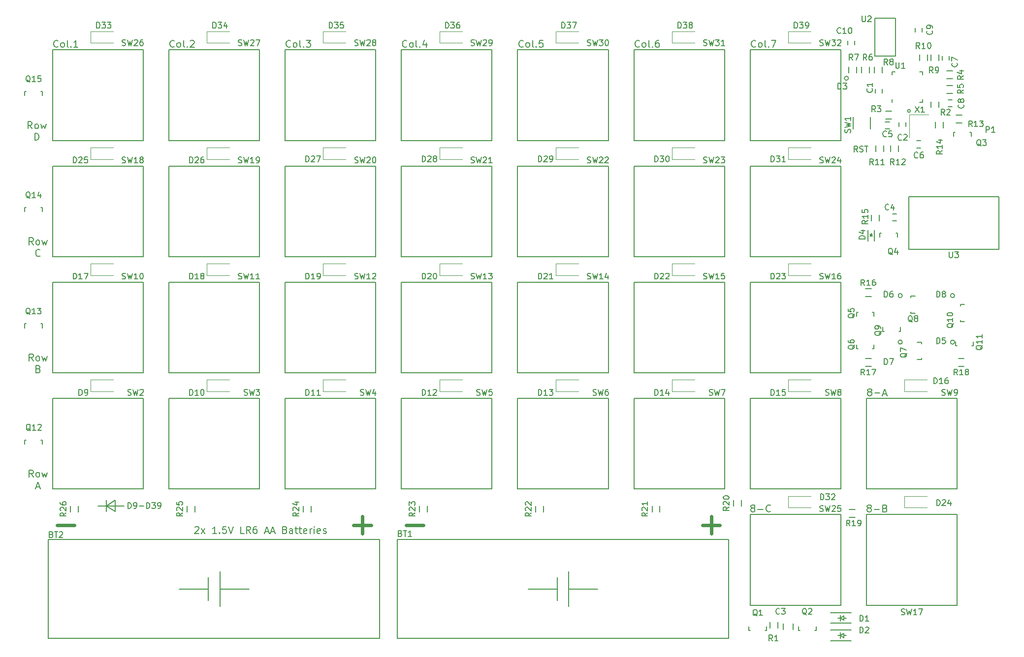
<source format=gto>
G04 #@! TF.FileFunction,Legend,Top*
%FSLAX46Y46*%
G04 Gerber Fmt 4.6, Leading zero omitted, Abs format (unit mm)*
G04 Created by KiCad (PCBNEW 4.0.7) date *
%MOMM*%
%LPD*%
G01*
G04 APERTURE LIST*
%ADD10C,0.050000*%
%ADD11C,0.200000*%
%ADD12C,0.150000*%
%ADD13C,0.120000*%
%ADD14C,0.600000*%
G04 APERTURE END LIST*
D10*
D11*
X127542858Y23942857D02*
X127428572Y24000000D01*
X127371429Y24057143D01*
X127314286Y24171429D01*
X127314286Y24228571D01*
X127371429Y24342857D01*
X127428572Y24400000D01*
X127542858Y24457143D01*
X127771429Y24457143D01*
X127885715Y24400000D01*
X127942858Y24342857D01*
X128000001Y24228571D01*
X128000001Y24171429D01*
X127942858Y24057143D01*
X127885715Y24000000D01*
X127771429Y23942857D01*
X127542858Y23942857D01*
X127428572Y23885714D01*
X127371429Y23828571D01*
X127314286Y23714286D01*
X127314286Y23485714D01*
X127371429Y23371429D01*
X127428572Y23314286D01*
X127542858Y23257143D01*
X127771429Y23257143D01*
X127885715Y23314286D01*
X127942858Y23371429D01*
X128000001Y23485714D01*
X128000001Y23714286D01*
X127942858Y23828571D01*
X127885715Y23885714D01*
X127771429Y23942857D01*
X128514286Y23714286D02*
X129428572Y23714286D01*
X130685715Y23371429D02*
X130628572Y23314286D01*
X130457143Y23257143D01*
X130342857Y23257143D01*
X130171429Y23314286D01*
X130057143Y23428571D01*
X130000000Y23542857D01*
X129942857Y23771429D01*
X129942857Y23942857D01*
X130000000Y24171429D01*
X130057143Y24285714D01*
X130171429Y24400000D01*
X130342857Y24457143D01*
X130457143Y24457143D01*
X130628572Y24400000D01*
X130685715Y24342857D01*
X147542858Y23942857D02*
X147428572Y24000000D01*
X147371429Y24057143D01*
X147314286Y24171429D01*
X147314286Y24228571D01*
X147371429Y24342857D01*
X147428572Y24400000D01*
X147542858Y24457143D01*
X147771429Y24457143D01*
X147885715Y24400000D01*
X147942858Y24342857D01*
X148000001Y24228571D01*
X148000001Y24171429D01*
X147942858Y24057143D01*
X147885715Y24000000D01*
X147771429Y23942857D01*
X147542858Y23942857D01*
X147428572Y23885714D01*
X147371429Y23828571D01*
X147314286Y23714286D01*
X147314286Y23485714D01*
X147371429Y23371429D01*
X147428572Y23314286D01*
X147542858Y23257143D01*
X147771429Y23257143D01*
X147885715Y23314286D01*
X147942858Y23371429D01*
X148000001Y23485714D01*
X148000001Y23714286D01*
X147942858Y23828571D01*
X147885715Y23885714D01*
X147771429Y23942857D01*
X148514286Y23714286D02*
X149428572Y23714286D01*
X150400000Y23885714D02*
X150571429Y23828571D01*
X150628572Y23771429D01*
X150685715Y23657143D01*
X150685715Y23485714D01*
X150628572Y23371429D01*
X150571429Y23314286D01*
X150457143Y23257143D01*
X150000000Y23257143D01*
X150000000Y24457143D01*
X150400000Y24457143D01*
X150514286Y24400000D01*
X150571429Y24342857D01*
X150628572Y24228571D01*
X150628572Y24114286D01*
X150571429Y24000000D01*
X150514286Y23942857D01*
X150400000Y23885714D01*
X150000000Y23885714D01*
X147628572Y43942857D02*
X147514286Y44000000D01*
X147457143Y44057143D01*
X147400000Y44171429D01*
X147400000Y44228571D01*
X147457143Y44342857D01*
X147514286Y44400000D01*
X147628572Y44457143D01*
X147857143Y44457143D01*
X147971429Y44400000D01*
X148028572Y44342857D01*
X148085715Y44228571D01*
X148085715Y44171429D01*
X148028572Y44057143D01*
X147971429Y44000000D01*
X147857143Y43942857D01*
X147628572Y43942857D01*
X147514286Y43885714D01*
X147457143Y43828571D01*
X147400000Y43714286D01*
X147400000Y43485714D01*
X147457143Y43371429D01*
X147514286Y43314286D01*
X147628572Y43257143D01*
X147857143Y43257143D01*
X147971429Y43314286D01*
X148028572Y43371429D01*
X148085715Y43485714D01*
X148085715Y43714286D01*
X148028572Y43828571D01*
X147971429Y43885714D01*
X147857143Y43942857D01*
X148600000Y43714286D02*
X149514286Y43714286D01*
X150028571Y43600000D02*
X150600000Y43600000D01*
X149914286Y43257143D02*
X150314286Y44457143D01*
X150714286Y43257143D01*
X128157144Y103371429D02*
X128100001Y103314286D01*
X127928572Y103257143D01*
X127814286Y103257143D01*
X127642858Y103314286D01*
X127528572Y103428571D01*
X127471429Y103542857D01*
X127414286Y103771429D01*
X127414286Y103942857D01*
X127471429Y104171429D01*
X127528572Y104285714D01*
X127642858Y104400000D01*
X127814286Y104457143D01*
X127928572Y104457143D01*
X128100001Y104400000D01*
X128157144Y104342857D01*
X128842858Y103257143D02*
X128728572Y103314286D01*
X128671429Y103371429D01*
X128614286Y103485714D01*
X128614286Y103828571D01*
X128671429Y103942857D01*
X128728572Y104000000D01*
X128842858Y104057143D01*
X129014286Y104057143D01*
X129128572Y104000000D01*
X129185715Y103942857D01*
X129242858Y103828571D01*
X129242858Y103485714D01*
X129185715Y103371429D01*
X129128572Y103314286D01*
X129014286Y103257143D01*
X128842858Y103257143D01*
X129928572Y103257143D02*
X129814286Y103314286D01*
X129757143Y103428571D01*
X129757143Y104457143D01*
X130385714Y103371429D02*
X130442857Y103314286D01*
X130385714Y103257143D01*
X130328571Y103314286D01*
X130385714Y103371429D01*
X130385714Y103257143D01*
X130842858Y104457143D02*
X131642858Y104457143D01*
X131128572Y103257143D01*
X108157144Y103371429D02*
X108100001Y103314286D01*
X107928572Y103257143D01*
X107814286Y103257143D01*
X107642858Y103314286D01*
X107528572Y103428571D01*
X107471429Y103542857D01*
X107414286Y103771429D01*
X107414286Y103942857D01*
X107471429Y104171429D01*
X107528572Y104285714D01*
X107642858Y104400000D01*
X107814286Y104457143D01*
X107928572Y104457143D01*
X108100001Y104400000D01*
X108157144Y104342857D01*
X108842858Y103257143D02*
X108728572Y103314286D01*
X108671429Y103371429D01*
X108614286Y103485714D01*
X108614286Y103828571D01*
X108671429Y103942857D01*
X108728572Y104000000D01*
X108842858Y104057143D01*
X109014286Y104057143D01*
X109128572Y104000000D01*
X109185715Y103942857D01*
X109242858Y103828571D01*
X109242858Y103485714D01*
X109185715Y103371429D01*
X109128572Y103314286D01*
X109014286Y103257143D01*
X108842858Y103257143D01*
X109928572Y103257143D02*
X109814286Y103314286D01*
X109757143Y103428571D01*
X109757143Y104457143D01*
X110385714Y103371429D02*
X110442857Y103314286D01*
X110385714Y103257143D01*
X110328571Y103314286D01*
X110385714Y103371429D01*
X110385714Y103257143D01*
X111471429Y104457143D02*
X111242858Y104457143D01*
X111128572Y104400000D01*
X111071429Y104342857D01*
X110957143Y104171429D01*
X110900000Y103942857D01*
X110900000Y103485714D01*
X110957143Y103371429D01*
X111014286Y103314286D01*
X111128572Y103257143D01*
X111357143Y103257143D01*
X111471429Y103314286D01*
X111528572Y103371429D01*
X111585715Y103485714D01*
X111585715Y103771429D01*
X111528572Y103885714D01*
X111471429Y103942857D01*
X111357143Y104000000D01*
X111128572Y104000000D01*
X111014286Y103942857D01*
X110957143Y103885714D01*
X110900000Y103771429D01*
X88157144Y103371429D02*
X88100001Y103314286D01*
X87928572Y103257143D01*
X87814286Y103257143D01*
X87642858Y103314286D01*
X87528572Y103428571D01*
X87471429Y103542857D01*
X87414286Y103771429D01*
X87414286Y103942857D01*
X87471429Y104171429D01*
X87528572Y104285714D01*
X87642858Y104400000D01*
X87814286Y104457143D01*
X87928572Y104457143D01*
X88100001Y104400000D01*
X88157144Y104342857D01*
X88842858Y103257143D02*
X88728572Y103314286D01*
X88671429Y103371429D01*
X88614286Y103485714D01*
X88614286Y103828571D01*
X88671429Y103942857D01*
X88728572Y104000000D01*
X88842858Y104057143D01*
X89014286Y104057143D01*
X89128572Y104000000D01*
X89185715Y103942857D01*
X89242858Y103828571D01*
X89242858Y103485714D01*
X89185715Y103371429D01*
X89128572Y103314286D01*
X89014286Y103257143D01*
X88842858Y103257143D01*
X89928572Y103257143D02*
X89814286Y103314286D01*
X89757143Y103428571D01*
X89757143Y104457143D01*
X90385714Y103371429D02*
X90442857Y103314286D01*
X90385714Y103257143D01*
X90328571Y103314286D01*
X90385714Y103371429D01*
X90385714Y103257143D01*
X91528572Y104457143D02*
X90957143Y104457143D01*
X90900000Y103885714D01*
X90957143Y103942857D01*
X91071429Y104000000D01*
X91357143Y104000000D01*
X91471429Y103942857D01*
X91528572Y103885714D01*
X91585715Y103771429D01*
X91585715Y103485714D01*
X91528572Y103371429D01*
X91471429Y103314286D01*
X91357143Y103257143D01*
X91071429Y103257143D01*
X90957143Y103314286D01*
X90900000Y103371429D01*
X68157144Y103371429D02*
X68100001Y103314286D01*
X67928572Y103257143D01*
X67814286Y103257143D01*
X67642858Y103314286D01*
X67528572Y103428571D01*
X67471429Y103542857D01*
X67414286Y103771429D01*
X67414286Y103942857D01*
X67471429Y104171429D01*
X67528572Y104285714D01*
X67642858Y104400000D01*
X67814286Y104457143D01*
X67928572Y104457143D01*
X68100001Y104400000D01*
X68157144Y104342857D01*
X68842858Y103257143D02*
X68728572Y103314286D01*
X68671429Y103371429D01*
X68614286Y103485714D01*
X68614286Y103828571D01*
X68671429Y103942857D01*
X68728572Y104000000D01*
X68842858Y104057143D01*
X69014286Y104057143D01*
X69128572Y104000000D01*
X69185715Y103942857D01*
X69242858Y103828571D01*
X69242858Y103485714D01*
X69185715Y103371429D01*
X69128572Y103314286D01*
X69014286Y103257143D01*
X68842858Y103257143D01*
X69928572Y103257143D02*
X69814286Y103314286D01*
X69757143Y103428571D01*
X69757143Y104457143D01*
X70385714Y103371429D02*
X70442857Y103314286D01*
X70385714Y103257143D01*
X70328571Y103314286D01*
X70385714Y103371429D01*
X70385714Y103257143D01*
X71471429Y104057143D02*
X71471429Y103257143D01*
X71185715Y104514286D02*
X70900000Y103657143D01*
X71642858Y103657143D01*
X48157144Y103371429D02*
X48100001Y103314286D01*
X47928572Y103257143D01*
X47814286Y103257143D01*
X47642858Y103314286D01*
X47528572Y103428571D01*
X47471429Y103542857D01*
X47414286Y103771429D01*
X47414286Y103942857D01*
X47471429Y104171429D01*
X47528572Y104285714D01*
X47642858Y104400000D01*
X47814286Y104457143D01*
X47928572Y104457143D01*
X48100001Y104400000D01*
X48157144Y104342857D01*
X48842858Y103257143D02*
X48728572Y103314286D01*
X48671429Y103371429D01*
X48614286Y103485714D01*
X48614286Y103828571D01*
X48671429Y103942857D01*
X48728572Y104000000D01*
X48842858Y104057143D01*
X49014286Y104057143D01*
X49128572Y104000000D01*
X49185715Y103942857D01*
X49242858Y103828571D01*
X49242858Y103485714D01*
X49185715Y103371429D01*
X49128572Y103314286D01*
X49014286Y103257143D01*
X48842858Y103257143D01*
X49928572Y103257143D02*
X49814286Y103314286D01*
X49757143Y103428571D01*
X49757143Y104457143D01*
X50385714Y103371429D02*
X50442857Y103314286D01*
X50385714Y103257143D01*
X50328571Y103314286D01*
X50385714Y103371429D01*
X50385714Y103257143D01*
X50842858Y104457143D02*
X51585715Y104457143D01*
X51185715Y104000000D01*
X51357143Y104000000D01*
X51471429Y103942857D01*
X51528572Y103885714D01*
X51585715Y103771429D01*
X51585715Y103485714D01*
X51528572Y103371429D01*
X51471429Y103314286D01*
X51357143Y103257143D01*
X51014286Y103257143D01*
X50900000Y103314286D01*
X50842858Y103371429D01*
X28157144Y103371429D02*
X28100001Y103314286D01*
X27928572Y103257143D01*
X27814286Y103257143D01*
X27642858Y103314286D01*
X27528572Y103428571D01*
X27471429Y103542857D01*
X27414286Y103771429D01*
X27414286Y103942857D01*
X27471429Y104171429D01*
X27528572Y104285714D01*
X27642858Y104400000D01*
X27814286Y104457143D01*
X27928572Y104457143D01*
X28100001Y104400000D01*
X28157144Y104342857D01*
X28842858Y103257143D02*
X28728572Y103314286D01*
X28671429Y103371429D01*
X28614286Y103485714D01*
X28614286Y103828571D01*
X28671429Y103942857D01*
X28728572Y104000000D01*
X28842858Y104057143D01*
X29014286Y104057143D01*
X29128572Y104000000D01*
X29185715Y103942857D01*
X29242858Y103828571D01*
X29242858Y103485714D01*
X29185715Y103371429D01*
X29128572Y103314286D01*
X29014286Y103257143D01*
X28842858Y103257143D01*
X29928572Y103257143D02*
X29814286Y103314286D01*
X29757143Y103428571D01*
X29757143Y104457143D01*
X30385714Y103371429D02*
X30442857Y103314286D01*
X30385714Y103257143D01*
X30328571Y103314286D01*
X30385714Y103371429D01*
X30385714Y103257143D01*
X30900000Y104342857D02*
X30957143Y104400000D01*
X31071429Y104457143D01*
X31357143Y104457143D01*
X31471429Y104400000D01*
X31528572Y104342857D01*
X31585715Y104228571D01*
X31585715Y104114286D01*
X31528572Y103942857D01*
X30842858Y103257143D01*
X31585715Y103257143D01*
X8157144Y103371429D02*
X8100001Y103314286D01*
X7928572Y103257143D01*
X7814286Y103257143D01*
X7642858Y103314286D01*
X7528572Y103428571D01*
X7471429Y103542857D01*
X7414286Y103771429D01*
X7414286Y103942857D01*
X7471429Y104171429D01*
X7528572Y104285714D01*
X7642858Y104400000D01*
X7814286Y104457143D01*
X7928572Y104457143D01*
X8100001Y104400000D01*
X8157144Y104342857D01*
X8842858Y103257143D02*
X8728572Y103314286D01*
X8671429Y103371429D01*
X8614286Y103485714D01*
X8614286Y103828571D01*
X8671429Y103942857D01*
X8728572Y104000000D01*
X8842858Y104057143D01*
X9014286Y104057143D01*
X9128572Y104000000D01*
X9185715Y103942857D01*
X9242858Y103828571D01*
X9242858Y103485714D01*
X9185715Y103371429D01*
X9128572Y103314286D01*
X9014286Y103257143D01*
X8842858Y103257143D01*
X9928572Y103257143D02*
X9814286Y103314286D01*
X9757143Y103428571D01*
X9757143Y104457143D01*
X10385714Y103371429D02*
X10442857Y103314286D01*
X10385714Y103257143D01*
X10328571Y103314286D01*
X10385714Y103371429D01*
X10385714Y103257143D01*
X11585715Y103257143D02*
X10900000Y103257143D01*
X11242858Y103257143D02*
X11242858Y104457143D01*
X11128572Y104285714D01*
X11014286Y104171429D01*
X10900000Y104114286D01*
X3700001Y89257143D02*
X3300001Y89828571D01*
X3014286Y89257143D02*
X3014286Y90457143D01*
X3471429Y90457143D01*
X3585715Y90400000D01*
X3642858Y90342857D01*
X3700001Y90228571D01*
X3700001Y90057143D01*
X3642858Y89942857D01*
X3585715Y89885714D01*
X3471429Y89828571D01*
X3014286Y89828571D01*
X4385715Y89257143D02*
X4271429Y89314286D01*
X4214286Y89371429D01*
X4157143Y89485714D01*
X4157143Y89828571D01*
X4214286Y89942857D01*
X4271429Y90000000D01*
X4385715Y90057143D01*
X4557143Y90057143D01*
X4671429Y90000000D01*
X4728572Y89942857D01*
X4785715Y89828571D01*
X4785715Y89485714D01*
X4728572Y89371429D01*
X4671429Y89314286D01*
X4557143Y89257143D01*
X4385715Y89257143D01*
X5185715Y90057143D02*
X5414286Y89257143D01*
X5642857Y89828571D01*
X5871429Y89257143D01*
X6100000Y90057143D01*
X4185714Y87257143D02*
X4185714Y88457143D01*
X4471429Y88457143D01*
X4642857Y88400000D01*
X4757143Y88285714D01*
X4814286Y88171429D01*
X4871429Y87942857D01*
X4871429Y87771429D01*
X4814286Y87542857D01*
X4757143Y87428571D01*
X4642857Y87314286D01*
X4471429Y87257143D01*
X4185714Y87257143D01*
X3900001Y69257143D02*
X3500001Y69828571D01*
X3214286Y69257143D02*
X3214286Y70457143D01*
X3671429Y70457143D01*
X3785715Y70400000D01*
X3842858Y70342857D01*
X3900001Y70228571D01*
X3900001Y70057143D01*
X3842858Y69942857D01*
X3785715Y69885714D01*
X3671429Y69828571D01*
X3214286Y69828571D01*
X4585715Y69257143D02*
X4471429Y69314286D01*
X4414286Y69371429D01*
X4357143Y69485714D01*
X4357143Y69828571D01*
X4414286Y69942857D01*
X4471429Y70000000D01*
X4585715Y70057143D01*
X4757143Y70057143D01*
X4871429Y70000000D01*
X4928572Y69942857D01*
X4985715Y69828571D01*
X4985715Y69485714D01*
X4928572Y69371429D01*
X4871429Y69314286D01*
X4757143Y69257143D01*
X4585715Y69257143D01*
X5385715Y70057143D02*
X5614286Y69257143D01*
X5842857Y69828571D01*
X6071429Y69257143D01*
X6300000Y70057143D01*
X5071429Y67371429D02*
X5014286Y67314286D01*
X4842857Y67257143D01*
X4728571Y67257143D01*
X4557143Y67314286D01*
X4442857Y67428571D01*
X4385714Y67542857D01*
X4328571Y67771429D01*
X4328571Y67942857D01*
X4385714Y68171429D01*
X4442857Y68285714D01*
X4557143Y68400000D01*
X4728571Y68457143D01*
X4842857Y68457143D01*
X5014286Y68400000D01*
X5071429Y68342857D01*
X3900001Y49257143D02*
X3500001Y49828571D01*
X3214286Y49257143D02*
X3214286Y50457143D01*
X3671429Y50457143D01*
X3785715Y50400000D01*
X3842858Y50342857D01*
X3900001Y50228571D01*
X3900001Y50057143D01*
X3842858Y49942857D01*
X3785715Y49885714D01*
X3671429Y49828571D01*
X3214286Y49828571D01*
X4585715Y49257143D02*
X4471429Y49314286D01*
X4414286Y49371429D01*
X4357143Y49485714D01*
X4357143Y49828571D01*
X4414286Y49942857D01*
X4471429Y50000000D01*
X4585715Y50057143D01*
X4757143Y50057143D01*
X4871429Y50000000D01*
X4928572Y49942857D01*
X4985715Y49828571D01*
X4985715Y49485714D01*
X4928572Y49371429D01*
X4871429Y49314286D01*
X4757143Y49257143D01*
X4585715Y49257143D01*
X5385715Y50057143D02*
X5614286Y49257143D01*
X5842857Y49828571D01*
X6071429Y49257143D01*
X6300000Y50057143D01*
X4785714Y47885714D02*
X4957143Y47828571D01*
X5014286Y47771429D01*
X5071429Y47657143D01*
X5071429Y47485714D01*
X5014286Y47371429D01*
X4957143Y47314286D01*
X4842857Y47257143D01*
X4385714Y47257143D01*
X4385714Y48457143D01*
X4785714Y48457143D01*
X4900000Y48400000D01*
X4957143Y48342857D01*
X5014286Y48228571D01*
X5014286Y48114286D01*
X4957143Y48000000D01*
X4900000Y47942857D01*
X4785714Y47885714D01*
X4385714Y47885714D01*
X3900001Y29257143D02*
X3500001Y29828571D01*
X3214286Y29257143D02*
X3214286Y30457143D01*
X3671429Y30457143D01*
X3785715Y30400000D01*
X3842858Y30342857D01*
X3900001Y30228571D01*
X3900001Y30057143D01*
X3842858Y29942857D01*
X3785715Y29885714D01*
X3671429Y29828571D01*
X3214286Y29828571D01*
X4585715Y29257143D02*
X4471429Y29314286D01*
X4414286Y29371429D01*
X4357143Y29485714D01*
X4357143Y29828571D01*
X4414286Y29942857D01*
X4471429Y30000000D01*
X4585715Y30057143D01*
X4757143Y30057143D01*
X4871429Y30000000D01*
X4928572Y29942857D01*
X4985715Y29828571D01*
X4985715Y29485714D01*
X4928572Y29371429D01*
X4871429Y29314286D01*
X4757143Y29257143D01*
X4585715Y29257143D01*
X5385715Y30057143D02*
X5614286Y29257143D01*
X5842857Y29828571D01*
X6071429Y29257143D01*
X6300000Y30057143D01*
X4414286Y27600000D02*
X4985715Y27600000D01*
X4300001Y27257143D02*
X4700001Y28457143D01*
X5100001Y27257143D01*
X154750000Y92300000D02*
G75*
G03X154750000Y92300000I-250000J0D01*
G01*
X18000000Y23300000D02*
X16500000Y24300000D01*
X18000000Y25300000D02*
X18000000Y23300000D01*
X16500000Y24300000D02*
X18000000Y25300000D01*
X16500000Y23300000D02*
X16500000Y24300000D01*
X16500000Y25300000D02*
X16500000Y23300000D01*
X15000000Y24300000D02*
X19500000Y24300000D01*
D12*
X20190476Y23847619D02*
X20190476Y24847619D01*
X20428571Y24847619D01*
X20571429Y24800000D01*
X20666667Y24704762D01*
X20714286Y24609524D01*
X20761905Y24419048D01*
X20761905Y24276190D01*
X20714286Y24085714D01*
X20666667Y23990476D01*
X20571429Y23895238D01*
X20428571Y23847619D01*
X20190476Y23847619D01*
X21238095Y23847619D02*
X21428571Y23847619D01*
X21523810Y23895238D01*
X21571429Y23942857D01*
X21666667Y24085714D01*
X21714286Y24276190D01*
X21714286Y24657143D01*
X21666667Y24752381D01*
X21619048Y24800000D01*
X21523810Y24847619D01*
X21333333Y24847619D01*
X21238095Y24800000D01*
X21190476Y24752381D01*
X21142857Y24657143D01*
X21142857Y24419048D01*
X21190476Y24323810D01*
X21238095Y24276190D01*
X21333333Y24228571D01*
X21523810Y24228571D01*
X21619048Y24276190D01*
X21666667Y24323810D01*
X21714286Y24419048D01*
X22142857Y24228571D02*
X22904762Y24228571D01*
X23380952Y23847619D02*
X23380952Y24847619D01*
X23619047Y24847619D01*
X23761905Y24800000D01*
X23857143Y24704762D01*
X23904762Y24609524D01*
X23952381Y24419048D01*
X23952381Y24276190D01*
X23904762Y24085714D01*
X23857143Y23990476D01*
X23761905Y23895238D01*
X23619047Y23847619D01*
X23380952Y23847619D01*
X24285714Y24847619D02*
X24904762Y24847619D01*
X24571428Y24466667D01*
X24714286Y24466667D01*
X24809524Y24419048D01*
X24857143Y24371429D01*
X24904762Y24276190D01*
X24904762Y24038095D01*
X24857143Y23942857D01*
X24809524Y23895238D01*
X24714286Y23847619D01*
X24428571Y23847619D01*
X24333333Y23895238D01*
X24285714Y23942857D01*
X25380952Y23847619D02*
X25571428Y23847619D01*
X25666667Y23895238D01*
X25714286Y23942857D01*
X25809524Y24085714D01*
X25857143Y24276190D01*
X25857143Y24657143D01*
X25809524Y24752381D01*
X25761905Y24800000D01*
X25666667Y24847619D01*
X25476190Y24847619D01*
X25380952Y24800000D01*
X25333333Y24752381D01*
X25285714Y24657143D01*
X25285714Y24419048D01*
X25333333Y24323810D01*
X25380952Y24276190D01*
X25476190Y24228571D01*
X25666667Y24228571D01*
X25761905Y24276190D01*
X25809524Y24323810D01*
X25857143Y24419048D01*
D11*
X31714286Y20642857D02*
X31771429Y20700000D01*
X31885715Y20757143D01*
X32171429Y20757143D01*
X32285715Y20700000D01*
X32342858Y20642857D01*
X32400001Y20528571D01*
X32400001Y20414286D01*
X32342858Y20242857D01*
X31657144Y19557143D01*
X32400001Y19557143D01*
X32800001Y19557143D02*
X33428572Y20357143D01*
X32800001Y20357143D02*
X33428572Y19557143D01*
X35428573Y19557143D02*
X34742858Y19557143D01*
X35085716Y19557143D02*
X35085716Y20757143D01*
X34971430Y20585714D01*
X34857144Y20471429D01*
X34742858Y20414286D01*
X35942858Y19671429D02*
X36000001Y19614286D01*
X35942858Y19557143D01*
X35885715Y19614286D01*
X35942858Y19671429D01*
X35942858Y19557143D01*
X37085716Y20757143D02*
X36514287Y20757143D01*
X36457144Y20185714D01*
X36514287Y20242857D01*
X36628573Y20300000D01*
X36914287Y20300000D01*
X37028573Y20242857D01*
X37085716Y20185714D01*
X37142859Y20071429D01*
X37142859Y19785714D01*
X37085716Y19671429D01*
X37028573Y19614286D01*
X36914287Y19557143D01*
X36628573Y19557143D01*
X36514287Y19614286D01*
X36457144Y19671429D01*
X37485716Y20757143D02*
X37885716Y19557143D01*
X38285716Y20757143D01*
X40171430Y19557143D02*
X39600001Y19557143D01*
X39600001Y20757143D01*
X41257145Y19557143D02*
X40857145Y20128571D01*
X40571430Y19557143D02*
X40571430Y20757143D01*
X41028573Y20757143D01*
X41142859Y20700000D01*
X41200002Y20642857D01*
X41257145Y20528571D01*
X41257145Y20357143D01*
X41200002Y20242857D01*
X41142859Y20185714D01*
X41028573Y20128571D01*
X40571430Y20128571D01*
X42285716Y20757143D02*
X42057145Y20757143D01*
X41942859Y20700000D01*
X41885716Y20642857D01*
X41771430Y20471429D01*
X41714287Y20242857D01*
X41714287Y19785714D01*
X41771430Y19671429D01*
X41828573Y19614286D01*
X41942859Y19557143D01*
X42171430Y19557143D01*
X42285716Y19614286D01*
X42342859Y19671429D01*
X42400002Y19785714D01*
X42400002Y20071429D01*
X42342859Y20185714D01*
X42285716Y20242857D01*
X42171430Y20300000D01*
X41942859Y20300000D01*
X41828573Y20242857D01*
X41771430Y20185714D01*
X41714287Y20071429D01*
X43771430Y19900000D02*
X44342859Y19900000D01*
X43657145Y19557143D02*
X44057145Y20757143D01*
X44457145Y19557143D01*
X44800001Y19900000D02*
X45371430Y19900000D01*
X44685716Y19557143D02*
X45085716Y20757143D01*
X45485716Y19557143D01*
X47200001Y20185714D02*
X47371430Y20128571D01*
X47428573Y20071429D01*
X47485716Y19957143D01*
X47485716Y19785714D01*
X47428573Y19671429D01*
X47371430Y19614286D01*
X47257144Y19557143D01*
X46800001Y19557143D01*
X46800001Y20757143D01*
X47200001Y20757143D01*
X47314287Y20700000D01*
X47371430Y20642857D01*
X47428573Y20528571D01*
X47428573Y20414286D01*
X47371430Y20300000D01*
X47314287Y20242857D01*
X47200001Y20185714D01*
X46800001Y20185714D01*
X48514287Y19557143D02*
X48514287Y20185714D01*
X48457144Y20300000D01*
X48342858Y20357143D01*
X48114287Y20357143D01*
X48000001Y20300000D01*
X48514287Y19614286D02*
X48400001Y19557143D01*
X48114287Y19557143D01*
X48000001Y19614286D01*
X47942858Y19728571D01*
X47942858Y19842857D01*
X48000001Y19957143D01*
X48114287Y20014286D01*
X48400001Y20014286D01*
X48514287Y20071429D01*
X48914287Y20357143D02*
X49371430Y20357143D01*
X49085715Y20757143D02*
X49085715Y19728571D01*
X49142858Y19614286D01*
X49257144Y19557143D01*
X49371430Y19557143D01*
X49600001Y20357143D02*
X50057144Y20357143D01*
X49771429Y20757143D02*
X49771429Y19728571D01*
X49828572Y19614286D01*
X49942858Y19557143D01*
X50057144Y19557143D01*
X50914286Y19614286D02*
X50800000Y19557143D01*
X50571429Y19557143D01*
X50457143Y19614286D01*
X50400000Y19728571D01*
X50400000Y20185714D01*
X50457143Y20300000D01*
X50571429Y20357143D01*
X50800000Y20357143D01*
X50914286Y20300000D01*
X50971429Y20185714D01*
X50971429Y20071429D01*
X50400000Y19957143D01*
X51485714Y19557143D02*
X51485714Y20357143D01*
X51485714Y20128571D02*
X51542857Y20242857D01*
X51600000Y20300000D01*
X51714286Y20357143D01*
X51828571Y20357143D01*
X52228571Y19557143D02*
X52228571Y20357143D01*
X52228571Y20757143D02*
X52171428Y20700000D01*
X52228571Y20642857D01*
X52285714Y20700000D01*
X52228571Y20757143D01*
X52228571Y20642857D01*
X53257143Y19614286D02*
X53142857Y19557143D01*
X52914286Y19557143D01*
X52800000Y19614286D01*
X52742857Y19728571D01*
X52742857Y20185714D01*
X52800000Y20300000D01*
X52914286Y20357143D01*
X53142857Y20357143D01*
X53257143Y20300000D01*
X53314286Y20185714D01*
X53314286Y20071429D01*
X52742857Y19957143D01*
X53771428Y19614286D02*
X53885714Y19557143D01*
X54114286Y19557143D01*
X54228571Y19614286D01*
X54285714Y19728571D01*
X54285714Y19785714D01*
X54228571Y19900000D01*
X54114286Y19957143D01*
X53942857Y19957143D01*
X53828571Y20014286D01*
X53771428Y20128571D01*
X53771428Y20185714D01*
X53828571Y20300000D01*
X53942857Y20357143D01*
X54114286Y20357143D01*
X54228571Y20300000D01*
D12*
X145652381Y85247619D02*
X145319047Y85723810D01*
X145080952Y85247619D02*
X145080952Y86247619D01*
X145461905Y86247619D01*
X145557143Y86200000D01*
X145604762Y86152381D01*
X145652381Y86057143D01*
X145652381Y85914286D01*
X145604762Y85819048D01*
X145557143Y85771429D01*
X145461905Y85723810D01*
X145080952Y85723810D01*
X146033333Y85295238D02*
X146176190Y85247619D01*
X146414286Y85247619D01*
X146509524Y85295238D01*
X146557143Y85342857D01*
X146604762Y85438095D01*
X146604762Y85533333D01*
X146557143Y85628571D01*
X146509524Y85676190D01*
X146414286Y85723810D01*
X146223809Y85771429D01*
X146128571Y85819048D01*
X146080952Y85866667D01*
X146033333Y85961905D01*
X146033333Y86057143D01*
X146080952Y86152381D01*
X146128571Y86200000D01*
X146223809Y86247619D01*
X146461905Y86247619D01*
X146604762Y86200000D01*
X146890476Y86247619D02*
X147461905Y86247619D01*
X147176190Y85247619D02*
X147176190Y86247619D01*
X127200000Y82800000D02*
X142800000Y82800000D01*
X127200000Y67200000D02*
X127200000Y82800000D01*
X142800000Y67200000D02*
X127200000Y67200000D01*
X142800000Y82800000D02*
X142800000Y67200000D01*
X154500000Y68500000D02*
X154500000Y77500000D01*
X170000000Y68500000D02*
X154500000Y68500000D01*
X170000000Y77500000D02*
X170000000Y68500000D01*
X154500000Y77500000D02*
X170000000Y77500000D01*
X107200000Y62800000D02*
X122800000Y62800000D01*
X107200000Y47200000D02*
X107200000Y62800000D01*
X122800000Y47200000D02*
X107200000Y47200000D01*
X122800000Y62800000D02*
X122800000Y47200000D01*
D13*
X113750000Y66000000D02*
X113750000Y64000000D01*
X113750000Y64000000D02*
X117650000Y64000000D01*
X113750000Y66000000D02*
X117650000Y66000000D01*
X33750000Y66000000D02*
X33750000Y64000000D01*
X33750000Y64000000D02*
X37650000Y64000000D01*
X33750000Y66000000D02*
X37650000Y66000000D01*
D12*
X87200000Y82800000D02*
X102800000Y82800000D01*
X87200000Y67200000D02*
X87200000Y82800000D01*
X102800000Y67200000D02*
X87200000Y67200000D01*
X102800000Y82800000D02*
X102800000Y67200000D01*
X107200000Y102800000D02*
X122800000Y102800000D01*
X107200000Y87200000D02*
X107200000Y102800000D01*
X122800000Y87200000D02*
X107200000Y87200000D01*
X122800000Y102800000D02*
X122800000Y87200000D01*
X149900000Y96050000D02*
X149900000Y95350000D01*
X148700000Y95350000D02*
X148700000Y96050000D01*
X154000000Y90350000D02*
X154000000Y89650000D01*
X152800000Y89650000D02*
X152800000Y90350000D01*
X134600000Y3000000D02*
X134600000Y4000000D01*
X132900000Y4000000D02*
X132900000Y3000000D01*
X152350000Y73400000D02*
X151650000Y73400000D01*
X151650000Y74600000D02*
X152350000Y74600000D01*
X151150000Y89200000D02*
X150450000Y89200000D01*
X150450000Y90400000D02*
X151150000Y90400000D01*
X156550000Y85950000D02*
X155850000Y85950000D01*
X155850000Y87150000D02*
X156550000Y87150000D01*
X160200000Y101050000D02*
X160200000Y101750000D01*
X161400000Y101750000D02*
X161400000Y101050000D01*
X161250000Y94200000D02*
X161950000Y94200000D01*
X161950000Y93000000D02*
X161250000Y93000000D01*
X156800000Y106600000D02*
X156800000Y105900000D01*
X155600000Y105900000D02*
X155600000Y106600000D01*
X145200000Y104350000D02*
X145200000Y103650000D01*
X144000000Y103650000D02*
X144000000Y104350000D01*
X143317500Y5000000D02*
X143698500Y5000000D01*
X142301500Y5000000D02*
X142682500Y5000000D01*
X142682500Y5000000D02*
X143317500Y5381000D01*
X143317500Y5381000D02*
X143317500Y4619000D01*
X143317500Y4619000D02*
X142682500Y5000000D01*
X142682500Y5508000D02*
X142682500Y4492000D01*
X141000000Y4100000D02*
X144540000Y4100000D01*
X141000000Y5900000D02*
X144540000Y5900000D01*
X143317500Y2000000D02*
X143698500Y2000000D01*
X142301500Y2000000D02*
X142682500Y2000000D01*
X142682500Y2000000D02*
X143317500Y2381000D01*
X143317500Y2381000D02*
X143317500Y1619000D01*
X143317500Y1619000D02*
X142682500Y2000000D01*
X142682500Y2508000D02*
X142682500Y1492000D01*
X141000000Y1100000D02*
X144540000Y1100000D01*
X141000000Y2900000D02*
X144540000Y2900000D01*
X144103553Y97925000D02*
G75*
G03X144103553Y97925000I-353553J0D01*
G01*
X148550000Y69900000D02*
X148550000Y71800000D01*
X147450000Y69900000D02*
X147450000Y71800000D01*
X148000000Y70800000D02*
X148000000Y71250000D01*
X147750000Y70750000D02*
X148250000Y70750000D01*
X148000000Y70750000D02*
X147750000Y71000000D01*
X147750000Y71000000D02*
X148250000Y71000000D01*
X148250000Y71000000D02*
X148000000Y70750000D01*
X162353553Y52500000D02*
G75*
G03X162353553Y52500000I-353553J0D01*
G01*
X153353553Y60500000D02*
G75*
G03X153353553Y60500000I-353553J0D01*
G01*
X153353553Y52500000D02*
G75*
G03X153353553Y52500000I-353553J0D01*
G01*
X162353553Y60500000D02*
G75*
G03X162353553Y60500000I-353553J0D01*
G01*
X127200840Y2849760D02*
X127249100Y2849760D01*
X129999820Y3550800D02*
X129999820Y2849760D01*
X129999820Y2849760D02*
X129750900Y2849760D01*
X127200840Y2849760D02*
X127000180Y2849760D01*
X127000180Y2849760D02*
X127000180Y3550800D01*
X135750840Y2849000D02*
X135799100Y2849000D01*
X138549820Y3550040D02*
X138549820Y2849000D01*
X138549820Y2849000D02*
X138300900Y2849000D01*
X135750840Y2849000D02*
X135550180Y2849000D01*
X135550180Y2849000D02*
X135550180Y3550040D01*
X164999160Y88600240D02*
X164950900Y88600240D01*
X162200180Y87899200D02*
X162200180Y88600240D01*
X162200180Y88600240D02*
X162449100Y88600240D01*
X164999160Y88600240D02*
X165199820Y88600240D01*
X165199820Y88600240D02*
X165199820Y87899200D01*
X152299160Y71250240D02*
X152250900Y71250240D01*
X149500180Y70549200D02*
X149500180Y71250240D01*
X149500180Y71250240D02*
X149749100Y71250240D01*
X152299160Y71250240D02*
X152499820Y71250240D01*
X152499820Y71250240D02*
X152499820Y70549200D01*
X148299160Y57650240D02*
X148250900Y57650240D01*
X145500180Y56949200D02*
X145500180Y57650240D01*
X145500180Y57650240D02*
X145749100Y57650240D01*
X148299160Y57650240D02*
X148499820Y57650240D01*
X148499820Y57650240D02*
X148499820Y56949200D01*
X145700840Y51349760D02*
X145749100Y51349760D01*
X148499820Y52050800D02*
X148499820Y51349760D01*
X148499820Y51349760D02*
X148250900Y51349760D01*
X145700840Y51349760D02*
X145500180Y51349760D01*
X145500180Y51349760D02*
X145500180Y52050800D01*
X156650240Y49700840D02*
X156650240Y49749100D01*
X155949200Y52499820D02*
X156650240Y52499820D01*
X156650240Y52499820D02*
X156650240Y52250900D01*
X156650240Y49700840D02*
X156650240Y49500180D01*
X156650240Y49500180D02*
X155949200Y49500180D01*
X154849000Y60249160D02*
X154849000Y60200900D01*
X155550040Y57450180D02*
X154849000Y57450180D01*
X154849000Y57450180D02*
X154849000Y57699100D01*
X154849000Y60249160D02*
X154849000Y60449820D01*
X154849000Y60449820D02*
X155550040Y60449820D01*
X150200840Y54349760D02*
X150249100Y54349760D01*
X152999820Y55050800D02*
X152999820Y54349760D01*
X152999820Y54349760D02*
X152750900Y54349760D01*
X150200840Y54349760D02*
X150000180Y54349760D01*
X150000180Y54349760D02*
X150000180Y55050800D01*
X163349760Y58799160D02*
X163349760Y58750900D01*
X164050800Y56000180D02*
X163349760Y56000180D01*
X163349760Y56000180D02*
X163349760Y56249100D01*
X163349760Y58799160D02*
X163349760Y58999820D01*
X163349760Y58999820D02*
X164050800Y58999820D01*
X162750840Y51849000D02*
X162799100Y51849000D01*
X165549820Y52550040D02*
X165549820Y51849000D01*
X165549820Y51849000D02*
X165300900Y51849000D01*
X162750840Y51849000D02*
X162550180Y51849000D01*
X162550180Y51849000D02*
X162550180Y52550040D01*
X5249160Y35651000D02*
X5200900Y35651000D01*
X2450180Y34949960D02*
X2450180Y35651000D01*
X2450180Y35651000D02*
X2699100Y35651000D01*
X5249160Y35651000D02*
X5449820Y35651000D01*
X5449820Y35651000D02*
X5449820Y34949960D01*
X5249160Y55650240D02*
X5200900Y55650240D01*
X2450180Y54949200D02*
X2450180Y55650240D01*
X2450180Y55650240D02*
X2699100Y55650240D01*
X5249160Y55650240D02*
X5449820Y55650240D01*
X5449820Y55650240D02*
X5449820Y54949200D01*
X5249160Y75651000D02*
X5200900Y75651000D01*
X2450180Y74949960D02*
X2450180Y75651000D01*
X2450180Y75651000D02*
X2699100Y75651000D01*
X5249160Y75651000D02*
X5449820Y75651000D01*
X5449820Y75651000D02*
X5449820Y74949960D01*
X5249160Y95650240D02*
X5200900Y95650240D01*
X2450180Y94949200D02*
X2450180Y95650240D01*
X2450180Y95650240D02*
X2699100Y95650240D01*
X5249160Y95650240D02*
X5449820Y95650240D01*
X5449820Y95650240D02*
X5449820Y94949200D01*
X131925000Y4250000D02*
X131925000Y3250000D01*
X130575000Y3250000D02*
X130575000Y4250000D01*
X158325000Y92900000D02*
X158325000Y93900000D01*
X159675000Y93900000D02*
X159675000Y92900000D01*
X151500000Y90925000D02*
X150500000Y90925000D01*
X150500000Y92275000D02*
X151500000Y92275000D01*
X162000000Y97825000D02*
X161000000Y97825000D01*
X161000000Y99175000D02*
X162000000Y99175000D01*
X162000000Y95325000D02*
X161000000Y95325000D01*
X161000000Y96675000D02*
X162000000Y96675000D01*
X147675000Y99900000D02*
X147675000Y98900000D01*
X146325000Y98900000D02*
X146325000Y99900000D01*
X145475000Y99900000D02*
X145475000Y98900000D01*
X144125000Y98900000D02*
X144125000Y99900000D01*
X149875000Y99900000D02*
X149875000Y98900000D01*
X148525000Y98900000D02*
X148525000Y99900000D01*
X158325000Y101000000D02*
X158325000Y102000000D01*
X159675000Y102000000D02*
X159675000Y101000000D01*
X156325000Y101000000D02*
X156325000Y102000000D01*
X157675000Y102000000D02*
X157675000Y101000000D01*
X150175000Y86300000D02*
X150175000Y85300000D01*
X148825000Y85300000D02*
X148825000Y86300000D01*
X152675000Y86300000D02*
X152675000Y85300000D01*
X151325000Y85300000D02*
X151325000Y86300000D01*
X163600000Y90225000D02*
X162600000Y90225000D01*
X162600000Y91575000D02*
X163600000Y91575000D01*
X160375000Y90400000D02*
X160375000Y89400000D01*
X159025000Y89400000D02*
X159025000Y90400000D01*
X148025000Y73400000D02*
X148025000Y74400000D01*
X149375000Y74400000D02*
X149375000Y73400000D01*
X147000000Y61675000D02*
X148000000Y61675000D01*
X148000000Y60325000D02*
X147000000Y60325000D01*
X147000000Y49675000D02*
X148000000Y49675000D01*
X148000000Y48325000D02*
X147000000Y48325000D01*
X164000000Y48325000D02*
X163000000Y48325000D01*
X163000000Y49675000D02*
X164000000Y49675000D01*
X145250000Y22325000D02*
X144250000Y22325000D01*
X144250000Y23675000D02*
X145250000Y23675000D01*
X125675000Y25250000D02*
X125675000Y24250000D01*
X124325000Y24250000D02*
X124325000Y25250000D01*
X111675000Y24250000D02*
X111675000Y23250000D01*
X110325000Y23250000D02*
X110325000Y24250000D01*
X91675000Y24250000D02*
X91675000Y23250000D01*
X90325000Y23250000D02*
X90325000Y24250000D01*
X71675000Y24250000D02*
X71675000Y23250000D01*
X70325000Y23250000D02*
X70325000Y24250000D01*
X51675000Y24250000D02*
X51675000Y23250000D01*
X50325000Y23250000D02*
X50325000Y24250000D01*
X31675000Y24250000D02*
X31675000Y23250000D01*
X30325000Y23250000D02*
X30325000Y24250000D01*
X11675000Y24250000D02*
X11675000Y23250000D01*
X10325000Y23250000D02*
X10325000Y24250000D01*
X147900000Y89200000D02*
X147900000Y91200000D01*
X144900000Y91200000D02*
X144900000Y89200000D01*
X7200000Y42800000D02*
X22800000Y42800000D01*
X7200000Y27200000D02*
X7200000Y42800000D01*
X22800000Y27200000D02*
X7200000Y27200000D01*
X22800000Y42800000D02*
X22800000Y27200000D01*
X27200000Y42800000D02*
X42800000Y42800000D01*
X27200000Y27200000D02*
X27200000Y42800000D01*
X42800000Y27200000D02*
X27200000Y27200000D01*
X42800000Y42800000D02*
X42800000Y27200000D01*
X47200000Y42800000D02*
X62800000Y42800000D01*
X47200000Y27200000D02*
X47200000Y42800000D01*
X62800000Y27200000D02*
X47200000Y27200000D01*
X62800000Y42800000D02*
X62800000Y27200000D01*
X67200000Y42800000D02*
X82800000Y42800000D01*
X67200000Y27200000D02*
X67200000Y42800000D01*
X82800000Y27200000D02*
X67200000Y27200000D01*
X82800000Y42800000D02*
X82800000Y27200000D01*
X87200000Y42800000D02*
X102800000Y42800000D01*
X87200000Y27200000D02*
X87200000Y42800000D01*
X102800000Y27200000D02*
X87200000Y27200000D01*
X102800000Y42800000D02*
X102800000Y27200000D01*
X107200000Y42800000D02*
X122800000Y42800000D01*
X107200000Y27200000D02*
X107200000Y42800000D01*
X122800000Y27200000D02*
X107200000Y27200000D01*
X122800000Y42800000D02*
X122800000Y27200000D01*
X127200000Y42800000D02*
X142800000Y42800000D01*
X127200000Y27200000D02*
X127200000Y42800000D01*
X142800000Y27200000D02*
X127200000Y27200000D01*
X142800000Y42800000D02*
X142800000Y27200000D01*
X147200000Y42800000D02*
X162800000Y42800000D01*
X147200000Y27200000D02*
X147200000Y42800000D01*
X162800000Y27200000D02*
X147200000Y27200000D01*
X162800000Y42800000D02*
X162800000Y27200000D01*
X7200000Y62800000D02*
X22800000Y62800000D01*
X7200000Y47200000D02*
X7200000Y62800000D01*
X22800000Y47200000D02*
X7200000Y47200000D01*
X22800000Y62800000D02*
X22800000Y47200000D01*
X27200000Y62800000D02*
X42800000Y62800000D01*
X27200000Y47200000D02*
X27200000Y62800000D01*
X42800000Y47200000D02*
X27200000Y47200000D01*
X42800000Y62800000D02*
X42800000Y47200000D01*
X47200000Y62800000D02*
X62800000Y62800000D01*
X47200000Y47200000D02*
X47200000Y62800000D01*
X62800000Y47200000D02*
X47200000Y47200000D01*
X62800000Y62800000D02*
X62800000Y47200000D01*
X67200000Y62800000D02*
X82800000Y62800000D01*
X67200000Y47200000D02*
X67200000Y62800000D01*
X82800000Y47200000D02*
X67200000Y47200000D01*
X82800000Y62800000D02*
X82800000Y47200000D01*
X87200000Y62800000D02*
X102800000Y62800000D01*
X87200000Y47200000D02*
X87200000Y62800000D01*
X102800000Y47200000D02*
X87200000Y47200000D01*
X102800000Y62800000D02*
X102800000Y47200000D01*
X127200000Y62800000D02*
X142800000Y62800000D01*
X127200000Y47200000D02*
X127200000Y62800000D01*
X142800000Y47200000D02*
X127200000Y47200000D01*
X142800000Y62800000D02*
X142800000Y47200000D01*
X147200000Y22800000D02*
X162800000Y22800000D01*
X147200000Y7200000D02*
X147200000Y22800000D01*
X162800000Y7200000D02*
X147200000Y7200000D01*
X162800000Y22800000D02*
X162800000Y7200000D01*
X7200000Y82800000D02*
X22800000Y82800000D01*
X7200000Y67200000D02*
X7200000Y82800000D01*
X22800000Y67200000D02*
X7200000Y67200000D01*
X22800000Y82800000D02*
X22800000Y67200000D01*
X27200000Y82800000D02*
X42800000Y82800000D01*
X27200000Y67200000D02*
X27200000Y82800000D01*
X42800000Y67200000D02*
X27200000Y67200000D01*
X42800000Y82800000D02*
X42800000Y67200000D01*
X47200000Y82800000D02*
X62800000Y82800000D01*
X47200000Y67200000D02*
X47200000Y82800000D01*
X62800000Y67200000D02*
X47200000Y67200000D01*
X62800000Y82800000D02*
X62800000Y67200000D01*
X67200000Y82800000D02*
X82800000Y82800000D01*
X67200000Y67200000D02*
X67200000Y82800000D01*
X82800000Y67200000D02*
X67200000Y67200000D01*
X82800000Y82800000D02*
X82800000Y67200000D01*
X107200000Y82800000D02*
X122800000Y82800000D01*
X107200000Y67200000D02*
X107200000Y82800000D01*
X122800000Y67200000D02*
X107200000Y67200000D01*
X122800000Y82800000D02*
X122800000Y67200000D01*
X127200000Y22800000D02*
X142800000Y22800000D01*
X127200000Y7200000D02*
X127200000Y22800000D01*
X142800000Y7200000D02*
X127200000Y7200000D01*
X142800000Y22800000D02*
X142800000Y7200000D01*
X7200000Y102800000D02*
X22800000Y102800000D01*
X7200000Y87200000D02*
X7200000Y102800000D01*
X22800000Y87200000D02*
X7200000Y87200000D01*
X22800000Y102800000D02*
X22800000Y87200000D01*
X27200000Y102800000D02*
X42800000Y102800000D01*
X27200000Y87200000D02*
X27200000Y102800000D01*
X42800000Y87200000D02*
X27200000Y87200000D01*
X42800000Y102800000D02*
X42800000Y87200000D01*
X47200000Y102800000D02*
X62800000Y102800000D01*
X47200000Y87200000D02*
X47200000Y102800000D01*
X62800000Y87200000D02*
X47200000Y87200000D01*
X62800000Y102800000D02*
X62800000Y87200000D01*
X67200000Y102800000D02*
X82800000Y102800000D01*
X67200000Y87200000D02*
X67200000Y102800000D01*
X82800000Y87200000D02*
X67200000Y87200000D01*
X82800000Y102800000D02*
X82800000Y87200000D01*
X87200000Y102800000D02*
X102800000Y102800000D01*
X87200000Y87200000D02*
X87200000Y102800000D01*
X102800000Y87200000D02*
X87200000Y87200000D01*
X102800000Y102800000D02*
X102800000Y87200000D01*
X127200000Y102800000D02*
X142800000Y102800000D01*
X127200000Y87200000D02*
X127200000Y102800000D01*
X142800000Y87200000D02*
X127200000Y87200000D01*
X142800000Y102800000D02*
X142800000Y87200000D01*
X151575000Y99025000D02*
X152100000Y99025000D01*
X156825000Y93775000D02*
X156300000Y93775000D01*
X156825000Y99025000D02*
X156300000Y99025000D01*
X151575000Y93775000D02*
X151575000Y94300000D01*
X156825000Y93775000D02*
X156825000Y94300000D01*
X156825000Y99025000D02*
X156825000Y98500000D01*
X151575000Y99025000D02*
X151575000Y98500000D01*
X152150000Y101750000D02*
X148650000Y101750000D01*
X152150000Y108250000D02*
X152150000Y101750000D01*
X148650000Y108250000D02*
X152150000Y108250000D01*
X148650000Y101750000D02*
X148650000Y108250000D01*
D13*
X13750000Y45997460D02*
X13750000Y43997460D01*
X13750000Y43997460D02*
X17650000Y43997460D01*
X13750000Y45997460D02*
X17650000Y45997460D01*
X33750000Y45997460D02*
X33750000Y43997460D01*
X33750000Y43997460D02*
X37650000Y43997460D01*
X33750000Y45997460D02*
X37650000Y45997460D01*
X53750000Y46000000D02*
X53750000Y44000000D01*
X53750000Y44000000D02*
X57650000Y44000000D01*
X53750000Y46000000D02*
X57650000Y46000000D01*
X73750000Y46000000D02*
X73750000Y44000000D01*
X73750000Y44000000D02*
X77650000Y44000000D01*
X73750000Y46000000D02*
X77650000Y46000000D01*
X93750000Y45997460D02*
X93750000Y43997460D01*
X93750000Y43997460D02*
X97650000Y43997460D01*
X93750000Y45997460D02*
X97650000Y45997460D01*
X113750000Y46000000D02*
X113750000Y44000000D01*
X113750000Y44000000D02*
X117650000Y44000000D01*
X113750000Y46000000D02*
X117650000Y46000000D01*
X133750000Y46000000D02*
X133750000Y44000000D01*
X133750000Y44000000D02*
X137650000Y44000000D01*
X133750000Y46000000D02*
X137650000Y46000000D01*
X153750000Y46000000D02*
X153750000Y44000000D01*
X153750000Y44000000D02*
X157650000Y44000000D01*
X153750000Y46000000D02*
X157650000Y46000000D01*
X13750000Y66000000D02*
X13750000Y64000000D01*
X13750000Y64000000D02*
X17650000Y64000000D01*
X13750000Y66000000D02*
X17650000Y66000000D01*
X53750000Y66000000D02*
X53750000Y64000000D01*
X53750000Y64000000D02*
X57650000Y64000000D01*
X53750000Y66000000D02*
X57650000Y66000000D01*
X73750000Y66000000D02*
X73750000Y64000000D01*
X73750000Y64000000D02*
X77650000Y64000000D01*
X73750000Y66000000D02*
X77650000Y66000000D01*
X93750000Y66000000D02*
X93750000Y64000000D01*
X93750000Y64000000D02*
X97650000Y64000000D01*
X93750000Y66000000D02*
X97650000Y66000000D01*
X133750000Y66000000D02*
X133750000Y64000000D01*
X133750000Y64000000D02*
X137650000Y64000000D01*
X133750000Y66000000D02*
X137650000Y66000000D01*
X153750000Y25997460D02*
X153750000Y23997460D01*
X153750000Y23997460D02*
X157650000Y23997460D01*
X153750000Y25997460D02*
X157650000Y25997460D01*
X13750000Y86000000D02*
X13750000Y84000000D01*
X13750000Y84000000D02*
X17650000Y84000000D01*
X13750000Y86000000D02*
X17650000Y86000000D01*
X33750000Y86000000D02*
X33750000Y84000000D01*
X33750000Y84000000D02*
X37650000Y84000000D01*
X33750000Y86000000D02*
X37650000Y86000000D01*
X53750000Y86000000D02*
X53750000Y84000000D01*
X53750000Y84000000D02*
X57650000Y84000000D01*
X53750000Y86000000D02*
X57650000Y86000000D01*
X73750000Y86000000D02*
X73750000Y84000000D01*
X73750000Y84000000D02*
X77650000Y84000000D01*
X73750000Y86000000D02*
X77650000Y86000000D01*
X93750000Y86000000D02*
X93750000Y84000000D01*
X93750000Y84000000D02*
X97650000Y84000000D01*
X93750000Y86000000D02*
X97650000Y86000000D01*
X113750000Y86000000D02*
X113750000Y84000000D01*
X113750000Y84000000D02*
X117650000Y84000000D01*
X113750000Y86000000D02*
X117650000Y86000000D01*
X133750000Y86000000D02*
X133750000Y84000000D01*
X133750000Y84000000D02*
X137650000Y84000000D01*
X133750000Y86000000D02*
X137650000Y86000000D01*
X133750000Y26000000D02*
X133750000Y24000000D01*
X133750000Y24000000D02*
X137650000Y24000000D01*
X133750000Y26000000D02*
X137650000Y26000000D01*
X13750000Y106000000D02*
X13750000Y104000000D01*
X13750000Y104000000D02*
X17650000Y104000000D01*
X13750000Y106000000D02*
X17650000Y106000000D01*
X33750000Y105997460D02*
X33750000Y103997460D01*
X33750000Y103997460D02*
X37650000Y103997460D01*
X33750000Y105997460D02*
X37650000Y105997460D01*
X53750000Y106000000D02*
X53750000Y104000000D01*
X53750000Y104000000D02*
X57650000Y104000000D01*
X53750000Y106000000D02*
X57650000Y106000000D01*
X73750000Y106000000D02*
X73750000Y104000000D01*
X73750000Y104000000D02*
X77650000Y104000000D01*
X73750000Y106000000D02*
X77650000Y106000000D01*
X93750000Y106000000D02*
X93750000Y104000000D01*
X93750000Y104000000D02*
X97650000Y104000000D01*
X93750000Y106000000D02*
X97650000Y106000000D01*
X113750000Y106000000D02*
X113750000Y104000000D01*
X113750000Y104000000D02*
X117650000Y104000000D01*
X113750000Y106000000D02*
X117650000Y106000000D01*
X133750000Y106000000D02*
X133750000Y104000000D01*
X133750000Y104000000D02*
X137650000Y104000000D01*
X133750000Y106000000D02*
X137650000Y106000000D01*
X157850000Y91700000D02*
X154550000Y91700000D01*
X154550000Y91700000D02*
X154550000Y87700000D01*
D12*
X96000000Y10000000D02*
X101000000Y10000000D01*
X89000000Y10000000D02*
X94000000Y10000000D01*
X94000000Y8000000D02*
X94000000Y12000000D01*
X96000000Y13000000D02*
X96000000Y7000000D01*
D14*
X68000000Y21000000D02*
X71000000Y21000000D01*
X120500000Y22500000D02*
X120500000Y19500000D01*
X122000000Y21000000D02*
X119000000Y21000000D01*
D12*
X123500000Y18500000D02*
X123500000Y1500000D01*
X66500000Y18500000D02*
X123500000Y18500000D01*
X66500000Y1500000D02*
X66500000Y18500000D01*
X123500000Y1500000D02*
X66500000Y1500000D01*
X36000000Y10000000D02*
X41000000Y10000000D01*
X29000000Y10000000D02*
X34000000Y10000000D01*
X34000000Y8000000D02*
X34000000Y12000000D01*
X36000000Y13000000D02*
X36000000Y7000000D01*
D14*
X8000000Y21000000D02*
X11000000Y21000000D01*
X60500000Y22500000D02*
X60500000Y19500000D01*
X62000000Y21000000D02*
X59000000Y21000000D01*
D12*
X63500000Y18500000D02*
X63500000Y1500000D01*
X6500000Y18500000D02*
X63500000Y18500000D01*
X6500000Y1500000D02*
X6500000Y18500000D01*
X63500000Y1500000D02*
X6500000Y1500000D01*
X139190476Y83395238D02*
X139333333Y83347619D01*
X139571429Y83347619D01*
X139666667Y83395238D01*
X139714286Y83442857D01*
X139761905Y83538095D01*
X139761905Y83633333D01*
X139714286Y83728571D01*
X139666667Y83776190D01*
X139571429Y83823810D01*
X139380952Y83871429D01*
X139285714Y83919048D01*
X139238095Y83966667D01*
X139190476Y84061905D01*
X139190476Y84157143D01*
X139238095Y84252381D01*
X139285714Y84300000D01*
X139380952Y84347619D01*
X139619048Y84347619D01*
X139761905Y84300000D01*
X140095238Y84347619D02*
X140333333Y83347619D01*
X140523810Y84061905D01*
X140714286Y83347619D01*
X140952381Y84347619D01*
X141285714Y84252381D02*
X141333333Y84300000D01*
X141428571Y84347619D01*
X141666667Y84347619D01*
X141761905Y84300000D01*
X141809524Y84252381D01*
X141857143Y84157143D01*
X141857143Y84061905D01*
X141809524Y83919048D01*
X141238095Y83347619D01*
X141857143Y83347619D01*
X142714286Y84014286D02*
X142714286Y83347619D01*
X142476190Y84395238D02*
X142238095Y83680952D01*
X142857143Y83680952D01*
X161438095Y68047619D02*
X161438095Y67238095D01*
X161485714Y67142857D01*
X161533333Y67095238D01*
X161628571Y67047619D01*
X161819048Y67047619D01*
X161914286Y67095238D01*
X161961905Y67142857D01*
X162009524Y67238095D01*
X162009524Y68047619D01*
X162390476Y68047619D02*
X163009524Y68047619D01*
X162676190Y67666667D01*
X162819048Y67666667D01*
X162914286Y67619048D01*
X162961905Y67571429D01*
X163009524Y67476190D01*
X163009524Y67238095D01*
X162961905Y67142857D01*
X162914286Y67095238D01*
X162819048Y67047619D01*
X162533333Y67047619D01*
X162438095Y67095238D01*
X162390476Y67142857D01*
X119190476Y63395238D02*
X119333333Y63347619D01*
X119571429Y63347619D01*
X119666667Y63395238D01*
X119714286Y63442857D01*
X119761905Y63538095D01*
X119761905Y63633333D01*
X119714286Y63728571D01*
X119666667Y63776190D01*
X119571429Y63823810D01*
X119380952Y63871429D01*
X119285714Y63919048D01*
X119238095Y63966667D01*
X119190476Y64061905D01*
X119190476Y64157143D01*
X119238095Y64252381D01*
X119285714Y64300000D01*
X119380952Y64347619D01*
X119619048Y64347619D01*
X119761905Y64300000D01*
X120095238Y64347619D02*
X120333333Y63347619D01*
X120523810Y64061905D01*
X120714286Y63347619D01*
X120952381Y64347619D01*
X121857143Y63347619D02*
X121285714Y63347619D01*
X121571428Y63347619D02*
X121571428Y64347619D01*
X121476190Y64204762D01*
X121380952Y64109524D01*
X121285714Y64061905D01*
X122761905Y64347619D02*
X122285714Y64347619D01*
X122238095Y63871429D01*
X122285714Y63919048D01*
X122380952Y63966667D01*
X122619048Y63966667D01*
X122714286Y63919048D01*
X122761905Y63871429D01*
X122809524Y63776190D01*
X122809524Y63538095D01*
X122761905Y63442857D01*
X122714286Y63395238D01*
X122619048Y63347619D01*
X122380952Y63347619D01*
X122285714Y63395238D01*
X122238095Y63442857D01*
X110785714Y63347619D02*
X110785714Y64347619D01*
X111023809Y64347619D01*
X111166667Y64300000D01*
X111261905Y64204762D01*
X111309524Y64109524D01*
X111357143Y63919048D01*
X111357143Y63776190D01*
X111309524Y63585714D01*
X111261905Y63490476D01*
X111166667Y63395238D01*
X111023809Y63347619D01*
X110785714Y63347619D01*
X111738095Y64252381D02*
X111785714Y64300000D01*
X111880952Y64347619D01*
X112119048Y64347619D01*
X112214286Y64300000D01*
X112261905Y64252381D01*
X112309524Y64157143D01*
X112309524Y64061905D01*
X112261905Y63919048D01*
X111690476Y63347619D01*
X112309524Y63347619D01*
X112690476Y64252381D02*
X112738095Y64300000D01*
X112833333Y64347619D01*
X113071429Y64347619D01*
X113166667Y64300000D01*
X113214286Y64252381D01*
X113261905Y64157143D01*
X113261905Y64061905D01*
X113214286Y63919048D01*
X112642857Y63347619D01*
X113261905Y63347619D01*
X30785714Y63347619D02*
X30785714Y64347619D01*
X31023809Y64347619D01*
X31166667Y64300000D01*
X31261905Y64204762D01*
X31309524Y64109524D01*
X31357143Y63919048D01*
X31357143Y63776190D01*
X31309524Y63585714D01*
X31261905Y63490476D01*
X31166667Y63395238D01*
X31023809Y63347619D01*
X30785714Y63347619D01*
X32309524Y63347619D02*
X31738095Y63347619D01*
X32023809Y63347619D02*
X32023809Y64347619D01*
X31928571Y64204762D01*
X31833333Y64109524D01*
X31738095Y64061905D01*
X32880952Y63919048D02*
X32785714Y63966667D01*
X32738095Y64014286D01*
X32690476Y64109524D01*
X32690476Y64157143D01*
X32738095Y64252381D01*
X32785714Y64300000D01*
X32880952Y64347619D01*
X33071429Y64347619D01*
X33166667Y64300000D01*
X33214286Y64252381D01*
X33261905Y64157143D01*
X33261905Y64109524D01*
X33214286Y64014286D01*
X33166667Y63966667D01*
X33071429Y63919048D01*
X32880952Y63919048D01*
X32785714Y63871429D01*
X32738095Y63823810D01*
X32690476Y63728571D01*
X32690476Y63538095D01*
X32738095Y63442857D01*
X32785714Y63395238D01*
X32880952Y63347619D01*
X33071429Y63347619D01*
X33166667Y63395238D01*
X33214286Y63442857D01*
X33261905Y63538095D01*
X33261905Y63728571D01*
X33214286Y63823810D01*
X33166667Y63871429D01*
X33071429Y63919048D01*
X99190476Y83395238D02*
X99333333Y83347619D01*
X99571429Y83347619D01*
X99666667Y83395238D01*
X99714286Y83442857D01*
X99761905Y83538095D01*
X99761905Y83633333D01*
X99714286Y83728571D01*
X99666667Y83776190D01*
X99571429Y83823810D01*
X99380952Y83871429D01*
X99285714Y83919048D01*
X99238095Y83966667D01*
X99190476Y84061905D01*
X99190476Y84157143D01*
X99238095Y84252381D01*
X99285714Y84300000D01*
X99380952Y84347619D01*
X99619048Y84347619D01*
X99761905Y84300000D01*
X100095238Y84347619D02*
X100333333Y83347619D01*
X100523810Y84061905D01*
X100714286Y83347619D01*
X100952381Y84347619D01*
X101285714Y84252381D02*
X101333333Y84300000D01*
X101428571Y84347619D01*
X101666667Y84347619D01*
X101761905Y84300000D01*
X101809524Y84252381D01*
X101857143Y84157143D01*
X101857143Y84061905D01*
X101809524Y83919048D01*
X101238095Y83347619D01*
X101857143Y83347619D01*
X102238095Y84252381D02*
X102285714Y84300000D01*
X102380952Y84347619D01*
X102619048Y84347619D01*
X102714286Y84300000D01*
X102761905Y84252381D01*
X102809524Y84157143D01*
X102809524Y84061905D01*
X102761905Y83919048D01*
X102190476Y83347619D01*
X102809524Y83347619D01*
X119190476Y103595238D02*
X119333333Y103547619D01*
X119571429Y103547619D01*
X119666667Y103595238D01*
X119714286Y103642857D01*
X119761905Y103738095D01*
X119761905Y103833333D01*
X119714286Y103928571D01*
X119666667Y103976190D01*
X119571429Y104023810D01*
X119380952Y104071429D01*
X119285714Y104119048D01*
X119238095Y104166667D01*
X119190476Y104261905D01*
X119190476Y104357143D01*
X119238095Y104452381D01*
X119285714Y104500000D01*
X119380952Y104547619D01*
X119619048Y104547619D01*
X119761905Y104500000D01*
X120095238Y104547619D02*
X120333333Y103547619D01*
X120523810Y104261905D01*
X120714286Y103547619D01*
X120952381Y104547619D01*
X121238095Y104547619D02*
X121857143Y104547619D01*
X121523809Y104166667D01*
X121666667Y104166667D01*
X121761905Y104119048D01*
X121809524Y104071429D01*
X121857143Y103976190D01*
X121857143Y103738095D01*
X121809524Y103642857D01*
X121761905Y103595238D01*
X121666667Y103547619D01*
X121380952Y103547619D01*
X121285714Y103595238D01*
X121238095Y103642857D01*
X122809524Y103547619D02*
X122238095Y103547619D01*
X122523809Y103547619D02*
X122523809Y104547619D01*
X122428571Y104404762D01*
X122333333Y104309524D01*
X122238095Y104261905D01*
X148157143Y96133334D02*
X148204762Y96085715D01*
X148252381Y95942858D01*
X148252381Y95847620D01*
X148204762Y95704762D01*
X148109524Y95609524D01*
X148014286Y95561905D01*
X147823810Y95514286D01*
X147680952Y95514286D01*
X147490476Y95561905D01*
X147395238Y95609524D01*
X147300000Y95704762D01*
X147252381Y95847620D01*
X147252381Y95942858D01*
X147300000Y96085715D01*
X147347619Y96133334D01*
X148252381Y97085715D02*
X148252381Y96514286D01*
X148252381Y96800000D02*
X147252381Y96800000D01*
X147395238Y96704762D01*
X147490476Y96609524D01*
X147538095Y96514286D01*
X153233334Y87342857D02*
X153185715Y87295238D01*
X153042858Y87247619D01*
X152947620Y87247619D01*
X152804762Y87295238D01*
X152709524Y87390476D01*
X152661905Y87485714D01*
X152614286Y87676190D01*
X152614286Y87819048D01*
X152661905Y88009524D01*
X152709524Y88104762D01*
X152804762Y88200000D01*
X152947620Y88247619D01*
X153042858Y88247619D01*
X153185715Y88200000D01*
X153233334Y88152381D01*
X153614286Y88152381D02*
X153661905Y88200000D01*
X153757143Y88247619D01*
X153995239Y88247619D01*
X154090477Y88200000D01*
X154138096Y88152381D01*
X154185715Y88057143D01*
X154185715Y87961905D01*
X154138096Y87819048D01*
X153566667Y87247619D01*
X154185715Y87247619D01*
X132233334Y5742857D02*
X132185715Y5695238D01*
X132042858Y5647619D01*
X131947620Y5647619D01*
X131804762Y5695238D01*
X131709524Y5790476D01*
X131661905Y5885714D01*
X131614286Y6076190D01*
X131614286Y6219048D01*
X131661905Y6409524D01*
X131709524Y6504762D01*
X131804762Y6600000D01*
X131947620Y6647619D01*
X132042858Y6647619D01*
X132185715Y6600000D01*
X132233334Y6552381D01*
X132566667Y6647619D02*
X133185715Y6647619D01*
X132852381Y6266667D01*
X132995239Y6266667D01*
X133090477Y6219048D01*
X133138096Y6171429D01*
X133185715Y6076190D01*
X133185715Y5838095D01*
X133138096Y5742857D01*
X133090477Y5695238D01*
X132995239Y5647619D01*
X132709524Y5647619D01*
X132614286Y5695238D01*
X132566667Y5742857D01*
X151033334Y75342857D02*
X150985715Y75295238D01*
X150842858Y75247619D01*
X150747620Y75247619D01*
X150604762Y75295238D01*
X150509524Y75390476D01*
X150461905Y75485714D01*
X150414286Y75676190D01*
X150414286Y75819048D01*
X150461905Y76009524D01*
X150509524Y76104762D01*
X150604762Y76200000D01*
X150747620Y76247619D01*
X150842858Y76247619D01*
X150985715Y76200000D01*
X151033334Y76152381D01*
X151890477Y75914286D02*
X151890477Y75247619D01*
X151652381Y76295238D02*
X151414286Y75580952D01*
X152033334Y75580952D01*
X150633334Y87942857D02*
X150585715Y87895238D01*
X150442858Y87847619D01*
X150347620Y87847619D01*
X150204762Y87895238D01*
X150109524Y87990476D01*
X150061905Y88085714D01*
X150014286Y88276190D01*
X150014286Y88419048D01*
X150061905Y88609524D01*
X150109524Y88704762D01*
X150204762Y88800000D01*
X150347620Y88847619D01*
X150442858Y88847619D01*
X150585715Y88800000D01*
X150633334Y88752381D01*
X151538096Y88847619D02*
X151061905Y88847619D01*
X151014286Y88371429D01*
X151061905Y88419048D01*
X151157143Y88466667D01*
X151395239Y88466667D01*
X151490477Y88419048D01*
X151538096Y88371429D01*
X151585715Y88276190D01*
X151585715Y88038095D01*
X151538096Y87942857D01*
X151490477Y87895238D01*
X151395239Y87847619D01*
X151157143Y87847619D01*
X151061905Y87895238D01*
X151014286Y87942857D01*
X156033334Y84292857D02*
X155985715Y84245238D01*
X155842858Y84197619D01*
X155747620Y84197619D01*
X155604762Y84245238D01*
X155509524Y84340476D01*
X155461905Y84435714D01*
X155414286Y84626190D01*
X155414286Y84769048D01*
X155461905Y84959524D01*
X155509524Y85054762D01*
X155604762Y85150000D01*
X155747620Y85197619D01*
X155842858Y85197619D01*
X155985715Y85150000D01*
X156033334Y85102381D01*
X156890477Y85197619D02*
X156700000Y85197619D01*
X156604762Y85150000D01*
X156557143Y85102381D01*
X156461905Y84959524D01*
X156414286Y84769048D01*
X156414286Y84388095D01*
X156461905Y84292857D01*
X156509524Y84245238D01*
X156604762Y84197619D01*
X156795239Y84197619D01*
X156890477Y84245238D01*
X156938096Y84292857D01*
X156985715Y84388095D01*
X156985715Y84626190D01*
X156938096Y84721429D01*
X156890477Y84769048D01*
X156795239Y84816667D01*
X156604762Y84816667D01*
X156509524Y84769048D01*
X156461905Y84721429D01*
X156414286Y84626190D01*
X162757143Y100533334D02*
X162804762Y100485715D01*
X162852381Y100342858D01*
X162852381Y100247620D01*
X162804762Y100104762D01*
X162709524Y100009524D01*
X162614286Y99961905D01*
X162423810Y99914286D01*
X162280952Y99914286D01*
X162090476Y99961905D01*
X161995238Y100009524D01*
X161900000Y100104762D01*
X161852381Y100247620D01*
X161852381Y100342858D01*
X161900000Y100485715D01*
X161947619Y100533334D01*
X161852381Y100866667D02*
X161852381Y101533334D01*
X162852381Y101104762D01*
X163857143Y93383334D02*
X163904762Y93335715D01*
X163952381Y93192858D01*
X163952381Y93097620D01*
X163904762Y92954762D01*
X163809524Y92859524D01*
X163714286Y92811905D01*
X163523810Y92764286D01*
X163380952Y92764286D01*
X163190476Y92811905D01*
X163095238Y92859524D01*
X163000000Y92954762D01*
X162952381Y93097620D01*
X162952381Y93192858D01*
X163000000Y93335715D01*
X163047619Y93383334D01*
X163380952Y93954762D02*
X163333333Y93859524D01*
X163285714Y93811905D01*
X163190476Y93764286D01*
X163142857Y93764286D01*
X163047619Y93811905D01*
X163000000Y93859524D01*
X162952381Y93954762D01*
X162952381Y94145239D01*
X163000000Y94240477D01*
X163047619Y94288096D01*
X163142857Y94335715D01*
X163190476Y94335715D01*
X163285714Y94288096D01*
X163333333Y94240477D01*
X163380952Y94145239D01*
X163380952Y93954762D01*
X163428571Y93859524D01*
X163476190Y93811905D01*
X163571429Y93764286D01*
X163761905Y93764286D01*
X163857143Y93811905D01*
X163904762Y93859524D01*
X163952381Y93954762D01*
X163952381Y94145239D01*
X163904762Y94240477D01*
X163857143Y94288096D01*
X163761905Y94335715D01*
X163571429Y94335715D01*
X163476190Y94288096D01*
X163428571Y94240477D01*
X163380952Y94145239D01*
X158457143Y106083334D02*
X158504762Y106035715D01*
X158552381Y105892858D01*
X158552381Y105797620D01*
X158504762Y105654762D01*
X158409524Y105559524D01*
X158314286Y105511905D01*
X158123810Y105464286D01*
X157980952Y105464286D01*
X157790476Y105511905D01*
X157695238Y105559524D01*
X157600000Y105654762D01*
X157552381Y105797620D01*
X157552381Y105892858D01*
X157600000Y106035715D01*
X157647619Y106083334D01*
X158552381Y106559524D02*
X158552381Y106750000D01*
X158504762Y106845239D01*
X158457143Y106892858D01*
X158314286Y106988096D01*
X158123810Y107035715D01*
X157742857Y107035715D01*
X157647619Y106988096D01*
X157600000Y106940477D01*
X157552381Y106845239D01*
X157552381Y106654762D01*
X157600000Y106559524D01*
X157647619Y106511905D01*
X157742857Y106464286D01*
X157980952Y106464286D01*
X158076190Y106511905D01*
X158123810Y106559524D01*
X158171429Y106654762D01*
X158171429Y106845239D01*
X158123810Y106940477D01*
X158076190Y106988096D01*
X157980952Y107035715D01*
X142757143Y105742857D02*
X142709524Y105695238D01*
X142566667Y105647619D01*
X142471429Y105647619D01*
X142328571Y105695238D01*
X142233333Y105790476D01*
X142185714Y105885714D01*
X142138095Y106076190D01*
X142138095Y106219048D01*
X142185714Y106409524D01*
X142233333Y106504762D01*
X142328571Y106600000D01*
X142471429Y106647619D01*
X142566667Y106647619D01*
X142709524Y106600000D01*
X142757143Y106552381D01*
X143709524Y105647619D02*
X143138095Y105647619D01*
X143423809Y105647619D02*
X143423809Y106647619D01*
X143328571Y106504762D01*
X143233333Y106409524D01*
X143138095Y106361905D01*
X144328571Y106647619D02*
X144423810Y106647619D01*
X144519048Y106600000D01*
X144566667Y106552381D01*
X144614286Y106457143D01*
X144661905Y106266667D01*
X144661905Y106028571D01*
X144614286Y105838095D01*
X144566667Y105742857D01*
X144519048Y105695238D01*
X144423810Y105647619D01*
X144328571Y105647619D01*
X144233333Y105695238D01*
X144185714Y105742857D01*
X144138095Y105838095D01*
X144090476Y106028571D01*
X144090476Y106266667D01*
X144138095Y106457143D01*
X144185714Y106552381D01*
X144233333Y106600000D01*
X144328571Y106647619D01*
X146061905Y4447619D02*
X146061905Y5447619D01*
X146300000Y5447619D01*
X146442858Y5400000D01*
X146538096Y5304762D01*
X146585715Y5209524D01*
X146633334Y5019048D01*
X146633334Y4876190D01*
X146585715Y4685714D01*
X146538096Y4590476D01*
X146442858Y4495238D01*
X146300000Y4447619D01*
X146061905Y4447619D01*
X147585715Y4447619D02*
X147014286Y4447619D01*
X147300000Y4447619D02*
X147300000Y5447619D01*
X147204762Y5304762D01*
X147109524Y5209524D01*
X147014286Y5161905D01*
X146061905Y2447619D02*
X146061905Y3447619D01*
X146300000Y3447619D01*
X146442858Y3400000D01*
X146538096Y3304762D01*
X146585715Y3209524D01*
X146633334Y3019048D01*
X146633334Y2876190D01*
X146585715Y2685714D01*
X146538096Y2590476D01*
X146442858Y2495238D01*
X146300000Y2447619D01*
X146061905Y2447619D01*
X147014286Y3352381D02*
X147061905Y3400000D01*
X147157143Y3447619D01*
X147395239Y3447619D01*
X147490477Y3400000D01*
X147538096Y3352381D01*
X147585715Y3257143D01*
X147585715Y3161905D01*
X147538096Y3019048D01*
X146966667Y2447619D01*
X147585715Y2447619D01*
X142261905Y96047619D02*
X142261905Y97047619D01*
X142500000Y97047619D01*
X142642858Y97000000D01*
X142738096Y96904762D01*
X142785715Y96809524D01*
X142833334Y96619048D01*
X142833334Y96476190D01*
X142785715Y96285714D01*
X142738096Y96190476D01*
X142642858Y96095238D01*
X142500000Y96047619D01*
X142261905Y96047619D01*
X143166667Y97047619D02*
X143785715Y97047619D01*
X143452381Y96666667D01*
X143595239Y96666667D01*
X143690477Y96619048D01*
X143738096Y96571429D01*
X143785715Y96476190D01*
X143785715Y96238095D01*
X143738096Y96142857D01*
X143690477Y96095238D01*
X143595239Y96047619D01*
X143309524Y96047619D01*
X143214286Y96095238D01*
X143166667Y96142857D01*
X146952381Y70261905D02*
X145952381Y70261905D01*
X145952381Y70500000D01*
X146000000Y70642858D01*
X146095238Y70738096D01*
X146190476Y70785715D01*
X146380952Y70833334D01*
X146523810Y70833334D01*
X146714286Y70785715D01*
X146809524Y70738096D01*
X146904762Y70642858D01*
X146952381Y70500000D01*
X146952381Y70261905D01*
X146285714Y71690477D02*
X146952381Y71690477D01*
X145904762Y71452381D02*
X146619048Y71214286D01*
X146619048Y71833334D01*
X159261905Y52247619D02*
X159261905Y53247619D01*
X159500000Y53247619D01*
X159642858Y53200000D01*
X159738096Y53104762D01*
X159785715Y53009524D01*
X159833334Y52819048D01*
X159833334Y52676190D01*
X159785715Y52485714D01*
X159738096Y52390476D01*
X159642858Y52295238D01*
X159500000Y52247619D01*
X159261905Y52247619D01*
X160738096Y53247619D02*
X160261905Y53247619D01*
X160214286Y52771429D01*
X160261905Y52819048D01*
X160357143Y52866667D01*
X160595239Y52866667D01*
X160690477Y52819048D01*
X160738096Y52771429D01*
X160785715Y52676190D01*
X160785715Y52438095D01*
X160738096Y52342857D01*
X160690477Y52295238D01*
X160595239Y52247619D01*
X160357143Y52247619D01*
X160261905Y52295238D01*
X160214286Y52342857D01*
X150261905Y60247619D02*
X150261905Y61247619D01*
X150500000Y61247619D01*
X150642858Y61200000D01*
X150738096Y61104762D01*
X150785715Y61009524D01*
X150833334Y60819048D01*
X150833334Y60676190D01*
X150785715Y60485714D01*
X150738096Y60390476D01*
X150642858Y60295238D01*
X150500000Y60247619D01*
X150261905Y60247619D01*
X151690477Y61247619D02*
X151500000Y61247619D01*
X151404762Y61200000D01*
X151357143Y61152381D01*
X151261905Y61009524D01*
X151214286Y60819048D01*
X151214286Y60438095D01*
X151261905Y60342857D01*
X151309524Y60295238D01*
X151404762Y60247619D01*
X151595239Y60247619D01*
X151690477Y60295238D01*
X151738096Y60342857D01*
X151785715Y60438095D01*
X151785715Y60676190D01*
X151738096Y60771429D01*
X151690477Y60819048D01*
X151595239Y60866667D01*
X151404762Y60866667D01*
X151309524Y60819048D01*
X151261905Y60771429D01*
X151214286Y60676190D01*
X150261905Y48647619D02*
X150261905Y49647619D01*
X150500000Y49647619D01*
X150642858Y49600000D01*
X150738096Y49504762D01*
X150785715Y49409524D01*
X150833334Y49219048D01*
X150833334Y49076190D01*
X150785715Y48885714D01*
X150738096Y48790476D01*
X150642858Y48695238D01*
X150500000Y48647619D01*
X150261905Y48647619D01*
X151166667Y49647619D02*
X151833334Y49647619D01*
X151404762Y48647619D01*
X159261905Y60247619D02*
X159261905Y61247619D01*
X159500000Y61247619D01*
X159642858Y61200000D01*
X159738096Y61104762D01*
X159785715Y61009524D01*
X159833334Y60819048D01*
X159833334Y60676190D01*
X159785715Y60485714D01*
X159738096Y60390476D01*
X159642858Y60295238D01*
X159500000Y60247619D01*
X159261905Y60247619D01*
X160404762Y60819048D02*
X160309524Y60866667D01*
X160261905Y60914286D01*
X160214286Y61009524D01*
X160214286Y61057143D01*
X160261905Y61152381D01*
X160309524Y61200000D01*
X160404762Y61247619D01*
X160595239Y61247619D01*
X160690477Y61200000D01*
X160738096Y61152381D01*
X160785715Y61057143D01*
X160785715Y61009524D01*
X160738096Y60914286D01*
X160690477Y60866667D01*
X160595239Y60819048D01*
X160404762Y60819048D01*
X160309524Y60771429D01*
X160261905Y60723810D01*
X160214286Y60628571D01*
X160214286Y60438095D01*
X160261905Y60342857D01*
X160309524Y60295238D01*
X160404762Y60247619D01*
X160595239Y60247619D01*
X160690477Y60295238D01*
X160738096Y60342857D01*
X160785715Y60438095D01*
X160785715Y60628571D01*
X160738096Y60723810D01*
X160690477Y60771429D01*
X160595239Y60819048D01*
X167761905Y88597619D02*
X167761905Y89597619D01*
X168142858Y89597619D01*
X168238096Y89550000D01*
X168285715Y89502381D01*
X168333334Y89407143D01*
X168333334Y89264286D01*
X168285715Y89169048D01*
X168238096Y89121429D01*
X168142858Y89073810D01*
X167761905Y89073810D01*
X169285715Y88597619D02*
X168714286Y88597619D01*
X169000000Y88597619D02*
X169000000Y89597619D01*
X168904762Y89454762D01*
X168809524Y89359524D01*
X168714286Y89311905D01*
X128404762Y5352381D02*
X128309524Y5400000D01*
X128214286Y5495238D01*
X128071429Y5638095D01*
X127976190Y5685714D01*
X127880952Y5685714D01*
X127928571Y5447619D02*
X127833333Y5495238D01*
X127738095Y5590476D01*
X127690476Y5780952D01*
X127690476Y6114286D01*
X127738095Y6304762D01*
X127833333Y6400000D01*
X127928571Y6447619D01*
X128119048Y6447619D01*
X128214286Y6400000D01*
X128309524Y6304762D01*
X128357143Y6114286D01*
X128357143Y5780952D01*
X128309524Y5590476D01*
X128214286Y5495238D01*
X128119048Y5447619D01*
X127928571Y5447619D01*
X129309524Y5447619D02*
X128738095Y5447619D01*
X129023809Y5447619D02*
X129023809Y6447619D01*
X128928571Y6304762D01*
X128833333Y6209524D01*
X128738095Y6161905D01*
X136904762Y5552381D02*
X136809524Y5600000D01*
X136714286Y5695238D01*
X136571429Y5838095D01*
X136476190Y5885714D01*
X136380952Y5885714D01*
X136428571Y5647619D02*
X136333333Y5695238D01*
X136238095Y5790476D01*
X136190476Y5980952D01*
X136190476Y6314286D01*
X136238095Y6504762D01*
X136333333Y6600000D01*
X136428571Y6647619D01*
X136619048Y6647619D01*
X136714286Y6600000D01*
X136809524Y6504762D01*
X136857143Y6314286D01*
X136857143Y5980952D01*
X136809524Y5790476D01*
X136714286Y5695238D01*
X136619048Y5647619D01*
X136428571Y5647619D01*
X137238095Y6552381D02*
X137285714Y6600000D01*
X137380952Y6647619D01*
X137619048Y6647619D01*
X137714286Y6600000D01*
X137761905Y6552381D01*
X137809524Y6457143D01*
X137809524Y6361905D01*
X137761905Y6219048D01*
X137190476Y5647619D01*
X137809524Y5647619D01*
X166904762Y86252381D02*
X166809524Y86300000D01*
X166714286Y86395238D01*
X166571429Y86538095D01*
X166476190Y86585714D01*
X166380952Y86585714D01*
X166428571Y86347619D02*
X166333333Y86395238D01*
X166238095Y86490476D01*
X166190476Y86680952D01*
X166190476Y87014286D01*
X166238095Y87204762D01*
X166333333Y87300000D01*
X166428571Y87347619D01*
X166619048Y87347619D01*
X166714286Y87300000D01*
X166809524Y87204762D01*
X166857143Y87014286D01*
X166857143Y86680952D01*
X166809524Y86490476D01*
X166714286Y86395238D01*
X166619048Y86347619D01*
X166428571Y86347619D01*
X167190476Y87347619D02*
X167809524Y87347619D01*
X167476190Y86966667D01*
X167619048Y86966667D01*
X167714286Y86919048D01*
X167761905Y86871429D01*
X167809524Y86776190D01*
X167809524Y86538095D01*
X167761905Y86442857D01*
X167714286Y86395238D01*
X167619048Y86347619D01*
X167333333Y86347619D01*
X167238095Y86395238D01*
X167190476Y86442857D01*
X151704762Y67552381D02*
X151609524Y67600000D01*
X151514286Y67695238D01*
X151371429Y67838095D01*
X151276190Y67885714D01*
X151180952Y67885714D01*
X151228571Y67647619D02*
X151133333Y67695238D01*
X151038095Y67790476D01*
X150990476Y67980952D01*
X150990476Y68314286D01*
X151038095Y68504762D01*
X151133333Y68600000D01*
X151228571Y68647619D01*
X151419048Y68647619D01*
X151514286Y68600000D01*
X151609524Y68504762D01*
X151657143Y68314286D01*
X151657143Y67980952D01*
X151609524Y67790476D01*
X151514286Y67695238D01*
X151419048Y67647619D01*
X151228571Y67647619D01*
X152514286Y68314286D02*
X152514286Y67647619D01*
X152276190Y68695238D02*
X152038095Y67980952D01*
X152657143Y67980952D01*
X145147619Y57404762D02*
X145100000Y57309524D01*
X145004762Y57214286D01*
X144861905Y57071429D01*
X144814286Y56976190D01*
X144814286Y56880952D01*
X145052381Y56928571D02*
X145004762Y56833333D01*
X144909524Y56738095D01*
X144719048Y56690476D01*
X144385714Y56690476D01*
X144195238Y56738095D01*
X144100000Y56833333D01*
X144052381Y56928571D01*
X144052381Y57119048D01*
X144100000Y57214286D01*
X144195238Y57309524D01*
X144385714Y57357143D01*
X144719048Y57357143D01*
X144909524Y57309524D01*
X145004762Y57214286D01*
X145052381Y57119048D01*
X145052381Y56928571D01*
X144052381Y58261905D02*
X144052381Y57785714D01*
X144528571Y57738095D01*
X144480952Y57785714D01*
X144433333Y57880952D01*
X144433333Y58119048D01*
X144480952Y58214286D01*
X144528571Y58261905D01*
X144623810Y58309524D01*
X144861905Y58309524D01*
X144957143Y58261905D01*
X145004762Y58214286D01*
X145052381Y58119048D01*
X145052381Y57880952D01*
X145004762Y57785714D01*
X144957143Y57738095D01*
X145147619Y52004762D02*
X145100000Y51909524D01*
X145004762Y51814286D01*
X144861905Y51671429D01*
X144814286Y51576190D01*
X144814286Y51480952D01*
X145052381Y51528571D02*
X145004762Y51433333D01*
X144909524Y51338095D01*
X144719048Y51290476D01*
X144385714Y51290476D01*
X144195238Y51338095D01*
X144100000Y51433333D01*
X144052381Y51528571D01*
X144052381Y51719048D01*
X144100000Y51814286D01*
X144195238Y51909524D01*
X144385714Y51957143D01*
X144719048Y51957143D01*
X144909524Y51909524D01*
X145004762Y51814286D01*
X145052381Y51719048D01*
X145052381Y51528571D01*
X144052381Y52814286D02*
X144052381Y52623809D01*
X144100000Y52528571D01*
X144147619Y52480952D01*
X144290476Y52385714D01*
X144480952Y52338095D01*
X144861905Y52338095D01*
X144957143Y52385714D01*
X145004762Y52433333D01*
X145052381Y52528571D01*
X145052381Y52719048D01*
X145004762Y52814286D01*
X144957143Y52861905D01*
X144861905Y52909524D01*
X144623810Y52909524D01*
X144528571Y52861905D01*
X144480952Y52814286D01*
X144433333Y52719048D01*
X144433333Y52528571D01*
X144480952Y52433333D01*
X144528571Y52385714D01*
X144623810Y52338095D01*
X154147619Y50604762D02*
X154100000Y50509524D01*
X154004762Y50414286D01*
X153861905Y50271429D01*
X153814286Y50176190D01*
X153814286Y50080952D01*
X154052381Y50128571D02*
X154004762Y50033333D01*
X153909524Y49938095D01*
X153719048Y49890476D01*
X153385714Y49890476D01*
X153195238Y49938095D01*
X153100000Y50033333D01*
X153052381Y50128571D01*
X153052381Y50319048D01*
X153100000Y50414286D01*
X153195238Y50509524D01*
X153385714Y50557143D01*
X153719048Y50557143D01*
X153909524Y50509524D01*
X154004762Y50414286D01*
X154052381Y50319048D01*
X154052381Y50128571D01*
X153052381Y50890476D02*
X153052381Y51557143D01*
X154052381Y51128571D01*
X155104762Y55952381D02*
X155009524Y56000000D01*
X154914286Y56095238D01*
X154771429Y56238095D01*
X154676190Y56285714D01*
X154580952Y56285714D01*
X154628571Y56047619D02*
X154533333Y56095238D01*
X154438095Y56190476D01*
X154390476Y56380952D01*
X154390476Y56714286D01*
X154438095Y56904762D01*
X154533333Y57000000D01*
X154628571Y57047619D01*
X154819048Y57047619D01*
X154914286Y57000000D01*
X155009524Y56904762D01*
X155057143Y56714286D01*
X155057143Y56380952D01*
X155009524Y56190476D01*
X154914286Y56095238D01*
X154819048Y56047619D01*
X154628571Y56047619D01*
X155628571Y56619048D02*
X155533333Y56666667D01*
X155485714Y56714286D01*
X155438095Y56809524D01*
X155438095Y56857143D01*
X155485714Y56952381D01*
X155533333Y57000000D01*
X155628571Y57047619D01*
X155819048Y57047619D01*
X155914286Y57000000D01*
X155961905Y56952381D01*
X156009524Y56857143D01*
X156009524Y56809524D01*
X155961905Y56714286D01*
X155914286Y56666667D01*
X155819048Y56619048D01*
X155628571Y56619048D01*
X155533333Y56571429D01*
X155485714Y56523810D01*
X155438095Y56428571D01*
X155438095Y56238095D01*
X155485714Y56142857D01*
X155533333Y56095238D01*
X155628571Y56047619D01*
X155819048Y56047619D01*
X155914286Y56095238D01*
X155961905Y56142857D01*
X156009524Y56238095D01*
X156009524Y56428571D01*
X155961905Y56523810D01*
X155914286Y56571429D01*
X155819048Y56619048D01*
X149747619Y54404762D02*
X149700000Y54309524D01*
X149604762Y54214286D01*
X149461905Y54071429D01*
X149414286Y53976190D01*
X149414286Y53880952D01*
X149652381Y53928571D02*
X149604762Y53833333D01*
X149509524Y53738095D01*
X149319048Y53690476D01*
X148985714Y53690476D01*
X148795238Y53738095D01*
X148700000Y53833333D01*
X148652381Y53928571D01*
X148652381Y54119048D01*
X148700000Y54214286D01*
X148795238Y54309524D01*
X148985714Y54357143D01*
X149319048Y54357143D01*
X149509524Y54309524D01*
X149604762Y54214286D01*
X149652381Y54119048D01*
X149652381Y53928571D01*
X149652381Y54833333D02*
X149652381Y55023809D01*
X149604762Y55119048D01*
X149557143Y55166667D01*
X149414286Y55261905D01*
X149223810Y55309524D01*
X148842857Y55309524D01*
X148747619Y55261905D01*
X148700000Y55214286D01*
X148652381Y55119048D01*
X148652381Y54928571D01*
X148700000Y54833333D01*
X148747619Y54785714D01*
X148842857Y54738095D01*
X149080952Y54738095D01*
X149176190Y54785714D01*
X149223810Y54833333D01*
X149271429Y54928571D01*
X149271429Y55119048D01*
X149223810Y55214286D01*
X149176190Y55261905D01*
X149080952Y55309524D01*
X162147619Y55728572D02*
X162100000Y55633334D01*
X162004762Y55538096D01*
X161861905Y55395239D01*
X161814286Y55300000D01*
X161814286Y55204762D01*
X162052381Y55252381D02*
X162004762Y55157143D01*
X161909524Y55061905D01*
X161719048Y55014286D01*
X161385714Y55014286D01*
X161195238Y55061905D01*
X161100000Y55157143D01*
X161052381Y55252381D01*
X161052381Y55442858D01*
X161100000Y55538096D01*
X161195238Y55633334D01*
X161385714Y55680953D01*
X161719048Y55680953D01*
X161909524Y55633334D01*
X162004762Y55538096D01*
X162052381Y55442858D01*
X162052381Y55252381D01*
X162052381Y56633334D02*
X162052381Y56061905D01*
X162052381Y56347619D02*
X161052381Y56347619D01*
X161195238Y56252381D01*
X161290476Y56157143D01*
X161338095Y56061905D01*
X161052381Y57252381D02*
X161052381Y57347620D01*
X161100000Y57442858D01*
X161147619Y57490477D01*
X161242857Y57538096D01*
X161433333Y57585715D01*
X161671429Y57585715D01*
X161861905Y57538096D01*
X161957143Y57490477D01*
X162004762Y57442858D01*
X162052381Y57347620D01*
X162052381Y57252381D01*
X162004762Y57157143D01*
X161957143Y57109524D01*
X161861905Y57061905D01*
X161671429Y57014286D01*
X161433333Y57014286D01*
X161242857Y57061905D01*
X161147619Y57109524D01*
X161100000Y57157143D01*
X161052381Y57252381D01*
X167147619Y51928572D02*
X167100000Y51833334D01*
X167004762Y51738096D01*
X166861905Y51595239D01*
X166814286Y51500000D01*
X166814286Y51404762D01*
X167052381Y51452381D02*
X167004762Y51357143D01*
X166909524Y51261905D01*
X166719048Y51214286D01*
X166385714Y51214286D01*
X166195238Y51261905D01*
X166100000Y51357143D01*
X166052381Y51452381D01*
X166052381Y51642858D01*
X166100000Y51738096D01*
X166195238Y51833334D01*
X166385714Y51880953D01*
X166719048Y51880953D01*
X166909524Y51833334D01*
X167004762Y51738096D01*
X167052381Y51642858D01*
X167052381Y51452381D01*
X167052381Y52833334D02*
X167052381Y52261905D01*
X167052381Y52547619D02*
X166052381Y52547619D01*
X166195238Y52452381D01*
X166290476Y52357143D01*
X166338095Y52261905D01*
X167052381Y53785715D02*
X167052381Y53214286D01*
X167052381Y53500000D02*
X166052381Y53500000D01*
X166195238Y53404762D01*
X166290476Y53309524D01*
X166338095Y53214286D01*
X3428572Y37252381D02*
X3333334Y37300000D01*
X3238096Y37395238D01*
X3095239Y37538095D01*
X3000000Y37585714D01*
X2904762Y37585714D01*
X2952381Y37347619D02*
X2857143Y37395238D01*
X2761905Y37490476D01*
X2714286Y37680952D01*
X2714286Y38014286D01*
X2761905Y38204762D01*
X2857143Y38300000D01*
X2952381Y38347619D01*
X3142858Y38347619D01*
X3238096Y38300000D01*
X3333334Y38204762D01*
X3380953Y38014286D01*
X3380953Y37680952D01*
X3333334Y37490476D01*
X3238096Y37395238D01*
X3142858Y37347619D01*
X2952381Y37347619D01*
X4333334Y37347619D02*
X3761905Y37347619D01*
X4047619Y37347619D02*
X4047619Y38347619D01*
X3952381Y38204762D01*
X3857143Y38109524D01*
X3761905Y38061905D01*
X4714286Y38252381D02*
X4761905Y38300000D01*
X4857143Y38347619D01*
X5095239Y38347619D01*
X5190477Y38300000D01*
X5238096Y38252381D01*
X5285715Y38157143D01*
X5285715Y38061905D01*
X5238096Y37919048D01*
X4666667Y37347619D01*
X5285715Y37347619D01*
X3378572Y57252381D02*
X3283334Y57300000D01*
X3188096Y57395238D01*
X3045239Y57538095D01*
X2950000Y57585714D01*
X2854762Y57585714D01*
X2902381Y57347619D02*
X2807143Y57395238D01*
X2711905Y57490476D01*
X2664286Y57680952D01*
X2664286Y58014286D01*
X2711905Y58204762D01*
X2807143Y58300000D01*
X2902381Y58347619D01*
X3092858Y58347619D01*
X3188096Y58300000D01*
X3283334Y58204762D01*
X3330953Y58014286D01*
X3330953Y57680952D01*
X3283334Y57490476D01*
X3188096Y57395238D01*
X3092858Y57347619D01*
X2902381Y57347619D01*
X4283334Y57347619D02*
X3711905Y57347619D01*
X3997619Y57347619D02*
X3997619Y58347619D01*
X3902381Y58204762D01*
X3807143Y58109524D01*
X3711905Y58061905D01*
X4616667Y58347619D02*
X5235715Y58347619D01*
X4902381Y57966667D01*
X5045239Y57966667D01*
X5140477Y57919048D01*
X5188096Y57871429D01*
X5235715Y57776190D01*
X5235715Y57538095D01*
X5188096Y57442857D01*
X5140477Y57395238D01*
X5045239Y57347619D01*
X4759524Y57347619D01*
X4664286Y57395238D01*
X4616667Y57442857D01*
X3378572Y77252381D02*
X3283334Y77300000D01*
X3188096Y77395238D01*
X3045239Y77538095D01*
X2950000Y77585714D01*
X2854762Y77585714D01*
X2902381Y77347619D02*
X2807143Y77395238D01*
X2711905Y77490476D01*
X2664286Y77680952D01*
X2664286Y78014286D01*
X2711905Y78204762D01*
X2807143Y78300000D01*
X2902381Y78347619D01*
X3092858Y78347619D01*
X3188096Y78300000D01*
X3283334Y78204762D01*
X3330953Y78014286D01*
X3330953Y77680952D01*
X3283334Y77490476D01*
X3188096Y77395238D01*
X3092858Y77347619D01*
X2902381Y77347619D01*
X4283334Y77347619D02*
X3711905Y77347619D01*
X3997619Y77347619D02*
X3997619Y78347619D01*
X3902381Y78204762D01*
X3807143Y78109524D01*
X3711905Y78061905D01*
X5140477Y78014286D02*
X5140477Y77347619D01*
X4902381Y78395238D02*
X4664286Y77680952D01*
X5283334Y77680952D01*
X3378572Y97252381D02*
X3283334Y97300000D01*
X3188096Y97395238D01*
X3045239Y97538095D01*
X2950000Y97585714D01*
X2854762Y97585714D01*
X2902381Y97347619D02*
X2807143Y97395238D01*
X2711905Y97490476D01*
X2664286Y97680952D01*
X2664286Y98014286D01*
X2711905Y98204762D01*
X2807143Y98300000D01*
X2902381Y98347619D01*
X3092858Y98347619D01*
X3188096Y98300000D01*
X3283334Y98204762D01*
X3330953Y98014286D01*
X3330953Y97680952D01*
X3283334Y97490476D01*
X3188096Y97395238D01*
X3092858Y97347619D01*
X2902381Y97347619D01*
X4283334Y97347619D02*
X3711905Y97347619D01*
X3997619Y97347619D02*
X3997619Y98347619D01*
X3902381Y98204762D01*
X3807143Y98109524D01*
X3711905Y98061905D01*
X5188096Y98347619D02*
X4711905Y98347619D01*
X4664286Y97871429D01*
X4711905Y97919048D01*
X4807143Y97966667D01*
X5045239Y97966667D01*
X5140477Y97919048D01*
X5188096Y97871429D01*
X5235715Y97776190D01*
X5235715Y97538095D01*
X5188096Y97442857D01*
X5140477Y97395238D01*
X5045239Y97347619D01*
X4807143Y97347619D01*
X4711905Y97395238D01*
X4664286Y97442857D01*
X131033334Y1047619D02*
X130700000Y1523810D01*
X130461905Y1047619D02*
X130461905Y2047619D01*
X130842858Y2047619D01*
X130938096Y2000000D01*
X130985715Y1952381D01*
X131033334Y1857143D01*
X131033334Y1714286D01*
X130985715Y1619048D01*
X130938096Y1571429D01*
X130842858Y1523810D01*
X130461905Y1523810D01*
X131985715Y1047619D02*
X131414286Y1047619D01*
X131700000Y1047619D02*
X131700000Y2047619D01*
X131604762Y1904762D01*
X131509524Y1809524D01*
X131414286Y1761905D01*
X160633334Y91597619D02*
X160300000Y92073810D01*
X160061905Y91597619D02*
X160061905Y92597619D01*
X160442858Y92597619D01*
X160538096Y92550000D01*
X160585715Y92502381D01*
X160633334Y92407143D01*
X160633334Y92264286D01*
X160585715Y92169048D01*
X160538096Y92121429D01*
X160442858Y92073810D01*
X160061905Y92073810D01*
X161014286Y92502381D02*
X161061905Y92550000D01*
X161157143Y92597619D01*
X161395239Y92597619D01*
X161490477Y92550000D01*
X161538096Y92502381D01*
X161585715Y92407143D01*
X161585715Y92311905D01*
X161538096Y92169048D01*
X160966667Y91597619D01*
X161585715Y91597619D01*
X148733334Y92147619D02*
X148400000Y92623810D01*
X148161905Y92147619D02*
X148161905Y93147619D01*
X148542858Y93147619D01*
X148638096Y93100000D01*
X148685715Y93052381D01*
X148733334Y92957143D01*
X148733334Y92814286D01*
X148685715Y92719048D01*
X148638096Y92671429D01*
X148542858Y92623810D01*
X148161905Y92623810D01*
X149066667Y93147619D02*
X149685715Y93147619D01*
X149352381Y92766667D01*
X149495239Y92766667D01*
X149590477Y92719048D01*
X149638096Y92671429D01*
X149685715Y92576190D01*
X149685715Y92338095D01*
X149638096Y92242857D01*
X149590477Y92195238D01*
X149495239Y92147619D01*
X149209524Y92147619D01*
X149114286Y92195238D01*
X149066667Y92242857D01*
X163852381Y98333334D02*
X163376190Y98000000D01*
X163852381Y97761905D02*
X162852381Y97761905D01*
X162852381Y98142858D01*
X162900000Y98238096D01*
X162947619Y98285715D01*
X163042857Y98333334D01*
X163185714Y98333334D01*
X163280952Y98285715D01*
X163328571Y98238096D01*
X163376190Y98142858D01*
X163376190Y97761905D01*
X163185714Y99190477D02*
X163852381Y99190477D01*
X162804762Y98952381D02*
X163519048Y98714286D01*
X163519048Y99333334D01*
X163852381Y95933334D02*
X163376190Y95600000D01*
X163852381Y95361905D02*
X162852381Y95361905D01*
X162852381Y95742858D01*
X162900000Y95838096D01*
X162947619Y95885715D01*
X163042857Y95933334D01*
X163185714Y95933334D01*
X163280952Y95885715D01*
X163328571Y95838096D01*
X163376190Y95742858D01*
X163376190Y95361905D01*
X162852381Y96838096D02*
X162852381Y96361905D01*
X163328571Y96314286D01*
X163280952Y96361905D01*
X163233333Y96457143D01*
X163233333Y96695239D01*
X163280952Y96790477D01*
X163328571Y96838096D01*
X163423810Y96885715D01*
X163661905Y96885715D01*
X163757143Y96838096D01*
X163804762Y96790477D01*
X163852381Y96695239D01*
X163852381Y96457143D01*
X163804762Y96361905D01*
X163757143Y96314286D01*
X147233334Y101047619D02*
X146900000Y101523810D01*
X146661905Y101047619D02*
X146661905Y102047619D01*
X147042858Y102047619D01*
X147138096Y102000000D01*
X147185715Y101952381D01*
X147233334Y101857143D01*
X147233334Y101714286D01*
X147185715Y101619048D01*
X147138096Y101571429D01*
X147042858Y101523810D01*
X146661905Y101523810D01*
X148090477Y102047619D02*
X147900000Y102047619D01*
X147804762Y102000000D01*
X147757143Y101952381D01*
X147661905Y101809524D01*
X147614286Y101619048D01*
X147614286Y101238095D01*
X147661905Y101142857D01*
X147709524Y101095238D01*
X147804762Y101047619D01*
X147995239Y101047619D01*
X148090477Y101095238D01*
X148138096Y101142857D01*
X148185715Y101238095D01*
X148185715Y101476190D01*
X148138096Y101571429D01*
X148090477Y101619048D01*
X147995239Y101666667D01*
X147804762Y101666667D01*
X147709524Y101619048D01*
X147661905Y101571429D01*
X147614286Y101476190D01*
X144833334Y101047619D02*
X144500000Y101523810D01*
X144261905Y101047619D02*
X144261905Y102047619D01*
X144642858Y102047619D01*
X144738096Y102000000D01*
X144785715Y101952381D01*
X144833334Y101857143D01*
X144833334Y101714286D01*
X144785715Y101619048D01*
X144738096Y101571429D01*
X144642858Y101523810D01*
X144261905Y101523810D01*
X145166667Y102047619D02*
X145833334Y102047619D01*
X145404762Y101047619D01*
X150833334Y100247619D02*
X150500000Y100723810D01*
X150261905Y100247619D02*
X150261905Y101247619D01*
X150642858Y101247619D01*
X150738096Y101200000D01*
X150785715Y101152381D01*
X150833334Y101057143D01*
X150833334Y100914286D01*
X150785715Y100819048D01*
X150738096Y100771429D01*
X150642858Y100723810D01*
X150261905Y100723810D01*
X151404762Y100819048D02*
X151309524Y100866667D01*
X151261905Y100914286D01*
X151214286Y101009524D01*
X151214286Y101057143D01*
X151261905Y101152381D01*
X151309524Y101200000D01*
X151404762Y101247619D01*
X151595239Y101247619D01*
X151690477Y101200000D01*
X151738096Y101152381D01*
X151785715Y101057143D01*
X151785715Y101009524D01*
X151738096Y100914286D01*
X151690477Y100866667D01*
X151595239Y100819048D01*
X151404762Y100819048D01*
X151309524Y100771429D01*
X151261905Y100723810D01*
X151214286Y100628571D01*
X151214286Y100438095D01*
X151261905Y100342857D01*
X151309524Y100295238D01*
X151404762Y100247619D01*
X151595239Y100247619D01*
X151690477Y100295238D01*
X151738096Y100342857D01*
X151785715Y100438095D01*
X151785715Y100628571D01*
X151738096Y100723810D01*
X151690477Y100771429D01*
X151595239Y100819048D01*
X158633334Y98847619D02*
X158300000Y99323810D01*
X158061905Y98847619D02*
X158061905Y99847619D01*
X158442858Y99847619D01*
X158538096Y99800000D01*
X158585715Y99752381D01*
X158633334Y99657143D01*
X158633334Y99514286D01*
X158585715Y99419048D01*
X158538096Y99371429D01*
X158442858Y99323810D01*
X158061905Y99323810D01*
X159109524Y98847619D02*
X159300000Y98847619D01*
X159395239Y98895238D01*
X159442858Y98942857D01*
X159538096Y99085714D01*
X159585715Y99276190D01*
X159585715Y99657143D01*
X159538096Y99752381D01*
X159490477Y99800000D01*
X159395239Y99847619D01*
X159204762Y99847619D01*
X159109524Y99800000D01*
X159061905Y99752381D01*
X159014286Y99657143D01*
X159014286Y99419048D01*
X159061905Y99323810D01*
X159109524Y99276190D01*
X159204762Y99228571D01*
X159395239Y99228571D01*
X159490477Y99276190D01*
X159538096Y99323810D01*
X159585715Y99419048D01*
X156357143Y103047619D02*
X156023809Y103523810D01*
X155785714Y103047619D02*
X155785714Y104047619D01*
X156166667Y104047619D01*
X156261905Y104000000D01*
X156309524Y103952381D01*
X156357143Y103857143D01*
X156357143Y103714286D01*
X156309524Y103619048D01*
X156261905Y103571429D01*
X156166667Y103523810D01*
X155785714Y103523810D01*
X157309524Y103047619D02*
X156738095Y103047619D01*
X157023809Y103047619D02*
X157023809Y104047619D01*
X156928571Y103904762D01*
X156833333Y103809524D01*
X156738095Y103761905D01*
X157928571Y104047619D02*
X158023810Y104047619D01*
X158119048Y104000000D01*
X158166667Y103952381D01*
X158214286Y103857143D01*
X158261905Y103666667D01*
X158261905Y103428571D01*
X158214286Y103238095D01*
X158166667Y103142857D01*
X158119048Y103095238D01*
X158023810Y103047619D01*
X157928571Y103047619D01*
X157833333Y103095238D01*
X157785714Y103142857D01*
X157738095Y103238095D01*
X157690476Y103428571D01*
X157690476Y103666667D01*
X157738095Y103857143D01*
X157785714Y103952381D01*
X157833333Y104000000D01*
X157928571Y104047619D01*
X148357143Y83047619D02*
X148023809Y83523810D01*
X147785714Y83047619D02*
X147785714Y84047619D01*
X148166667Y84047619D01*
X148261905Y84000000D01*
X148309524Y83952381D01*
X148357143Y83857143D01*
X148357143Y83714286D01*
X148309524Y83619048D01*
X148261905Y83571429D01*
X148166667Y83523810D01*
X147785714Y83523810D01*
X149309524Y83047619D02*
X148738095Y83047619D01*
X149023809Y83047619D02*
X149023809Y84047619D01*
X148928571Y83904762D01*
X148833333Y83809524D01*
X148738095Y83761905D01*
X150261905Y83047619D02*
X149690476Y83047619D01*
X149976190Y83047619D02*
X149976190Y84047619D01*
X149880952Y83904762D01*
X149785714Y83809524D01*
X149690476Y83761905D01*
X151957143Y83047619D02*
X151623809Y83523810D01*
X151385714Y83047619D02*
X151385714Y84047619D01*
X151766667Y84047619D01*
X151861905Y84000000D01*
X151909524Y83952381D01*
X151957143Y83857143D01*
X151957143Y83714286D01*
X151909524Y83619048D01*
X151861905Y83571429D01*
X151766667Y83523810D01*
X151385714Y83523810D01*
X152909524Y83047619D02*
X152338095Y83047619D01*
X152623809Y83047619D02*
X152623809Y84047619D01*
X152528571Y83904762D01*
X152433333Y83809524D01*
X152338095Y83761905D01*
X153290476Y83952381D02*
X153338095Y84000000D01*
X153433333Y84047619D01*
X153671429Y84047619D01*
X153766667Y84000000D01*
X153814286Y83952381D01*
X153861905Y83857143D01*
X153861905Y83761905D01*
X153814286Y83619048D01*
X153242857Y83047619D01*
X153861905Y83047619D01*
X165357143Y89597619D02*
X165023809Y90073810D01*
X164785714Y89597619D02*
X164785714Y90597619D01*
X165166667Y90597619D01*
X165261905Y90550000D01*
X165309524Y90502381D01*
X165357143Y90407143D01*
X165357143Y90264286D01*
X165309524Y90169048D01*
X165261905Y90121429D01*
X165166667Y90073810D01*
X164785714Y90073810D01*
X166309524Y89597619D02*
X165738095Y89597619D01*
X166023809Y89597619D02*
X166023809Y90597619D01*
X165928571Y90454762D01*
X165833333Y90359524D01*
X165738095Y90311905D01*
X166642857Y90597619D02*
X167261905Y90597619D01*
X166928571Y90216667D01*
X167071429Y90216667D01*
X167166667Y90169048D01*
X167214286Y90121429D01*
X167261905Y90026190D01*
X167261905Y89788095D01*
X167214286Y89692857D01*
X167166667Y89645238D01*
X167071429Y89597619D01*
X166785714Y89597619D01*
X166690476Y89645238D01*
X166642857Y89692857D01*
X160252381Y85457143D02*
X159776190Y85123809D01*
X160252381Y84885714D02*
X159252381Y84885714D01*
X159252381Y85266667D01*
X159300000Y85361905D01*
X159347619Y85409524D01*
X159442857Y85457143D01*
X159585714Y85457143D01*
X159680952Y85409524D01*
X159728571Y85361905D01*
X159776190Y85266667D01*
X159776190Y84885714D01*
X160252381Y86409524D02*
X160252381Y85838095D01*
X160252381Y86123809D02*
X159252381Y86123809D01*
X159395238Y86028571D01*
X159490476Y85933333D01*
X159538095Y85838095D01*
X159585714Y87266667D02*
X160252381Y87266667D01*
X159204762Y87028571D02*
X159919048Y86790476D01*
X159919048Y87409524D01*
X147452381Y73457143D02*
X146976190Y73123809D01*
X147452381Y72885714D02*
X146452381Y72885714D01*
X146452381Y73266667D01*
X146500000Y73361905D01*
X146547619Y73409524D01*
X146642857Y73457143D01*
X146785714Y73457143D01*
X146880952Y73409524D01*
X146928571Y73361905D01*
X146976190Y73266667D01*
X146976190Y72885714D01*
X147452381Y74409524D02*
X147452381Y73838095D01*
X147452381Y74123809D02*
X146452381Y74123809D01*
X146595238Y74028571D01*
X146690476Y73933333D01*
X146738095Y73838095D01*
X146452381Y75314286D02*
X146452381Y74838095D01*
X146928571Y74790476D01*
X146880952Y74838095D01*
X146833333Y74933333D01*
X146833333Y75171429D01*
X146880952Y75266667D01*
X146928571Y75314286D01*
X147023810Y75361905D01*
X147261905Y75361905D01*
X147357143Y75314286D01*
X147404762Y75266667D01*
X147452381Y75171429D01*
X147452381Y74933333D01*
X147404762Y74838095D01*
X147357143Y74790476D01*
X146857143Y62247619D02*
X146523809Y62723810D01*
X146285714Y62247619D02*
X146285714Y63247619D01*
X146666667Y63247619D01*
X146761905Y63200000D01*
X146809524Y63152381D01*
X146857143Y63057143D01*
X146857143Y62914286D01*
X146809524Y62819048D01*
X146761905Y62771429D01*
X146666667Y62723810D01*
X146285714Y62723810D01*
X147809524Y62247619D02*
X147238095Y62247619D01*
X147523809Y62247619D02*
X147523809Y63247619D01*
X147428571Y63104762D01*
X147333333Y63009524D01*
X147238095Y62961905D01*
X148666667Y63247619D02*
X148476190Y63247619D01*
X148380952Y63200000D01*
X148333333Y63152381D01*
X148238095Y63009524D01*
X148190476Y62819048D01*
X148190476Y62438095D01*
X148238095Y62342857D01*
X148285714Y62295238D01*
X148380952Y62247619D01*
X148571429Y62247619D01*
X148666667Y62295238D01*
X148714286Y62342857D01*
X148761905Y62438095D01*
X148761905Y62676190D01*
X148714286Y62771429D01*
X148666667Y62819048D01*
X148571429Y62866667D01*
X148380952Y62866667D01*
X148285714Y62819048D01*
X148238095Y62771429D01*
X148190476Y62676190D01*
X146857143Y46847619D02*
X146523809Y47323810D01*
X146285714Y46847619D02*
X146285714Y47847619D01*
X146666667Y47847619D01*
X146761905Y47800000D01*
X146809524Y47752381D01*
X146857143Y47657143D01*
X146857143Y47514286D01*
X146809524Y47419048D01*
X146761905Y47371429D01*
X146666667Y47323810D01*
X146285714Y47323810D01*
X147809524Y46847619D02*
X147238095Y46847619D01*
X147523809Y46847619D02*
X147523809Y47847619D01*
X147428571Y47704762D01*
X147333333Y47609524D01*
X147238095Y47561905D01*
X148142857Y47847619D02*
X148809524Y47847619D01*
X148380952Y46847619D01*
X162857143Y46847619D02*
X162523809Y47323810D01*
X162285714Y46847619D02*
X162285714Y47847619D01*
X162666667Y47847619D01*
X162761905Y47800000D01*
X162809524Y47752381D01*
X162857143Y47657143D01*
X162857143Y47514286D01*
X162809524Y47419048D01*
X162761905Y47371429D01*
X162666667Y47323810D01*
X162285714Y47323810D01*
X163809524Y46847619D02*
X163238095Y46847619D01*
X163523809Y46847619D02*
X163523809Y47847619D01*
X163428571Y47704762D01*
X163333333Y47609524D01*
X163238095Y47561905D01*
X164380952Y47419048D02*
X164285714Y47466667D01*
X164238095Y47514286D01*
X164190476Y47609524D01*
X164190476Y47657143D01*
X164238095Y47752381D01*
X164285714Y47800000D01*
X164380952Y47847619D01*
X164571429Y47847619D01*
X164666667Y47800000D01*
X164714286Y47752381D01*
X164761905Y47657143D01*
X164761905Y47609524D01*
X164714286Y47514286D01*
X164666667Y47466667D01*
X164571429Y47419048D01*
X164380952Y47419048D01*
X164285714Y47371429D01*
X164238095Y47323810D01*
X164190476Y47228571D01*
X164190476Y47038095D01*
X164238095Y46942857D01*
X164285714Y46895238D01*
X164380952Y46847619D01*
X164571429Y46847619D01*
X164666667Y46895238D01*
X164714286Y46942857D01*
X164761905Y47038095D01*
X164761905Y47228571D01*
X164714286Y47323810D01*
X164666667Y47371429D01*
X164571429Y47419048D01*
X144357143Y20847619D02*
X144023809Y21323810D01*
X143785714Y20847619D02*
X143785714Y21847619D01*
X144166667Y21847619D01*
X144261905Y21800000D01*
X144309524Y21752381D01*
X144357143Y21657143D01*
X144357143Y21514286D01*
X144309524Y21419048D01*
X144261905Y21371429D01*
X144166667Y21323810D01*
X143785714Y21323810D01*
X145309524Y20847619D02*
X144738095Y20847619D01*
X145023809Y20847619D02*
X145023809Y21847619D01*
X144928571Y21704762D01*
X144833333Y21609524D01*
X144738095Y21561905D01*
X145785714Y20847619D02*
X145976190Y20847619D01*
X146071429Y20895238D01*
X146119048Y20942857D01*
X146214286Y21085714D01*
X146261905Y21276190D01*
X146261905Y21657143D01*
X146214286Y21752381D01*
X146166667Y21800000D01*
X146071429Y21847619D01*
X145880952Y21847619D01*
X145785714Y21800000D01*
X145738095Y21752381D01*
X145690476Y21657143D01*
X145690476Y21419048D01*
X145738095Y21323810D01*
X145785714Y21276190D01*
X145880952Y21228571D01*
X146071429Y21228571D01*
X146166667Y21276190D01*
X146214286Y21323810D01*
X146261905Y21419048D01*
X123552381Y24107143D02*
X123076190Y23773809D01*
X123552381Y23535714D02*
X122552381Y23535714D01*
X122552381Y23916667D01*
X122600000Y24011905D01*
X122647619Y24059524D01*
X122742857Y24107143D01*
X122885714Y24107143D01*
X122980952Y24059524D01*
X123028571Y24011905D01*
X123076190Y23916667D01*
X123076190Y23535714D01*
X122647619Y24488095D02*
X122600000Y24535714D01*
X122552381Y24630952D01*
X122552381Y24869048D01*
X122600000Y24964286D01*
X122647619Y25011905D01*
X122742857Y25059524D01*
X122838095Y25059524D01*
X122980952Y25011905D01*
X123552381Y24440476D01*
X123552381Y25059524D01*
X122552381Y25678571D02*
X122552381Y25773810D01*
X122600000Y25869048D01*
X122647619Y25916667D01*
X122742857Y25964286D01*
X122933333Y26011905D01*
X123171429Y26011905D01*
X123361905Y25964286D01*
X123457143Y25916667D01*
X123504762Y25869048D01*
X123552381Y25773810D01*
X123552381Y25678571D01*
X123504762Y25583333D01*
X123457143Y25535714D01*
X123361905Y25488095D01*
X123171429Y25440476D01*
X122933333Y25440476D01*
X122742857Y25488095D01*
X122647619Y25535714D01*
X122600000Y25583333D01*
X122552381Y25678571D01*
X109552381Y23107143D02*
X109076190Y22773809D01*
X109552381Y22535714D02*
X108552381Y22535714D01*
X108552381Y22916667D01*
X108600000Y23011905D01*
X108647619Y23059524D01*
X108742857Y23107143D01*
X108885714Y23107143D01*
X108980952Y23059524D01*
X109028571Y23011905D01*
X109076190Y22916667D01*
X109076190Y22535714D01*
X108647619Y23488095D02*
X108600000Y23535714D01*
X108552381Y23630952D01*
X108552381Y23869048D01*
X108600000Y23964286D01*
X108647619Y24011905D01*
X108742857Y24059524D01*
X108838095Y24059524D01*
X108980952Y24011905D01*
X109552381Y23440476D01*
X109552381Y24059524D01*
X109552381Y25011905D02*
X109552381Y24440476D01*
X109552381Y24726190D02*
X108552381Y24726190D01*
X108695238Y24630952D01*
X108790476Y24535714D01*
X108838095Y24440476D01*
X89552381Y23107143D02*
X89076190Y22773809D01*
X89552381Y22535714D02*
X88552381Y22535714D01*
X88552381Y22916667D01*
X88600000Y23011905D01*
X88647619Y23059524D01*
X88742857Y23107143D01*
X88885714Y23107143D01*
X88980952Y23059524D01*
X89028571Y23011905D01*
X89076190Y22916667D01*
X89076190Y22535714D01*
X88647619Y23488095D02*
X88600000Y23535714D01*
X88552381Y23630952D01*
X88552381Y23869048D01*
X88600000Y23964286D01*
X88647619Y24011905D01*
X88742857Y24059524D01*
X88838095Y24059524D01*
X88980952Y24011905D01*
X89552381Y23440476D01*
X89552381Y24059524D01*
X88647619Y24440476D02*
X88600000Y24488095D01*
X88552381Y24583333D01*
X88552381Y24821429D01*
X88600000Y24916667D01*
X88647619Y24964286D01*
X88742857Y25011905D01*
X88838095Y25011905D01*
X88980952Y24964286D01*
X89552381Y24392857D01*
X89552381Y25011905D01*
X69552381Y23107143D02*
X69076190Y22773809D01*
X69552381Y22535714D02*
X68552381Y22535714D01*
X68552381Y22916667D01*
X68600000Y23011905D01*
X68647619Y23059524D01*
X68742857Y23107143D01*
X68885714Y23107143D01*
X68980952Y23059524D01*
X69028571Y23011905D01*
X69076190Y22916667D01*
X69076190Y22535714D01*
X68647619Y23488095D02*
X68600000Y23535714D01*
X68552381Y23630952D01*
X68552381Y23869048D01*
X68600000Y23964286D01*
X68647619Y24011905D01*
X68742857Y24059524D01*
X68838095Y24059524D01*
X68980952Y24011905D01*
X69552381Y23440476D01*
X69552381Y24059524D01*
X68552381Y24392857D02*
X68552381Y25011905D01*
X68933333Y24678571D01*
X68933333Y24821429D01*
X68980952Y24916667D01*
X69028571Y24964286D01*
X69123810Y25011905D01*
X69361905Y25011905D01*
X69457143Y24964286D01*
X69504762Y24916667D01*
X69552381Y24821429D01*
X69552381Y24535714D01*
X69504762Y24440476D01*
X69457143Y24392857D01*
X49552381Y23107143D02*
X49076190Y22773809D01*
X49552381Y22535714D02*
X48552381Y22535714D01*
X48552381Y22916667D01*
X48600000Y23011905D01*
X48647619Y23059524D01*
X48742857Y23107143D01*
X48885714Y23107143D01*
X48980952Y23059524D01*
X49028571Y23011905D01*
X49076190Y22916667D01*
X49076190Y22535714D01*
X48647619Y23488095D02*
X48600000Y23535714D01*
X48552381Y23630952D01*
X48552381Y23869048D01*
X48600000Y23964286D01*
X48647619Y24011905D01*
X48742857Y24059524D01*
X48838095Y24059524D01*
X48980952Y24011905D01*
X49552381Y23440476D01*
X49552381Y24059524D01*
X48885714Y24916667D02*
X49552381Y24916667D01*
X48504762Y24678571D02*
X49219048Y24440476D01*
X49219048Y25059524D01*
X29552381Y23107143D02*
X29076190Y22773809D01*
X29552381Y22535714D02*
X28552381Y22535714D01*
X28552381Y22916667D01*
X28600000Y23011905D01*
X28647619Y23059524D01*
X28742857Y23107143D01*
X28885714Y23107143D01*
X28980952Y23059524D01*
X29028571Y23011905D01*
X29076190Y22916667D01*
X29076190Y22535714D01*
X28647619Y23488095D02*
X28600000Y23535714D01*
X28552381Y23630952D01*
X28552381Y23869048D01*
X28600000Y23964286D01*
X28647619Y24011905D01*
X28742857Y24059524D01*
X28838095Y24059524D01*
X28980952Y24011905D01*
X29552381Y23440476D01*
X29552381Y24059524D01*
X28552381Y24964286D02*
X28552381Y24488095D01*
X29028571Y24440476D01*
X28980952Y24488095D01*
X28933333Y24583333D01*
X28933333Y24821429D01*
X28980952Y24916667D01*
X29028571Y24964286D01*
X29123810Y25011905D01*
X29361905Y25011905D01*
X29457143Y24964286D01*
X29504762Y24916667D01*
X29552381Y24821429D01*
X29552381Y24583333D01*
X29504762Y24488095D01*
X29457143Y24440476D01*
X9552381Y23107143D02*
X9076190Y22773809D01*
X9552381Y22535714D02*
X8552381Y22535714D01*
X8552381Y22916667D01*
X8600000Y23011905D01*
X8647619Y23059524D01*
X8742857Y23107143D01*
X8885714Y23107143D01*
X8980952Y23059524D01*
X9028571Y23011905D01*
X9076190Y22916667D01*
X9076190Y22535714D01*
X8647619Y23488095D02*
X8600000Y23535714D01*
X8552381Y23630952D01*
X8552381Y23869048D01*
X8600000Y23964286D01*
X8647619Y24011905D01*
X8742857Y24059524D01*
X8838095Y24059524D01*
X8980952Y24011905D01*
X9552381Y23440476D01*
X9552381Y24059524D01*
X8552381Y24916667D02*
X8552381Y24726190D01*
X8600000Y24630952D01*
X8647619Y24583333D01*
X8790476Y24488095D01*
X8980952Y24440476D01*
X9361905Y24440476D01*
X9457143Y24488095D01*
X9504762Y24535714D01*
X9552381Y24630952D01*
X9552381Y24821429D01*
X9504762Y24916667D01*
X9457143Y24964286D01*
X9361905Y25011905D01*
X9123810Y25011905D01*
X9028571Y24964286D01*
X8980952Y24916667D01*
X8933333Y24821429D01*
X8933333Y24630952D01*
X8980952Y24535714D01*
X9028571Y24488095D01*
X9123810Y24440476D01*
X144404762Y88566667D02*
X144452381Y88709524D01*
X144452381Y88947620D01*
X144404762Y89042858D01*
X144357143Y89090477D01*
X144261905Y89138096D01*
X144166667Y89138096D01*
X144071429Y89090477D01*
X144023810Y89042858D01*
X143976190Y88947620D01*
X143928571Y88757143D01*
X143880952Y88661905D01*
X143833333Y88614286D01*
X143738095Y88566667D01*
X143642857Y88566667D01*
X143547619Y88614286D01*
X143500000Y88661905D01*
X143452381Y88757143D01*
X143452381Y88995239D01*
X143500000Y89138096D01*
X143452381Y89471429D02*
X144452381Y89709524D01*
X143738095Y89900001D01*
X144452381Y90090477D01*
X143452381Y90328572D01*
X144452381Y91233334D02*
X144452381Y90661905D01*
X144452381Y90947619D02*
X143452381Y90947619D01*
X143595238Y90852381D01*
X143690476Y90757143D01*
X143738095Y90661905D01*
X20166667Y43395238D02*
X20309524Y43347619D01*
X20547620Y43347619D01*
X20642858Y43395238D01*
X20690477Y43442857D01*
X20738096Y43538095D01*
X20738096Y43633333D01*
X20690477Y43728571D01*
X20642858Y43776190D01*
X20547620Y43823810D01*
X20357143Y43871429D01*
X20261905Y43919048D01*
X20214286Y43966667D01*
X20166667Y44061905D01*
X20166667Y44157143D01*
X20214286Y44252381D01*
X20261905Y44300000D01*
X20357143Y44347619D01*
X20595239Y44347619D01*
X20738096Y44300000D01*
X21071429Y44347619D02*
X21309524Y43347619D01*
X21500001Y44061905D01*
X21690477Y43347619D01*
X21928572Y44347619D01*
X22261905Y44252381D02*
X22309524Y44300000D01*
X22404762Y44347619D01*
X22642858Y44347619D01*
X22738096Y44300000D01*
X22785715Y44252381D01*
X22833334Y44157143D01*
X22833334Y44061905D01*
X22785715Y43919048D01*
X22214286Y43347619D01*
X22833334Y43347619D01*
X40166667Y43395238D02*
X40309524Y43347619D01*
X40547620Y43347619D01*
X40642858Y43395238D01*
X40690477Y43442857D01*
X40738096Y43538095D01*
X40738096Y43633333D01*
X40690477Y43728571D01*
X40642858Y43776190D01*
X40547620Y43823810D01*
X40357143Y43871429D01*
X40261905Y43919048D01*
X40214286Y43966667D01*
X40166667Y44061905D01*
X40166667Y44157143D01*
X40214286Y44252381D01*
X40261905Y44300000D01*
X40357143Y44347619D01*
X40595239Y44347619D01*
X40738096Y44300000D01*
X41071429Y44347619D02*
X41309524Y43347619D01*
X41500001Y44061905D01*
X41690477Y43347619D01*
X41928572Y44347619D01*
X42214286Y44347619D02*
X42833334Y44347619D01*
X42500000Y43966667D01*
X42642858Y43966667D01*
X42738096Y43919048D01*
X42785715Y43871429D01*
X42833334Y43776190D01*
X42833334Y43538095D01*
X42785715Y43442857D01*
X42738096Y43395238D01*
X42642858Y43347619D01*
X42357143Y43347619D01*
X42261905Y43395238D01*
X42214286Y43442857D01*
X60166667Y43395238D02*
X60309524Y43347619D01*
X60547620Y43347619D01*
X60642858Y43395238D01*
X60690477Y43442857D01*
X60738096Y43538095D01*
X60738096Y43633333D01*
X60690477Y43728571D01*
X60642858Y43776190D01*
X60547620Y43823810D01*
X60357143Y43871429D01*
X60261905Y43919048D01*
X60214286Y43966667D01*
X60166667Y44061905D01*
X60166667Y44157143D01*
X60214286Y44252381D01*
X60261905Y44300000D01*
X60357143Y44347619D01*
X60595239Y44347619D01*
X60738096Y44300000D01*
X61071429Y44347619D02*
X61309524Y43347619D01*
X61500001Y44061905D01*
X61690477Y43347619D01*
X61928572Y44347619D01*
X62738096Y44014286D02*
X62738096Y43347619D01*
X62500000Y44395238D02*
X62261905Y43680952D01*
X62880953Y43680952D01*
X80166667Y43395238D02*
X80309524Y43347619D01*
X80547620Y43347619D01*
X80642858Y43395238D01*
X80690477Y43442857D01*
X80738096Y43538095D01*
X80738096Y43633333D01*
X80690477Y43728571D01*
X80642858Y43776190D01*
X80547620Y43823810D01*
X80357143Y43871429D01*
X80261905Y43919048D01*
X80214286Y43966667D01*
X80166667Y44061905D01*
X80166667Y44157143D01*
X80214286Y44252381D01*
X80261905Y44300000D01*
X80357143Y44347619D01*
X80595239Y44347619D01*
X80738096Y44300000D01*
X81071429Y44347619D02*
X81309524Y43347619D01*
X81500001Y44061905D01*
X81690477Y43347619D01*
X81928572Y44347619D01*
X82785715Y44347619D02*
X82309524Y44347619D01*
X82261905Y43871429D01*
X82309524Y43919048D01*
X82404762Y43966667D01*
X82642858Y43966667D01*
X82738096Y43919048D01*
X82785715Y43871429D01*
X82833334Y43776190D01*
X82833334Y43538095D01*
X82785715Y43442857D01*
X82738096Y43395238D01*
X82642858Y43347619D01*
X82404762Y43347619D01*
X82309524Y43395238D01*
X82261905Y43442857D01*
X100166667Y43395238D02*
X100309524Y43347619D01*
X100547620Y43347619D01*
X100642858Y43395238D01*
X100690477Y43442857D01*
X100738096Y43538095D01*
X100738096Y43633333D01*
X100690477Y43728571D01*
X100642858Y43776190D01*
X100547620Y43823810D01*
X100357143Y43871429D01*
X100261905Y43919048D01*
X100214286Y43966667D01*
X100166667Y44061905D01*
X100166667Y44157143D01*
X100214286Y44252381D01*
X100261905Y44300000D01*
X100357143Y44347619D01*
X100595239Y44347619D01*
X100738096Y44300000D01*
X101071429Y44347619D02*
X101309524Y43347619D01*
X101500001Y44061905D01*
X101690477Y43347619D01*
X101928572Y44347619D01*
X102738096Y44347619D02*
X102547619Y44347619D01*
X102452381Y44300000D01*
X102404762Y44252381D01*
X102309524Y44109524D01*
X102261905Y43919048D01*
X102261905Y43538095D01*
X102309524Y43442857D01*
X102357143Y43395238D01*
X102452381Y43347619D01*
X102642858Y43347619D01*
X102738096Y43395238D01*
X102785715Y43442857D01*
X102833334Y43538095D01*
X102833334Y43776190D01*
X102785715Y43871429D01*
X102738096Y43919048D01*
X102642858Y43966667D01*
X102452381Y43966667D01*
X102357143Y43919048D01*
X102309524Y43871429D01*
X102261905Y43776190D01*
X120166667Y43395238D02*
X120309524Y43347619D01*
X120547620Y43347619D01*
X120642858Y43395238D01*
X120690477Y43442857D01*
X120738096Y43538095D01*
X120738096Y43633333D01*
X120690477Y43728571D01*
X120642858Y43776190D01*
X120547620Y43823810D01*
X120357143Y43871429D01*
X120261905Y43919048D01*
X120214286Y43966667D01*
X120166667Y44061905D01*
X120166667Y44157143D01*
X120214286Y44252381D01*
X120261905Y44300000D01*
X120357143Y44347619D01*
X120595239Y44347619D01*
X120738096Y44300000D01*
X121071429Y44347619D02*
X121309524Y43347619D01*
X121500001Y44061905D01*
X121690477Y43347619D01*
X121928572Y44347619D01*
X122214286Y44347619D02*
X122880953Y44347619D01*
X122452381Y43347619D01*
X140166667Y43395238D02*
X140309524Y43347619D01*
X140547620Y43347619D01*
X140642858Y43395238D01*
X140690477Y43442857D01*
X140738096Y43538095D01*
X140738096Y43633333D01*
X140690477Y43728571D01*
X140642858Y43776190D01*
X140547620Y43823810D01*
X140357143Y43871429D01*
X140261905Y43919048D01*
X140214286Y43966667D01*
X140166667Y44061905D01*
X140166667Y44157143D01*
X140214286Y44252381D01*
X140261905Y44300000D01*
X140357143Y44347619D01*
X140595239Y44347619D01*
X140738096Y44300000D01*
X141071429Y44347619D02*
X141309524Y43347619D01*
X141500001Y44061905D01*
X141690477Y43347619D01*
X141928572Y44347619D01*
X142452381Y43919048D02*
X142357143Y43966667D01*
X142309524Y44014286D01*
X142261905Y44109524D01*
X142261905Y44157143D01*
X142309524Y44252381D01*
X142357143Y44300000D01*
X142452381Y44347619D01*
X142642858Y44347619D01*
X142738096Y44300000D01*
X142785715Y44252381D01*
X142833334Y44157143D01*
X142833334Y44109524D01*
X142785715Y44014286D01*
X142738096Y43966667D01*
X142642858Y43919048D01*
X142452381Y43919048D01*
X142357143Y43871429D01*
X142309524Y43823810D01*
X142261905Y43728571D01*
X142261905Y43538095D01*
X142309524Y43442857D01*
X142357143Y43395238D01*
X142452381Y43347619D01*
X142642858Y43347619D01*
X142738096Y43395238D01*
X142785715Y43442857D01*
X142833334Y43538095D01*
X142833334Y43728571D01*
X142785715Y43823810D01*
X142738096Y43871429D01*
X142642858Y43919048D01*
X160166667Y43395238D02*
X160309524Y43347619D01*
X160547620Y43347619D01*
X160642858Y43395238D01*
X160690477Y43442857D01*
X160738096Y43538095D01*
X160738096Y43633333D01*
X160690477Y43728571D01*
X160642858Y43776190D01*
X160547620Y43823810D01*
X160357143Y43871429D01*
X160261905Y43919048D01*
X160214286Y43966667D01*
X160166667Y44061905D01*
X160166667Y44157143D01*
X160214286Y44252381D01*
X160261905Y44300000D01*
X160357143Y44347619D01*
X160595239Y44347619D01*
X160738096Y44300000D01*
X161071429Y44347619D02*
X161309524Y43347619D01*
X161500001Y44061905D01*
X161690477Y43347619D01*
X161928572Y44347619D01*
X162357143Y43347619D02*
X162547619Y43347619D01*
X162642858Y43395238D01*
X162690477Y43442857D01*
X162785715Y43585714D01*
X162833334Y43776190D01*
X162833334Y44157143D01*
X162785715Y44252381D01*
X162738096Y44300000D01*
X162642858Y44347619D01*
X162452381Y44347619D01*
X162357143Y44300000D01*
X162309524Y44252381D01*
X162261905Y44157143D01*
X162261905Y43919048D01*
X162309524Y43823810D01*
X162357143Y43776190D01*
X162452381Y43728571D01*
X162642858Y43728571D01*
X162738096Y43776190D01*
X162785715Y43823810D01*
X162833334Y43919048D01*
X19190476Y63395238D02*
X19333333Y63347619D01*
X19571429Y63347619D01*
X19666667Y63395238D01*
X19714286Y63442857D01*
X19761905Y63538095D01*
X19761905Y63633333D01*
X19714286Y63728571D01*
X19666667Y63776190D01*
X19571429Y63823810D01*
X19380952Y63871429D01*
X19285714Y63919048D01*
X19238095Y63966667D01*
X19190476Y64061905D01*
X19190476Y64157143D01*
X19238095Y64252381D01*
X19285714Y64300000D01*
X19380952Y64347619D01*
X19619048Y64347619D01*
X19761905Y64300000D01*
X20095238Y64347619D02*
X20333333Y63347619D01*
X20523810Y64061905D01*
X20714286Y63347619D01*
X20952381Y64347619D01*
X21857143Y63347619D02*
X21285714Y63347619D01*
X21571428Y63347619D02*
X21571428Y64347619D01*
X21476190Y64204762D01*
X21380952Y64109524D01*
X21285714Y64061905D01*
X22476190Y64347619D02*
X22571429Y64347619D01*
X22666667Y64300000D01*
X22714286Y64252381D01*
X22761905Y64157143D01*
X22809524Y63966667D01*
X22809524Y63728571D01*
X22761905Y63538095D01*
X22714286Y63442857D01*
X22666667Y63395238D01*
X22571429Y63347619D01*
X22476190Y63347619D01*
X22380952Y63395238D01*
X22333333Y63442857D01*
X22285714Y63538095D01*
X22238095Y63728571D01*
X22238095Y63966667D01*
X22285714Y64157143D01*
X22333333Y64252381D01*
X22380952Y64300000D01*
X22476190Y64347619D01*
X39190476Y63395238D02*
X39333333Y63347619D01*
X39571429Y63347619D01*
X39666667Y63395238D01*
X39714286Y63442857D01*
X39761905Y63538095D01*
X39761905Y63633333D01*
X39714286Y63728571D01*
X39666667Y63776190D01*
X39571429Y63823810D01*
X39380952Y63871429D01*
X39285714Y63919048D01*
X39238095Y63966667D01*
X39190476Y64061905D01*
X39190476Y64157143D01*
X39238095Y64252381D01*
X39285714Y64300000D01*
X39380952Y64347619D01*
X39619048Y64347619D01*
X39761905Y64300000D01*
X40095238Y64347619D02*
X40333333Y63347619D01*
X40523810Y64061905D01*
X40714286Y63347619D01*
X40952381Y64347619D01*
X41857143Y63347619D02*
X41285714Y63347619D01*
X41571428Y63347619D02*
X41571428Y64347619D01*
X41476190Y64204762D01*
X41380952Y64109524D01*
X41285714Y64061905D01*
X42809524Y63347619D02*
X42238095Y63347619D01*
X42523809Y63347619D02*
X42523809Y64347619D01*
X42428571Y64204762D01*
X42333333Y64109524D01*
X42238095Y64061905D01*
X59190476Y63395238D02*
X59333333Y63347619D01*
X59571429Y63347619D01*
X59666667Y63395238D01*
X59714286Y63442857D01*
X59761905Y63538095D01*
X59761905Y63633333D01*
X59714286Y63728571D01*
X59666667Y63776190D01*
X59571429Y63823810D01*
X59380952Y63871429D01*
X59285714Y63919048D01*
X59238095Y63966667D01*
X59190476Y64061905D01*
X59190476Y64157143D01*
X59238095Y64252381D01*
X59285714Y64300000D01*
X59380952Y64347619D01*
X59619048Y64347619D01*
X59761905Y64300000D01*
X60095238Y64347619D02*
X60333333Y63347619D01*
X60523810Y64061905D01*
X60714286Y63347619D01*
X60952381Y64347619D01*
X61857143Y63347619D02*
X61285714Y63347619D01*
X61571428Y63347619D02*
X61571428Y64347619D01*
X61476190Y64204762D01*
X61380952Y64109524D01*
X61285714Y64061905D01*
X62238095Y64252381D02*
X62285714Y64300000D01*
X62380952Y64347619D01*
X62619048Y64347619D01*
X62714286Y64300000D01*
X62761905Y64252381D01*
X62809524Y64157143D01*
X62809524Y64061905D01*
X62761905Y63919048D01*
X62190476Y63347619D01*
X62809524Y63347619D01*
X79190476Y63395238D02*
X79333333Y63347619D01*
X79571429Y63347619D01*
X79666667Y63395238D01*
X79714286Y63442857D01*
X79761905Y63538095D01*
X79761905Y63633333D01*
X79714286Y63728571D01*
X79666667Y63776190D01*
X79571429Y63823810D01*
X79380952Y63871429D01*
X79285714Y63919048D01*
X79238095Y63966667D01*
X79190476Y64061905D01*
X79190476Y64157143D01*
X79238095Y64252381D01*
X79285714Y64300000D01*
X79380952Y64347619D01*
X79619048Y64347619D01*
X79761905Y64300000D01*
X80095238Y64347619D02*
X80333333Y63347619D01*
X80523810Y64061905D01*
X80714286Y63347619D01*
X80952381Y64347619D01*
X81857143Y63347619D02*
X81285714Y63347619D01*
X81571428Y63347619D02*
X81571428Y64347619D01*
X81476190Y64204762D01*
X81380952Y64109524D01*
X81285714Y64061905D01*
X82190476Y64347619D02*
X82809524Y64347619D01*
X82476190Y63966667D01*
X82619048Y63966667D01*
X82714286Y63919048D01*
X82761905Y63871429D01*
X82809524Y63776190D01*
X82809524Y63538095D01*
X82761905Y63442857D01*
X82714286Y63395238D01*
X82619048Y63347619D01*
X82333333Y63347619D01*
X82238095Y63395238D01*
X82190476Y63442857D01*
X99190476Y63395238D02*
X99333333Y63347619D01*
X99571429Y63347619D01*
X99666667Y63395238D01*
X99714286Y63442857D01*
X99761905Y63538095D01*
X99761905Y63633333D01*
X99714286Y63728571D01*
X99666667Y63776190D01*
X99571429Y63823810D01*
X99380952Y63871429D01*
X99285714Y63919048D01*
X99238095Y63966667D01*
X99190476Y64061905D01*
X99190476Y64157143D01*
X99238095Y64252381D01*
X99285714Y64300000D01*
X99380952Y64347619D01*
X99619048Y64347619D01*
X99761905Y64300000D01*
X100095238Y64347619D02*
X100333333Y63347619D01*
X100523810Y64061905D01*
X100714286Y63347619D01*
X100952381Y64347619D01*
X101857143Y63347619D02*
X101285714Y63347619D01*
X101571428Y63347619D02*
X101571428Y64347619D01*
X101476190Y64204762D01*
X101380952Y64109524D01*
X101285714Y64061905D01*
X102714286Y64014286D02*
X102714286Y63347619D01*
X102476190Y64395238D02*
X102238095Y63680952D01*
X102857143Y63680952D01*
X139190476Y63395238D02*
X139333333Y63347619D01*
X139571429Y63347619D01*
X139666667Y63395238D01*
X139714286Y63442857D01*
X139761905Y63538095D01*
X139761905Y63633333D01*
X139714286Y63728571D01*
X139666667Y63776190D01*
X139571429Y63823810D01*
X139380952Y63871429D01*
X139285714Y63919048D01*
X139238095Y63966667D01*
X139190476Y64061905D01*
X139190476Y64157143D01*
X139238095Y64252381D01*
X139285714Y64300000D01*
X139380952Y64347619D01*
X139619048Y64347619D01*
X139761905Y64300000D01*
X140095238Y64347619D02*
X140333333Y63347619D01*
X140523810Y64061905D01*
X140714286Y63347619D01*
X140952381Y64347619D01*
X141857143Y63347619D02*
X141285714Y63347619D01*
X141571428Y63347619D02*
X141571428Y64347619D01*
X141476190Y64204762D01*
X141380952Y64109524D01*
X141285714Y64061905D01*
X142714286Y64347619D02*
X142523809Y64347619D01*
X142428571Y64300000D01*
X142380952Y64252381D01*
X142285714Y64109524D01*
X142238095Y63919048D01*
X142238095Y63538095D01*
X142285714Y63442857D01*
X142333333Y63395238D01*
X142428571Y63347619D01*
X142619048Y63347619D01*
X142714286Y63395238D01*
X142761905Y63442857D01*
X142809524Y63538095D01*
X142809524Y63776190D01*
X142761905Y63871429D01*
X142714286Y63919048D01*
X142619048Y63966667D01*
X142428571Y63966667D01*
X142333333Y63919048D01*
X142285714Y63871429D01*
X142238095Y63776190D01*
X153190476Y5595238D02*
X153333333Y5547619D01*
X153571429Y5547619D01*
X153666667Y5595238D01*
X153714286Y5642857D01*
X153761905Y5738095D01*
X153761905Y5833333D01*
X153714286Y5928571D01*
X153666667Y5976190D01*
X153571429Y6023810D01*
X153380952Y6071429D01*
X153285714Y6119048D01*
X153238095Y6166667D01*
X153190476Y6261905D01*
X153190476Y6357143D01*
X153238095Y6452381D01*
X153285714Y6500000D01*
X153380952Y6547619D01*
X153619048Y6547619D01*
X153761905Y6500000D01*
X154095238Y6547619D02*
X154333333Y5547619D01*
X154523810Y6261905D01*
X154714286Y5547619D01*
X154952381Y6547619D01*
X155857143Y5547619D02*
X155285714Y5547619D01*
X155571428Y5547619D02*
X155571428Y6547619D01*
X155476190Y6404762D01*
X155380952Y6309524D01*
X155285714Y6261905D01*
X156190476Y6547619D02*
X156857143Y6547619D01*
X156428571Y5547619D01*
X19190476Y83395238D02*
X19333333Y83347619D01*
X19571429Y83347619D01*
X19666667Y83395238D01*
X19714286Y83442857D01*
X19761905Y83538095D01*
X19761905Y83633333D01*
X19714286Y83728571D01*
X19666667Y83776190D01*
X19571429Y83823810D01*
X19380952Y83871429D01*
X19285714Y83919048D01*
X19238095Y83966667D01*
X19190476Y84061905D01*
X19190476Y84157143D01*
X19238095Y84252381D01*
X19285714Y84300000D01*
X19380952Y84347619D01*
X19619048Y84347619D01*
X19761905Y84300000D01*
X20095238Y84347619D02*
X20333333Y83347619D01*
X20523810Y84061905D01*
X20714286Y83347619D01*
X20952381Y84347619D01*
X21857143Y83347619D02*
X21285714Y83347619D01*
X21571428Y83347619D02*
X21571428Y84347619D01*
X21476190Y84204762D01*
X21380952Y84109524D01*
X21285714Y84061905D01*
X22428571Y83919048D02*
X22333333Y83966667D01*
X22285714Y84014286D01*
X22238095Y84109524D01*
X22238095Y84157143D01*
X22285714Y84252381D01*
X22333333Y84300000D01*
X22428571Y84347619D01*
X22619048Y84347619D01*
X22714286Y84300000D01*
X22761905Y84252381D01*
X22809524Y84157143D01*
X22809524Y84109524D01*
X22761905Y84014286D01*
X22714286Y83966667D01*
X22619048Y83919048D01*
X22428571Y83919048D01*
X22333333Y83871429D01*
X22285714Y83823810D01*
X22238095Y83728571D01*
X22238095Y83538095D01*
X22285714Y83442857D01*
X22333333Y83395238D01*
X22428571Y83347619D01*
X22619048Y83347619D01*
X22714286Y83395238D01*
X22761905Y83442857D01*
X22809524Y83538095D01*
X22809524Y83728571D01*
X22761905Y83823810D01*
X22714286Y83871429D01*
X22619048Y83919048D01*
X39190476Y83395238D02*
X39333333Y83347619D01*
X39571429Y83347619D01*
X39666667Y83395238D01*
X39714286Y83442857D01*
X39761905Y83538095D01*
X39761905Y83633333D01*
X39714286Y83728571D01*
X39666667Y83776190D01*
X39571429Y83823810D01*
X39380952Y83871429D01*
X39285714Y83919048D01*
X39238095Y83966667D01*
X39190476Y84061905D01*
X39190476Y84157143D01*
X39238095Y84252381D01*
X39285714Y84300000D01*
X39380952Y84347619D01*
X39619048Y84347619D01*
X39761905Y84300000D01*
X40095238Y84347619D02*
X40333333Y83347619D01*
X40523810Y84061905D01*
X40714286Y83347619D01*
X40952381Y84347619D01*
X41857143Y83347619D02*
X41285714Y83347619D01*
X41571428Y83347619D02*
X41571428Y84347619D01*
X41476190Y84204762D01*
X41380952Y84109524D01*
X41285714Y84061905D01*
X42333333Y83347619D02*
X42523809Y83347619D01*
X42619048Y83395238D01*
X42666667Y83442857D01*
X42761905Y83585714D01*
X42809524Y83776190D01*
X42809524Y84157143D01*
X42761905Y84252381D01*
X42714286Y84300000D01*
X42619048Y84347619D01*
X42428571Y84347619D01*
X42333333Y84300000D01*
X42285714Y84252381D01*
X42238095Y84157143D01*
X42238095Y83919048D01*
X42285714Y83823810D01*
X42333333Y83776190D01*
X42428571Y83728571D01*
X42619048Y83728571D01*
X42714286Y83776190D01*
X42761905Y83823810D01*
X42809524Y83919048D01*
X59190476Y83395238D02*
X59333333Y83347619D01*
X59571429Y83347619D01*
X59666667Y83395238D01*
X59714286Y83442857D01*
X59761905Y83538095D01*
X59761905Y83633333D01*
X59714286Y83728571D01*
X59666667Y83776190D01*
X59571429Y83823810D01*
X59380952Y83871429D01*
X59285714Y83919048D01*
X59238095Y83966667D01*
X59190476Y84061905D01*
X59190476Y84157143D01*
X59238095Y84252381D01*
X59285714Y84300000D01*
X59380952Y84347619D01*
X59619048Y84347619D01*
X59761905Y84300000D01*
X60095238Y84347619D02*
X60333333Y83347619D01*
X60523810Y84061905D01*
X60714286Y83347619D01*
X60952381Y84347619D01*
X61285714Y84252381D02*
X61333333Y84300000D01*
X61428571Y84347619D01*
X61666667Y84347619D01*
X61761905Y84300000D01*
X61809524Y84252381D01*
X61857143Y84157143D01*
X61857143Y84061905D01*
X61809524Y83919048D01*
X61238095Y83347619D01*
X61857143Y83347619D01*
X62476190Y84347619D02*
X62571429Y84347619D01*
X62666667Y84300000D01*
X62714286Y84252381D01*
X62761905Y84157143D01*
X62809524Y83966667D01*
X62809524Y83728571D01*
X62761905Y83538095D01*
X62714286Y83442857D01*
X62666667Y83395238D01*
X62571429Y83347619D01*
X62476190Y83347619D01*
X62380952Y83395238D01*
X62333333Y83442857D01*
X62285714Y83538095D01*
X62238095Y83728571D01*
X62238095Y83966667D01*
X62285714Y84157143D01*
X62333333Y84252381D01*
X62380952Y84300000D01*
X62476190Y84347619D01*
X79190476Y83395238D02*
X79333333Y83347619D01*
X79571429Y83347619D01*
X79666667Y83395238D01*
X79714286Y83442857D01*
X79761905Y83538095D01*
X79761905Y83633333D01*
X79714286Y83728571D01*
X79666667Y83776190D01*
X79571429Y83823810D01*
X79380952Y83871429D01*
X79285714Y83919048D01*
X79238095Y83966667D01*
X79190476Y84061905D01*
X79190476Y84157143D01*
X79238095Y84252381D01*
X79285714Y84300000D01*
X79380952Y84347619D01*
X79619048Y84347619D01*
X79761905Y84300000D01*
X80095238Y84347619D02*
X80333333Y83347619D01*
X80523810Y84061905D01*
X80714286Y83347619D01*
X80952381Y84347619D01*
X81285714Y84252381D02*
X81333333Y84300000D01*
X81428571Y84347619D01*
X81666667Y84347619D01*
X81761905Y84300000D01*
X81809524Y84252381D01*
X81857143Y84157143D01*
X81857143Y84061905D01*
X81809524Y83919048D01*
X81238095Y83347619D01*
X81857143Y83347619D01*
X82809524Y83347619D02*
X82238095Y83347619D01*
X82523809Y83347619D02*
X82523809Y84347619D01*
X82428571Y84204762D01*
X82333333Y84109524D01*
X82238095Y84061905D01*
X119190476Y83395238D02*
X119333333Y83347619D01*
X119571429Y83347619D01*
X119666667Y83395238D01*
X119714286Y83442857D01*
X119761905Y83538095D01*
X119761905Y83633333D01*
X119714286Y83728571D01*
X119666667Y83776190D01*
X119571429Y83823810D01*
X119380952Y83871429D01*
X119285714Y83919048D01*
X119238095Y83966667D01*
X119190476Y84061905D01*
X119190476Y84157143D01*
X119238095Y84252381D01*
X119285714Y84300000D01*
X119380952Y84347619D01*
X119619048Y84347619D01*
X119761905Y84300000D01*
X120095238Y84347619D02*
X120333333Y83347619D01*
X120523810Y84061905D01*
X120714286Y83347619D01*
X120952381Y84347619D01*
X121285714Y84252381D02*
X121333333Y84300000D01*
X121428571Y84347619D01*
X121666667Y84347619D01*
X121761905Y84300000D01*
X121809524Y84252381D01*
X121857143Y84157143D01*
X121857143Y84061905D01*
X121809524Y83919048D01*
X121238095Y83347619D01*
X121857143Y83347619D01*
X122190476Y84347619D02*
X122809524Y84347619D01*
X122476190Y83966667D01*
X122619048Y83966667D01*
X122714286Y83919048D01*
X122761905Y83871429D01*
X122809524Y83776190D01*
X122809524Y83538095D01*
X122761905Y83442857D01*
X122714286Y83395238D01*
X122619048Y83347619D01*
X122333333Y83347619D01*
X122238095Y83395238D01*
X122190476Y83442857D01*
X139190476Y23395238D02*
X139333333Y23347619D01*
X139571429Y23347619D01*
X139666667Y23395238D01*
X139714286Y23442857D01*
X139761905Y23538095D01*
X139761905Y23633333D01*
X139714286Y23728571D01*
X139666667Y23776190D01*
X139571429Y23823810D01*
X139380952Y23871429D01*
X139285714Y23919048D01*
X139238095Y23966667D01*
X139190476Y24061905D01*
X139190476Y24157143D01*
X139238095Y24252381D01*
X139285714Y24300000D01*
X139380952Y24347619D01*
X139619048Y24347619D01*
X139761905Y24300000D01*
X140095238Y24347619D02*
X140333333Y23347619D01*
X140523810Y24061905D01*
X140714286Y23347619D01*
X140952381Y24347619D01*
X141285714Y24252381D02*
X141333333Y24300000D01*
X141428571Y24347619D01*
X141666667Y24347619D01*
X141761905Y24300000D01*
X141809524Y24252381D01*
X141857143Y24157143D01*
X141857143Y24061905D01*
X141809524Y23919048D01*
X141238095Y23347619D01*
X141857143Y23347619D01*
X142761905Y24347619D02*
X142285714Y24347619D01*
X142238095Y23871429D01*
X142285714Y23919048D01*
X142380952Y23966667D01*
X142619048Y23966667D01*
X142714286Y23919048D01*
X142761905Y23871429D01*
X142809524Y23776190D01*
X142809524Y23538095D01*
X142761905Y23442857D01*
X142714286Y23395238D01*
X142619048Y23347619D01*
X142380952Y23347619D01*
X142285714Y23395238D01*
X142238095Y23442857D01*
X19190476Y103595238D02*
X19333333Y103547619D01*
X19571429Y103547619D01*
X19666667Y103595238D01*
X19714286Y103642857D01*
X19761905Y103738095D01*
X19761905Y103833333D01*
X19714286Y103928571D01*
X19666667Y103976190D01*
X19571429Y104023810D01*
X19380952Y104071429D01*
X19285714Y104119048D01*
X19238095Y104166667D01*
X19190476Y104261905D01*
X19190476Y104357143D01*
X19238095Y104452381D01*
X19285714Y104500000D01*
X19380952Y104547619D01*
X19619048Y104547619D01*
X19761905Y104500000D01*
X20095238Y104547619D02*
X20333333Y103547619D01*
X20523810Y104261905D01*
X20714286Y103547619D01*
X20952381Y104547619D01*
X21285714Y104452381D02*
X21333333Y104500000D01*
X21428571Y104547619D01*
X21666667Y104547619D01*
X21761905Y104500000D01*
X21809524Y104452381D01*
X21857143Y104357143D01*
X21857143Y104261905D01*
X21809524Y104119048D01*
X21238095Y103547619D01*
X21857143Y103547619D01*
X22714286Y104547619D02*
X22523809Y104547619D01*
X22428571Y104500000D01*
X22380952Y104452381D01*
X22285714Y104309524D01*
X22238095Y104119048D01*
X22238095Y103738095D01*
X22285714Y103642857D01*
X22333333Y103595238D01*
X22428571Y103547619D01*
X22619048Y103547619D01*
X22714286Y103595238D01*
X22761905Y103642857D01*
X22809524Y103738095D01*
X22809524Y103976190D01*
X22761905Y104071429D01*
X22714286Y104119048D01*
X22619048Y104166667D01*
X22428571Y104166667D01*
X22333333Y104119048D01*
X22285714Y104071429D01*
X22238095Y103976190D01*
X39190476Y103595238D02*
X39333333Y103547619D01*
X39571429Y103547619D01*
X39666667Y103595238D01*
X39714286Y103642857D01*
X39761905Y103738095D01*
X39761905Y103833333D01*
X39714286Y103928571D01*
X39666667Y103976190D01*
X39571429Y104023810D01*
X39380952Y104071429D01*
X39285714Y104119048D01*
X39238095Y104166667D01*
X39190476Y104261905D01*
X39190476Y104357143D01*
X39238095Y104452381D01*
X39285714Y104500000D01*
X39380952Y104547619D01*
X39619048Y104547619D01*
X39761905Y104500000D01*
X40095238Y104547619D02*
X40333333Y103547619D01*
X40523810Y104261905D01*
X40714286Y103547619D01*
X40952381Y104547619D01*
X41285714Y104452381D02*
X41333333Y104500000D01*
X41428571Y104547619D01*
X41666667Y104547619D01*
X41761905Y104500000D01*
X41809524Y104452381D01*
X41857143Y104357143D01*
X41857143Y104261905D01*
X41809524Y104119048D01*
X41238095Y103547619D01*
X41857143Y103547619D01*
X42190476Y104547619D02*
X42857143Y104547619D01*
X42428571Y103547619D01*
X59190476Y103595238D02*
X59333333Y103547619D01*
X59571429Y103547619D01*
X59666667Y103595238D01*
X59714286Y103642857D01*
X59761905Y103738095D01*
X59761905Y103833333D01*
X59714286Y103928571D01*
X59666667Y103976190D01*
X59571429Y104023810D01*
X59380952Y104071429D01*
X59285714Y104119048D01*
X59238095Y104166667D01*
X59190476Y104261905D01*
X59190476Y104357143D01*
X59238095Y104452381D01*
X59285714Y104500000D01*
X59380952Y104547619D01*
X59619048Y104547619D01*
X59761905Y104500000D01*
X60095238Y104547619D02*
X60333333Y103547619D01*
X60523810Y104261905D01*
X60714286Y103547619D01*
X60952381Y104547619D01*
X61285714Y104452381D02*
X61333333Y104500000D01*
X61428571Y104547619D01*
X61666667Y104547619D01*
X61761905Y104500000D01*
X61809524Y104452381D01*
X61857143Y104357143D01*
X61857143Y104261905D01*
X61809524Y104119048D01*
X61238095Y103547619D01*
X61857143Y103547619D01*
X62428571Y104119048D02*
X62333333Y104166667D01*
X62285714Y104214286D01*
X62238095Y104309524D01*
X62238095Y104357143D01*
X62285714Y104452381D01*
X62333333Y104500000D01*
X62428571Y104547619D01*
X62619048Y104547619D01*
X62714286Y104500000D01*
X62761905Y104452381D01*
X62809524Y104357143D01*
X62809524Y104309524D01*
X62761905Y104214286D01*
X62714286Y104166667D01*
X62619048Y104119048D01*
X62428571Y104119048D01*
X62333333Y104071429D01*
X62285714Y104023810D01*
X62238095Y103928571D01*
X62238095Y103738095D01*
X62285714Y103642857D01*
X62333333Y103595238D01*
X62428571Y103547619D01*
X62619048Y103547619D01*
X62714286Y103595238D01*
X62761905Y103642857D01*
X62809524Y103738095D01*
X62809524Y103928571D01*
X62761905Y104023810D01*
X62714286Y104071429D01*
X62619048Y104119048D01*
X79190476Y103595238D02*
X79333333Y103547619D01*
X79571429Y103547619D01*
X79666667Y103595238D01*
X79714286Y103642857D01*
X79761905Y103738095D01*
X79761905Y103833333D01*
X79714286Y103928571D01*
X79666667Y103976190D01*
X79571429Y104023810D01*
X79380952Y104071429D01*
X79285714Y104119048D01*
X79238095Y104166667D01*
X79190476Y104261905D01*
X79190476Y104357143D01*
X79238095Y104452381D01*
X79285714Y104500000D01*
X79380952Y104547619D01*
X79619048Y104547619D01*
X79761905Y104500000D01*
X80095238Y104547619D02*
X80333333Y103547619D01*
X80523810Y104261905D01*
X80714286Y103547619D01*
X80952381Y104547619D01*
X81285714Y104452381D02*
X81333333Y104500000D01*
X81428571Y104547619D01*
X81666667Y104547619D01*
X81761905Y104500000D01*
X81809524Y104452381D01*
X81857143Y104357143D01*
X81857143Y104261905D01*
X81809524Y104119048D01*
X81238095Y103547619D01*
X81857143Y103547619D01*
X82333333Y103547619D02*
X82523809Y103547619D01*
X82619048Y103595238D01*
X82666667Y103642857D01*
X82761905Y103785714D01*
X82809524Y103976190D01*
X82809524Y104357143D01*
X82761905Y104452381D01*
X82714286Y104500000D01*
X82619048Y104547619D01*
X82428571Y104547619D01*
X82333333Y104500000D01*
X82285714Y104452381D01*
X82238095Y104357143D01*
X82238095Y104119048D01*
X82285714Y104023810D01*
X82333333Y103976190D01*
X82428571Y103928571D01*
X82619048Y103928571D01*
X82714286Y103976190D01*
X82761905Y104023810D01*
X82809524Y104119048D01*
X99190476Y103595238D02*
X99333333Y103547619D01*
X99571429Y103547619D01*
X99666667Y103595238D01*
X99714286Y103642857D01*
X99761905Y103738095D01*
X99761905Y103833333D01*
X99714286Y103928571D01*
X99666667Y103976190D01*
X99571429Y104023810D01*
X99380952Y104071429D01*
X99285714Y104119048D01*
X99238095Y104166667D01*
X99190476Y104261905D01*
X99190476Y104357143D01*
X99238095Y104452381D01*
X99285714Y104500000D01*
X99380952Y104547619D01*
X99619048Y104547619D01*
X99761905Y104500000D01*
X100095238Y104547619D02*
X100333333Y103547619D01*
X100523810Y104261905D01*
X100714286Y103547619D01*
X100952381Y104547619D01*
X101238095Y104547619D02*
X101857143Y104547619D01*
X101523809Y104166667D01*
X101666667Y104166667D01*
X101761905Y104119048D01*
X101809524Y104071429D01*
X101857143Y103976190D01*
X101857143Y103738095D01*
X101809524Y103642857D01*
X101761905Y103595238D01*
X101666667Y103547619D01*
X101380952Y103547619D01*
X101285714Y103595238D01*
X101238095Y103642857D01*
X102476190Y104547619D02*
X102571429Y104547619D01*
X102666667Y104500000D01*
X102714286Y104452381D01*
X102761905Y104357143D01*
X102809524Y104166667D01*
X102809524Y103928571D01*
X102761905Y103738095D01*
X102714286Y103642857D01*
X102666667Y103595238D01*
X102571429Y103547619D01*
X102476190Y103547619D01*
X102380952Y103595238D01*
X102333333Y103642857D01*
X102285714Y103738095D01*
X102238095Y103928571D01*
X102238095Y104166667D01*
X102285714Y104357143D01*
X102333333Y104452381D01*
X102380952Y104500000D01*
X102476190Y104547619D01*
X139190476Y103595238D02*
X139333333Y103547619D01*
X139571429Y103547619D01*
X139666667Y103595238D01*
X139714286Y103642857D01*
X139761905Y103738095D01*
X139761905Y103833333D01*
X139714286Y103928571D01*
X139666667Y103976190D01*
X139571429Y104023810D01*
X139380952Y104071429D01*
X139285714Y104119048D01*
X139238095Y104166667D01*
X139190476Y104261905D01*
X139190476Y104357143D01*
X139238095Y104452381D01*
X139285714Y104500000D01*
X139380952Y104547619D01*
X139619048Y104547619D01*
X139761905Y104500000D01*
X140095238Y104547619D02*
X140333333Y103547619D01*
X140523810Y104261905D01*
X140714286Y103547619D01*
X140952381Y104547619D01*
X141238095Y104547619D02*
X141857143Y104547619D01*
X141523809Y104166667D01*
X141666667Y104166667D01*
X141761905Y104119048D01*
X141809524Y104071429D01*
X141857143Y103976190D01*
X141857143Y103738095D01*
X141809524Y103642857D01*
X141761905Y103595238D01*
X141666667Y103547619D01*
X141380952Y103547619D01*
X141285714Y103595238D01*
X141238095Y103642857D01*
X142238095Y104452381D02*
X142285714Y104500000D01*
X142380952Y104547619D01*
X142619048Y104547619D01*
X142714286Y104500000D01*
X142761905Y104452381D01*
X142809524Y104357143D01*
X142809524Y104261905D01*
X142761905Y104119048D01*
X142190476Y103547619D01*
X142809524Y103547619D01*
X152238095Y100647619D02*
X152238095Y99838095D01*
X152285714Y99742857D01*
X152333333Y99695238D01*
X152428571Y99647619D01*
X152619048Y99647619D01*
X152714286Y99695238D01*
X152761905Y99742857D01*
X152809524Y99838095D01*
X152809524Y100647619D01*
X153809524Y99647619D02*
X153238095Y99647619D01*
X153523809Y99647619D02*
X153523809Y100647619D01*
X153428571Y100504762D01*
X153333333Y100409524D01*
X153238095Y100361905D01*
X146438095Y108647619D02*
X146438095Y107838095D01*
X146485714Y107742857D01*
X146533333Y107695238D01*
X146628571Y107647619D01*
X146819048Y107647619D01*
X146914286Y107695238D01*
X146961905Y107742857D01*
X147009524Y107838095D01*
X147009524Y108647619D01*
X147438095Y108552381D02*
X147485714Y108600000D01*
X147580952Y108647619D01*
X147819048Y108647619D01*
X147914286Y108600000D01*
X147961905Y108552381D01*
X148009524Y108457143D01*
X148009524Y108361905D01*
X147961905Y108219048D01*
X147390476Y107647619D01*
X148009524Y107647619D01*
X11761905Y43347619D02*
X11761905Y44347619D01*
X12000000Y44347619D01*
X12142858Y44300000D01*
X12238096Y44204762D01*
X12285715Y44109524D01*
X12333334Y43919048D01*
X12333334Y43776190D01*
X12285715Y43585714D01*
X12238096Y43490476D01*
X12142858Y43395238D01*
X12000000Y43347619D01*
X11761905Y43347619D01*
X12809524Y43347619D02*
X13000000Y43347619D01*
X13095239Y43395238D01*
X13142858Y43442857D01*
X13238096Y43585714D01*
X13285715Y43776190D01*
X13285715Y44157143D01*
X13238096Y44252381D01*
X13190477Y44300000D01*
X13095239Y44347619D01*
X12904762Y44347619D01*
X12809524Y44300000D01*
X12761905Y44252381D01*
X12714286Y44157143D01*
X12714286Y43919048D01*
X12761905Y43823810D01*
X12809524Y43776190D01*
X12904762Y43728571D01*
X13095239Y43728571D01*
X13190477Y43776190D01*
X13238096Y43823810D01*
X13285715Y43919048D01*
X30785714Y43347619D02*
X30785714Y44347619D01*
X31023809Y44347619D01*
X31166667Y44300000D01*
X31261905Y44204762D01*
X31309524Y44109524D01*
X31357143Y43919048D01*
X31357143Y43776190D01*
X31309524Y43585714D01*
X31261905Y43490476D01*
X31166667Y43395238D01*
X31023809Y43347619D01*
X30785714Y43347619D01*
X32309524Y43347619D02*
X31738095Y43347619D01*
X32023809Y43347619D02*
X32023809Y44347619D01*
X31928571Y44204762D01*
X31833333Y44109524D01*
X31738095Y44061905D01*
X32928571Y44347619D02*
X33023810Y44347619D01*
X33119048Y44300000D01*
X33166667Y44252381D01*
X33214286Y44157143D01*
X33261905Y43966667D01*
X33261905Y43728571D01*
X33214286Y43538095D01*
X33166667Y43442857D01*
X33119048Y43395238D01*
X33023810Y43347619D01*
X32928571Y43347619D01*
X32833333Y43395238D01*
X32785714Y43442857D01*
X32738095Y43538095D01*
X32690476Y43728571D01*
X32690476Y43966667D01*
X32738095Y44157143D01*
X32785714Y44252381D01*
X32833333Y44300000D01*
X32928571Y44347619D01*
X50785714Y43347619D02*
X50785714Y44347619D01*
X51023809Y44347619D01*
X51166667Y44300000D01*
X51261905Y44204762D01*
X51309524Y44109524D01*
X51357143Y43919048D01*
X51357143Y43776190D01*
X51309524Y43585714D01*
X51261905Y43490476D01*
X51166667Y43395238D01*
X51023809Y43347619D01*
X50785714Y43347619D01*
X52309524Y43347619D02*
X51738095Y43347619D01*
X52023809Y43347619D02*
X52023809Y44347619D01*
X51928571Y44204762D01*
X51833333Y44109524D01*
X51738095Y44061905D01*
X53261905Y43347619D02*
X52690476Y43347619D01*
X52976190Y43347619D02*
X52976190Y44347619D01*
X52880952Y44204762D01*
X52785714Y44109524D01*
X52690476Y44061905D01*
X70785714Y43347619D02*
X70785714Y44347619D01*
X71023809Y44347619D01*
X71166667Y44300000D01*
X71261905Y44204762D01*
X71309524Y44109524D01*
X71357143Y43919048D01*
X71357143Y43776190D01*
X71309524Y43585714D01*
X71261905Y43490476D01*
X71166667Y43395238D01*
X71023809Y43347619D01*
X70785714Y43347619D01*
X72309524Y43347619D02*
X71738095Y43347619D01*
X72023809Y43347619D02*
X72023809Y44347619D01*
X71928571Y44204762D01*
X71833333Y44109524D01*
X71738095Y44061905D01*
X72690476Y44252381D02*
X72738095Y44300000D01*
X72833333Y44347619D01*
X73071429Y44347619D01*
X73166667Y44300000D01*
X73214286Y44252381D01*
X73261905Y44157143D01*
X73261905Y44061905D01*
X73214286Y43919048D01*
X72642857Y43347619D01*
X73261905Y43347619D01*
X90785714Y43347619D02*
X90785714Y44347619D01*
X91023809Y44347619D01*
X91166667Y44300000D01*
X91261905Y44204762D01*
X91309524Y44109524D01*
X91357143Y43919048D01*
X91357143Y43776190D01*
X91309524Y43585714D01*
X91261905Y43490476D01*
X91166667Y43395238D01*
X91023809Y43347619D01*
X90785714Y43347619D01*
X92309524Y43347619D02*
X91738095Y43347619D01*
X92023809Y43347619D02*
X92023809Y44347619D01*
X91928571Y44204762D01*
X91833333Y44109524D01*
X91738095Y44061905D01*
X92642857Y44347619D02*
X93261905Y44347619D01*
X92928571Y43966667D01*
X93071429Y43966667D01*
X93166667Y43919048D01*
X93214286Y43871429D01*
X93261905Y43776190D01*
X93261905Y43538095D01*
X93214286Y43442857D01*
X93166667Y43395238D01*
X93071429Y43347619D01*
X92785714Y43347619D01*
X92690476Y43395238D01*
X92642857Y43442857D01*
X110785714Y43347619D02*
X110785714Y44347619D01*
X111023809Y44347619D01*
X111166667Y44300000D01*
X111261905Y44204762D01*
X111309524Y44109524D01*
X111357143Y43919048D01*
X111357143Y43776190D01*
X111309524Y43585714D01*
X111261905Y43490476D01*
X111166667Y43395238D01*
X111023809Y43347619D01*
X110785714Y43347619D01*
X112309524Y43347619D02*
X111738095Y43347619D01*
X112023809Y43347619D02*
X112023809Y44347619D01*
X111928571Y44204762D01*
X111833333Y44109524D01*
X111738095Y44061905D01*
X113166667Y44014286D02*
X113166667Y43347619D01*
X112928571Y44395238D02*
X112690476Y43680952D01*
X113309524Y43680952D01*
X130785714Y43347619D02*
X130785714Y44347619D01*
X131023809Y44347619D01*
X131166667Y44300000D01*
X131261905Y44204762D01*
X131309524Y44109524D01*
X131357143Y43919048D01*
X131357143Y43776190D01*
X131309524Y43585714D01*
X131261905Y43490476D01*
X131166667Y43395238D01*
X131023809Y43347619D01*
X130785714Y43347619D01*
X132309524Y43347619D02*
X131738095Y43347619D01*
X132023809Y43347619D02*
X132023809Y44347619D01*
X131928571Y44204762D01*
X131833333Y44109524D01*
X131738095Y44061905D01*
X133214286Y44347619D02*
X132738095Y44347619D01*
X132690476Y43871429D01*
X132738095Y43919048D01*
X132833333Y43966667D01*
X133071429Y43966667D01*
X133166667Y43919048D01*
X133214286Y43871429D01*
X133261905Y43776190D01*
X133261905Y43538095D01*
X133214286Y43442857D01*
X133166667Y43395238D01*
X133071429Y43347619D01*
X132833333Y43347619D01*
X132738095Y43395238D01*
X132690476Y43442857D01*
X158785714Y45347619D02*
X158785714Y46347619D01*
X159023809Y46347619D01*
X159166667Y46300000D01*
X159261905Y46204762D01*
X159309524Y46109524D01*
X159357143Y45919048D01*
X159357143Y45776190D01*
X159309524Y45585714D01*
X159261905Y45490476D01*
X159166667Y45395238D01*
X159023809Y45347619D01*
X158785714Y45347619D01*
X160309524Y45347619D02*
X159738095Y45347619D01*
X160023809Y45347619D02*
X160023809Y46347619D01*
X159928571Y46204762D01*
X159833333Y46109524D01*
X159738095Y46061905D01*
X161166667Y46347619D02*
X160976190Y46347619D01*
X160880952Y46300000D01*
X160833333Y46252381D01*
X160738095Y46109524D01*
X160690476Y45919048D01*
X160690476Y45538095D01*
X160738095Y45442857D01*
X160785714Y45395238D01*
X160880952Y45347619D01*
X161071429Y45347619D01*
X161166667Y45395238D01*
X161214286Y45442857D01*
X161261905Y45538095D01*
X161261905Y45776190D01*
X161214286Y45871429D01*
X161166667Y45919048D01*
X161071429Y45966667D01*
X160880952Y45966667D01*
X160785714Y45919048D01*
X160738095Y45871429D01*
X160690476Y45776190D01*
X10785714Y63347619D02*
X10785714Y64347619D01*
X11023809Y64347619D01*
X11166667Y64300000D01*
X11261905Y64204762D01*
X11309524Y64109524D01*
X11357143Y63919048D01*
X11357143Y63776190D01*
X11309524Y63585714D01*
X11261905Y63490476D01*
X11166667Y63395238D01*
X11023809Y63347619D01*
X10785714Y63347619D01*
X12309524Y63347619D02*
X11738095Y63347619D01*
X12023809Y63347619D02*
X12023809Y64347619D01*
X11928571Y64204762D01*
X11833333Y64109524D01*
X11738095Y64061905D01*
X12642857Y64347619D02*
X13309524Y64347619D01*
X12880952Y63347619D01*
X50785714Y63347619D02*
X50785714Y64347619D01*
X51023809Y64347619D01*
X51166667Y64300000D01*
X51261905Y64204762D01*
X51309524Y64109524D01*
X51357143Y63919048D01*
X51357143Y63776190D01*
X51309524Y63585714D01*
X51261905Y63490476D01*
X51166667Y63395238D01*
X51023809Y63347619D01*
X50785714Y63347619D01*
X52309524Y63347619D02*
X51738095Y63347619D01*
X52023809Y63347619D02*
X52023809Y64347619D01*
X51928571Y64204762D01*
X51833333Y64109524D01*
X51738095Y64061905D01*
X52785714Y63347619D02*
X52976190Y63347619D01*
X53071429Y63395238D01*
X53119048Y63442857D01*
X53214286Y63585714D01*
X53261905Y63776190D01*
X53261905Y64157143D01*
X53214286Y64252381D01*
X53166667Y64300000D01*
X53071429Y64347619D01*
X52880952Y64347619D01*
X52785714Y64300000D01*
X52738095Y64252381D01*
X52690476Y64157143D01*
X52690476Y63919048D01*
X52738095Y63823810D01*
X52785714Y63776190D01*
X52880952Y63728571D01*
X53071429Y63728571D01*
X53166667Y63776190D01*
X53214286Y63823810D01*
X53261905Y63919048D01*
X70785714Y63347619D02*
X70785714Y64347619D01*
X71023809Y64347619D01*
X71166667Y64300000D01*
X71261905Y64204762D01*
X71309524Y64109524D01*
X71357143Y63919048D01*
X71357143Y63776190D01*
X71309524Y63585714D01*
X71261905Y63490476D01*
X71166667Y63395238D01*
X71023809Y63347619D01*
X70785714Y63347619D01*
X71738095Y64252381D02*
X71785714Y64300000D01*
X71880952Y64347619D01*
X72119048Y64347619D01*
X72214286Y64300000D01*
X72261905Y64252381D01*
X72309524Y64157143D01*
X72309524Y64061905D01*
X72261905Y63919048D01*
X71690476Y63347619D01*
X72309524Y63347619D01*
X72928571Y64347619D02*
X73023810Y64347619D01*
X73119048Y64300000D01*
X73166667Y64252381D01*
X73214286Y64157143D01*
X73261905Y63966667D01*
X73261905Y63728571D01*
X73214286Y63538095D01*
X73166667Y63442857D01*
X73119048Y63395238D01*
X73023810Y63347619D01*
X72928571Y63347619D01*
X72833333Y63395238D01*
X72785714Y63442857D01*
X72738095Y63538095D01*
X72690476Y63728571D01*
X72690476Y63966667D01*
X72738095Y64157143D01*
X72785714Y64252381D01*
X72833333Y64300000D01*
X72928571Y64347619D01*
X90785714Y63347619D02*
X90785714Y64347619D01*
X91023809Y64347619D01*
X91166667Y64300000D01*
X91261905Y64204762D01*
X91309524Y64109524D01*
X91357143Y63919048D01*
X91357143Y63776190D01*
X91309524Y63585714D01*
X91261905Y63490476D01*
X91166667Y63395238D01*
X91023809Y63347619D01*
X90785714Y63347619D01*
X91738095Y64252381D02*
X91785714Y64300000D01*
X91880952Y64347619D01*
X92119048Y64347619D01*
X92214286Y64300000D01*
X92261905Y64252381D01*
X92309524Y64157143D01*
X92309524Y64061905D01*
X92261905Y63919048D01*
X91690476Y63347619D01*
X92309524Y63347619D01*
X93261905Y63347619D02*
X92690476Y63347619D01*
X92976190Y63347619D02*
X92976190Y64347619D01*
X92880952Y64204762D01*
X92785714Y64109524D01*
X92690476Y64061905D01*
X130785714Y63347619D02*
X130785714Y64347619D01*
X131023809Y64347619D01*
X131166667Y64300000D01*
X131261905Y64204762D01*
X131309524Y64109524D01*
X131357143Y63919048D01*
X131357143Y63776190D01*
X131309524Y63585714D01*
X131261905Y63490476D01*
X131166667Y63395238D01*
X131023809Y63347619D01*
X130785714Y63347619D01*
X131738095Y64252381D02*
X131785714Y64300000D01*
X131880952Y64347619D01*
X132119048Y64347619D01*
X132214286Y64300000D01*
X132261905Y64252381D01*
X132309524Y64157143D01*
X132309524Y64061905D01*
X132261905Y63919048D01*
X131690476Y63347619D01*
X132309524Y63347619D01*
X132642857Y64347619D02*
X133261905Y64347619D01*
X132928571Y63966667D01*
X133071429Y63966667D01*
X133166667Y63919048D01*
X133214286Y63871429D01*
X133261905Y63776190D01*
X133261905Y63538095D01*
X133214286Y63442857D01*
X133166667Y63395238D01*
X133071429Y63347619D01*
X132785714Y63347619D01*
X132690476Y63395238D01*
X132642857Y63442857D01*
X159285714Y24347619D02*
X159285714Y25347619D01*
X159523809Y25347619D01*
X159666667Y25300000D01*
X159761905Y25204762D01*
X159809524Y25109524D01*
X159857143Y24919048D01*
X159857143Y24776190D01*
X159809524Y24585714D01*
X159761905Y24490476D01*
X159666667Y24395238D01*
X159523809Y24347619D01*
X159285714Y24347619D01*
X160238095Y25252381D02*
X160285714Y25300000D01*
X160380952Y25347619D01*
X160619048Y25347619D01*
X160714286Y25300000D01*
X160761905Y25252381D01*
X160809524Y25157143D01*
X160809524Y25061905D01*
X160761905Y24919048D01*
X160190476Y24347619D01*
X160809524Y24347619D01*
X161666667Y25014286D02*
X161666667Y24347619D01*
X161428571Y25395238D02*
X161190476Y24680952D01*
X161809524Y24680952D01*
X10785714Y83347619D02*
X10785714Y84347619D01*
X11023809Y84347619D01*
X11166667Y84300000D01*
X11261905Y84204762D01*
X11309524Y84109524D01*
X11357143Y83919048D01*
X11357143Y83776190D01*
X11309524Y83585714D01*
X11261905Y83490476D01*
X11166667Y83395238D01*
X11023809Y83347619D01*
X10785714Y83347619D01*
X11738095Y84252381D02*
X11785714Y84300000D01*
X11880952Y84347619D01*
X12119048Y84347619D01*
X12214286Y84300000D01*
X12261905Y84252381D01*
X12309524Y84157143D01*
X12309524Y84061905D01*
X12261905Y83919048D01*
X11690476Y83347619D01*
X12309524Y83347619D01*
X13214286Y84347619D02*
X12738095Y84347619D01*
X12690476Y83871429D01*
X12738095Y83919048D01*
X12833333Y83966667D01*
X13071429Y83966667D01*
X13166667Y83919048D01*
X13214286Y83871429D01*
X13261905Y83776190D01*
X13261905Y83538095D01*
X13214286Y83442857D01*
X13166667Y83395238D01*
X13071429Y83347619D01*
X12833333Y83347619D01*
X12738095Y83395238D01*
X12690476Y83442857D01*
X30785714Y83347619D02*
X30785714Y84347619D01*
X31023809Y84347619D01*
X31166667Y84300000D01*
X31261905Y84204762D01*
X31309524Y84109524D01*
X31357143Y83919048D01*
X31357143Y83776190D01*
X31309524Y83585714D01*
X31261905Y83490476D01*
X31166667Y83395238D01*
X31023809Y83347619D01*
X30785714Y83347619D01*
X31738095Y84252381D02*
X31785714Y84300000D01*
X31880952Y84347619D01*
X32119048Y84347619D01*
X32214286Y84300000D01*
X32261905Y84252381D01*
X32309524Y84157143D01*
X32309524Y84061905D01*
X32261905Y83919048D01*
X31690476Y83347619D01*
X32309524Y83347619D01*
X33166667Y84347619D02*
X32976190Y84347619D01*
X32880952Y84300000D01*
X32833333Y84252381D01*
X32738095Y84109524D01*
X32690476Y83919048D01*
X32690476Y83538095D01*
X32738095Y83442857D01*
X32785714Y83395238D01*
X32880952Y83347619D01*
X33071429Y83347619D01*
X33166667Y83395238D01*
X33214286Y83442857D01*
X33261905Y83538095D01*
X33261905Y83776190D01*
X33214286Y83871429D01*
X33166667Y83919048D01*
X33071429Y83966667D01*
X32880952Y83966667D01*
X32785714Y83919048D01*
X32738095Y83871429D01*
X32690476Y83776190D01*
X50785714Y83547619D02*
X50785714Y84547619D01*
X51023809Y84547619D01*
X51166667Y84500000D01*
X51261905Y84404762D01*
X51309524Y84309524D01*
X51357143Y84119048D01*
X51357143Y83976190D01*
X51309524Y83785714D01*
X51261905Y83690476D01*
X51166667Y83595238D01*
X51023809Y83547619D01*
X50785714Y83547619D01*
X51738095Y84452381D02*
X51785714Y84500000D01*
X51880952Y84547619D01*
X52119048Y84547619D01*
X52214286Y84500000D01*
X52261905Y84452381D01*
X52309524Y84357143D01*
X52309524Y84261905D01*
X52261905Y84119048D01*
X51690476Y83547619D01*
X52309524Y83547619D01*
X52642857Y84547619D02*
X53309524Y84547619D01*
X52880952Y83547619D01*
X70785714Y83547619D02*
X70785714Y84547619D01*
X71023809Y84547619D01*
X71166667Y84500000D01*
X71261905Y84404762D01*
X71309524Y84309524D01*
X71357143Y84119048D01*
X71357143Y83976190D01*
X71309524Y83785714D01*
X71261905Y83690476D01*
X71166667Y83595238D01*
X71023809Y83547619D01*
X70785714Y83547619D01*
X71738095Y84452381D02*
X71785714Y84500000D01*
X71880952Y84547619D01*
X72119048Y84547619D01*
X72214286Y84500000D01*
X72261905Y84452381D01*
X72309524Y84357143D01*
X72309524Y84261905D01*
X72261905Y84119048D01*
X71690476Y83547619D01*
X72309524Y83547619D01*
X72880952Y84119048D02*
X72785714Y84166667D01*
X72738095Y84214286D01*
X72690476Y84309524D01*
X72690476Y84357143D01*
X72738095Y84452381D01*
X72785714Y84500000D01*
X72880952Y84547619D01*
X73071429Y84547619D01*
X73166667Y84500000D01*
X73214286Y84452381D01*
X73261905Y84357143D01*
X73261905Y84309524D01*
X73214286Y84214286D01*
X73166667Y84166667D01*
X73071429Y84119048D01*
X72880952Y84119048D01*
X72785714Y84071429D01*
X72738095Y84023810D01*
X72690476Y83928571D01*
X72690476Y83738095D01*
X72738095Y83642857D01*
X72785714Y83595238D01*
X72880952Y83547619D01*
X73071429Y83547619D01*
X73166667Y83595238D01*
X73214286Y83642857D01*
X73261905Y83738095D01*
X73261905Y83928571D01*
X73214286Y84023810D01*
X73166667Y84071429D01*
X73071429Y84119048D01*
X90785714Y83547619D02*
X90785714Y84547619D01*
X91023809Y84547619D01*
X91166667Y84500000D01*
X91261905Y84404762D01*
X91309524Y84309524D01*
X91357143Y84119048D01*
X91357143Y83976190D01*
X91309524Y83785714D01*
X91261905Y83690476D01*
X91166667Y83595238D01*
X91023809Y83547619D01*
X90785714Y83547619D01*
X91738095Y84452381D02*
X91785714Y84500000D01*
X91880952Y84547619D01*
X92119048Y84547619D01*
X92214286Y84500000D01*
X92261905Y84452381D01*
X92309524Y84357143D01*
X92309524Y84261905D01*
X92261905Y84119048D01*
X91690476Y83547619D01*
X92309524Y83547619D01*
X92785714Y83547619D02*
X92976190Y83547619D01*
X93071429Y83595238D01*
X93119048Y83642857D01*
X93214286Y83785714D01*
X93261905Y83976190D01*
X93261905Y84357143D01*
X93214286Y84452381D01*
X93166667Y84500000D01*
X93071429Y84547619D01*
X92880952Y84547619D01*
X92785714Y84500000D01*
X92738095Y84452381D01*
X92690476Y84357143D01*
X92690476Y84119048D01*
X92738095Y84023810D01*
X92785714Y83976190D01*
X92880952Y83928571D01*
X93071429Y83928571D01*
X93166667Y83976190D01*
X93214286Y84023810D01*
X93261905Y84119048D01*
X110785714Y83547619D02*
X110785714Y84547619D01*
X111023809Y84547619D01*
X111166667Y84500000D01*
X111261905Y84404762D01*
X111309524Y84309524D01*
X111357143Y84119048D01*
X111357143Y83976190D01*
X111309524Y83785714D01*
X111261905Y83690476D01*
X111166667Y83595238D01*
X111023809Y83547619D01*
X110785714Y83547619D01*
X111690476Y84547619D02*
X112309524Y84547619D01*
X111976190Y84166667D01*
X112119048Y84166667D01*
X112214286Y84119048D01*
X112261905Y84071429D01*
X112309524Y83976190D01*
X112309524Y83738095D01*
X112261905Y83642857D01*
X112214286Y83595238D01*
X112119048Y83547619D01*
X111833333Y83547619D01*
X111738095Y83595238D01*
X111690476Y83642857D01*
X112928571Y84547619D02*
X113023810Y84547619D01*
X113119048Y84500000D01*
X113166667Y84452381D01*
X113214286Y84357143D01*
X113261905Y84166667D01*
X113261905Y83928571D01*
X113214286Y83738095D01*
X113166667Y83642857D01*
X113119048Y83595238D01*
X113023810Y83547619D01*
X112928571Y83547619D01*
X112833333Y83595238D01*
X112785714Y83642857D01*
X112738095Y83738095D01*
X112690476Y83928571D01*
X112690476Y84166667D01*
X112738095Y84357143D01*
X112785714Y84452381D01*
X112833333Y84500000D01*
X112928571Y84547619D01*
X130785714Y83547619D02*
X130785714Y84547619D01*
X131023809Y84547619D01*
X131166667Y84500000D01*
X131261905Y84404762D01*
X131309524Y84309524D01*
X131357143Y84119048D01*
X131357143Y83976190D01*
X131309524Y83785714D01*
X131261905Y83690476D01*
X131166667Y83595238D01*
X131023809Y83547619D01*
X130785714Y83547619D01*
X131690476Y84547619D02*
X132309524Y84547619D01*
X131976190Y84166667D01*
X132119048Y84166667D01*
X132214286Y84119048D01*
X132261905Y84071429D01*
X132309524Y83976190D01*
X132309524Y83738095D01*
X132261905Y83642857D01*
X132214286Y83595238D01*
X132119048Y83547619D01*
X131833333Y83547619D01*
X131738095Y83595238D01*
X131690476Y83642857D01*
X133261905Y83547619D02*
X132690476Y83547619D01*
X132976190Y83547619D02*
X132976190Y84547619D01*
X132880952Y84404762D01*
X132785714Y84309524D01*
X132690476Y84261905D01*
X139285714Y25347619D02*
X139285714Y26347619D01*
X139523809Y26347619D01*
X139666667Y26300000D01*
X139761905Y26204762D01*
X139809524Y26109524D01*
X139857143Y25919048D01*
X139857143Y25776190D01*
X139809524Y25585714D01*
X139761905Y25490476D01*
X139666667Y25395238D01*
X139523809Y25347619D01*
X139285714Y25347619D01*
X140190476Y26347619D02*
X140809524Y26347619D01*
X140476190Y25966667D01*
X140619048Y25966667D01*
X140714286Y25919048D01*
X140761905Y25871429D01*
X140809524Y25776190D01*
X140809524Y25538095D01*
X140761905Y25442857D01*
X140714286Y25395238D01*
X140619048Y25347619D01*
X140333333Y25347619D01*
X140238095Y25395238D01*
X140190476Y25442857D01*
X141190476Y26252381D02*
X141238095Y26300000D01*
X141333333Y26347619D01*
X141571429Y26347619D01*
X141666667Y26300000D01*
X141714286Y26252381D01*
X141761905Y26157143D01*
X141761905Y26061905D01*
X141714286Y25919048D01*
X141142857Y25347619D01*
X141761905Y25347619D01*
X14785714Y106547619D02*
X14785714Y107547619D01*
X15023809Y107547619D01*
X15166667Y107500000D01*
X15261905Y107404762D01*
X15309524Y107309524D01*
X15357143Y107119048D01*
X15357143Y106976190D01*
X15309524Y106785714D01*
X15261905Y106690476D01*
X15166667Y106595238D01*
X15023809Y106547619D01*
X14785714Y106547619D01*
X15690476Y107547619D02*
X16309524Y107547619D01*
X15976190Y107166667D01*
X16119048Y107166667D01*
X16214286Y107119048D01*
X16261905Y107071429D01*
X16309524Y106976190D01*
X16309524Y106738095D01*
X16261905Y106642857D01*
X16214286Y106595238D01*
X16119048Y106547619D01*
X15833333Y106547619D01*
X15738095Y106595238D01*
X15690476Y106642857D01*
X16642857Y107547619D02*
X17261905Y107547619D01*
X16928571Y107166667D01*
X17071429Y107166667D01*
X17166667Y107119048D01*
X17214286Y107071429D01*
X17261905Y106976190D01*
X17261905Y106738095D01*
X17214286Y106642857D01*
X17166667Y106595238D01*
X17071429Y106547619D01*
X16785714Y106547619D01*
X16690476Y106595238D01*
X16642857Y106642857D01*
X34785714Y106545079D02*
X34785714Y107545079D01*
X35023809Y107545079D01*
X35166667Y107497460D01*
X35261905Y107402222D01*
X35309524Y107306984D01*
X35357143Y107116508D01*
X35357143Y106973650D01*
X35309524Y106783174D01*
X35261905Y106687936D01*
X35166667Y106592698D01*
X35023809Y106545079D01*
X34785714Y106545079D01*
X35690476Y107545079D02*
X36309524Y107545079D01*
X35976190Y107164127D01*
X36119048Y107164127D01*
X36214286Y107116508D01*
X36261905Y107068889D01*
X36309524Y106973650D01*
X36309524Y106735555D01*
X36261905Y106640317D01*
X36214286Y106592698D01*
X36119048Y106545079D01*
X35833333Y106545079D01*
X35738095Y106592698D01*
X35690476Y106640317D01*
X37166667Y107211746D02*
X37166667Y106545079D01*
X36928571Y107592698D02*
X36690476Y106878412D01*
X37309524Y106878412D01*
X54785714Y106547619D02*
X54785714Y107547619D01*
X55023809Y107547619D01*
X55166667Y107500000D01*
X55261905Y107404762D01*
X55309524Y107309524D01*
X55357143Y107119048D01*
X55357143Y106976190D01*
X55309524Y106785714D01*
X55261905Y106690476D01*
X55166667Y106595238D01*
X55023809Y106547619D01*
X54785714Y106547619D01*
X55690476Y107547619D02*
X56309524Y107547619D01*
X55976190Y107166667D01*
X56119048Y107166667D01*
X56214286Y107119048D01*
X56261905Y107071429D01*
X56309524Y106976190D01*
X56309524Y106738095D01*
X56261905Y106642857D01*
X56214286Y106595238D01*
X56119048Y106547619D01*
X55833333Y106547619D01*
X55738095Y106595238D01*
X55690476Y106642857D01*
X57214286Y107547619D02*
X56738095Y107547619D01*
X56690476Y107071429D01*
X56738095Y107119048D01*
X56833333Y107166667D01*
X57071429Y107166667D01*
X57166667Y107119048D01*
X57214286Y107071429D01*
X57261905Y106976190D01*
X57261905Y106738095D01*
X57214286Y106642857D01*
X57166667Y106595238D01*
X57071429Y106547619D01*
X56833333Y106547619D01*
X56738095Y106595238D01*
X56690476Y106642857D01*
X74785714Y106547619D02*
X74785714Y107547619D01*
X75023809Y107547619D01*
X75166667Y107500000D01*
X75261905Y107404762D01*
X75309524Y107309524D01*
X75357143Y107119048D01*
X75357143Y106976190D01*
X75309524Y106785714D01*
X75261905Y106690476D01*
X75166667Y106595238D01*
X75023809Y106547619D01*
X74785714Y106547619D01*
X75690476Y107547619D02*
X76309524Y107547619D01*
X75976190Y107166667D01*
X76119048Y107166667D01*
X76214286Y107119048D01*
X76261905Y107071429D01*
X76309524Y106976190D01*
X76309524Y106738095D01*
X76261905Y106642857D01*
X76214286Y106595238D01*
X76119048Y106547619D01*
X75833333Y106547619D01*
X75738095Y106595238D01*
X75690476Y106642857D01*
X77166667Y107547619D02*
X76976190Y107547619D01*
X76880952Y107500000D01*
X76833333Y107452381D01*
X76738095Y107309524D01*
X76690476Y107119048D01*
X76690476Y106738095D01*
X76738095Y106642857D01*
X76785714Y106595238D01*
X76880952Y106547619D01*
X77071429Y106547619D01*
X77166667Y106595238D01*
X77214286Y106642857D01*
X77261905Y106738095D01*
X77261905Y106976190D01*
X77214286Y107071429D01*
X77166667Y107119048D01*
X77071429Y107166667D01*
X76880952Y107166667D01*
X76785714Y107119048D01*
X76738095Y107071429D01*
X76690476Y106976190D01*
X94785714Y106547619D02*
X94785714Y107547619D01*
X95023809Y107547619D01*
X95166667Y107500000D01*
X95261905Y107404762D01*
X95309524Y107309524D01*
X95357143Y107119048D01*
X95357143Y106976190D01*
X95309524Y106785714D01*
X95261905Y106690476D01*
X95166667Y106595238D01*
X95023809Y106547619D01*
X94785714Y106547619D01*
X95690476Y107547619D02*
X96309524Y107547619D01*
X95976190Y107166667D01*
X96119048Y107166667D01*
X96214286Y107119048D01*
X96261905Y107071429D01*
X96309524Y106976190D01*
X96309524Y106738095D01*
X96261905Y106642857D01*
X96214286Y106595238D01*
X96119048Y106547619D01*
X95833333Y106547619D01*
X95738095Y106595238D01*
X95690476Y106642857D01*
X96642857Y107547619D02*
X97309524Y107547619D01*
X96880952Y106547619D01*
X114785714Y106547619D02*
X114785714Y107547619D01*
X115023809Y107547619D01*
X115166667Y107500000D01*
X115261905Y107404762D01*
X115309524Y107309524D01*
X115357143Y107119048D01*
X115357143Y106976190D01*
X115309524Y106785714D01*
X115261905Y106690476D01*
X115166667Y106595238D01*
X115023809Y106547619D01*
X114785714Y106547619D01*
X115690476Y107547619D02*
X116309524Y107547619D01*
X115976190Y107166667D01*
X116119048Y107166667D01*
X116214286Y107119048D01*
X116261905Y107071429D01*
X116309524Y106976190D01*
X116309524Y106738095D01*
X116261905Y106642857D01*
X116214286Y106595238D01*
X116119048Y106547619D01*
X115833333Y106547619D01*
X115738095Y106595238D01*
X115690476Y106642857D01*
X116880952Y107119048D02*
X116785714Y107166667D01*
X116738095Y107214286D01*
X116690476Y107309524D01*
X116690476Y107357143D01*
X116738095Y107452381D01*
X116785714Y107500000D01*
X116880952Y107547619D01*
X117071429Y107547619D01*
X117166667Y107500000D01*
X117214286Y107452381D01*
X117261905Y107357143D01*
X117261905Y107309524D01*
X117214286Y107214286D01*
X117166667Y107166667D01*
X117071429Y107119048D01*
X116880952Y107119048D01*
X116785714Y107071429D01*
X116738095Y107023810D01*
X116690476Y106928571D01*
X116690476Y106738095D01*
X116738095Y106642857D01*
X116785714Y106595238D01*
X116880952Y106547619D01*
X117071429Y106547619D01*
X117166667Y106595238D01*
X117214286Y106642857D01*
X117261905Y106738095D01*
X117261905Y106928571D01*
X117214286Y107023810D01*
X117166667Y107071429D01*
X117071429Y107119048D01*
X134785714Y106547619D02*
X134785714Y107547619D01*
X135023809Y107547619D01*
X135166667Y107500000D01*
X135261905Y107404762D01*
X135309524Y107309524D01*
X135357143Y107119048D01*
X135357143Y106976190D01*
X135309524Y106785714D01*
X135261905Y106690476D01*
X135166667Y106595238D01*
X135023809Y106547619D01*
X134785714Y106547619D01*
X135690476Y107547619D02*
X136309524Y107547619D01*
X135976190Y107166667D01*
X136119048Y107166667D01*
X136214286Y107119048D01*
X136261905Y107071429D01*
X136309524Y106976190D01*
X136309524Y106738095D01*
X136261905Y106642857D01*
X136214286Y106595238D01*
X136119048Y106547619D01*
X135833333Y106547619D01*
X135738095Y106595238D01*
X135690476Y106642857D01*
X136785714Y106547619D02*
X136976190Y106547619D01*
X137071429Y106595238D01*
X137119048Y106642857D01*
X137214286Y106785714D01*
X137261905Y106976190D01*
X137261905Y107357143D01*
X137214286Y107452381D01*
X137166667Y107500000D01*
X137071429Y107547619D01*
X136880952Y107547619D01*
X136785714Y107500000D01*
X136738095Y107452381D01*
X136690476Y107357143D01*
X136690476Y107119048D01*
X136738095Y107023810D01*
X136785714Y106976190D01*
X136880952Y106928571D01*
X137071429Y106928571D01*
X137166667Y106976190D01*
X137214286Y107023810D01*
X137261905Y107119048D01*
X155590476Y93047619D02*
X156257143Y92047619D01*
X156257143Y93047619D02*
X155590476Y92047619D01*
X157161905Y92047619D02*
X156590476Y92047619D01*
X156876190Y92047619D02*
X156876190Y93047619D01*
X156780952Y92904762D01*
X156685714Y92809524D01*
X156590476Y92761905D01*
X67014286Y19571429D02*
X67157143Y19523810D01*
X67204762Y19476190D01*
X67252381Y19380952D01*
X67252381Y19238095D01*
X67204762Y19142857D01*
X67157143Y19095238D01*
X67061905Y19047619D01*
X66680952Y19047619D01*
X66680952Y20047619D01*
X67014286Y20047619D01*
X67109524Y20000000D01*
X67157143Y19952381D01*
X67204762Y19857143D01*
X67204762Y19761905D01*
X67157143Y19666667D01*
X67109524Y19619048D01*
X67014286Y19571429D01*
X66680952Y19571429D01*
X67538095Y20047619D02*
X68109524Y20047619D01*
X67823809Y19047619D02*
X67823809Y20047619D01*
X68966667Y19047619D02*
X68395238Y19047619D01*
X68680952Y19047619D02*
X68680952Y20047619D01*
X68585714Y19904762D01*
X68490476Y19809524D01*
X68395238Y19761905D01*
X7014286Y19371429D02*
X7157143Y19323810D01*
X7204762Y19276190D01*
X7252381Y19180952D01*
X7252381Y19038095D01*
X7204762Y18942857D01*
X7157143Y18895238D01*
X7061905Y18847619D01*
X6680952Y18847619D01*
X6680952Y19847619D01*
X7014286Y19847619D01*
X7109524Y19800000D01*
X7157143Y19752381D01*
X7204762Y19657143D01*
X7204762Y19561905D01*
X7157143Y19466667D01*
X7109524Y19419048D01*
X7014286Y19371429D01*
X6680952Y19371429D01*
X7538095Y19847619D02*
X8109524Y19847619D01*
X7823809Y18847619D02*
X7823809Y19847619D01*
X8395238Y19752381D02*
X8442857Y19800000D01*
X8538095Y19847619D01*
X8776191Y19847619D01*
X8871429Y19800000D01*
X8919048Y19752381D01*
X8966667Y19657143D01*
X8966667Y19561905D01*
X8919048Y19419048D01*
X8347619Y18847619D01*
X8966667Y18847619D01*
M02*

</source>
